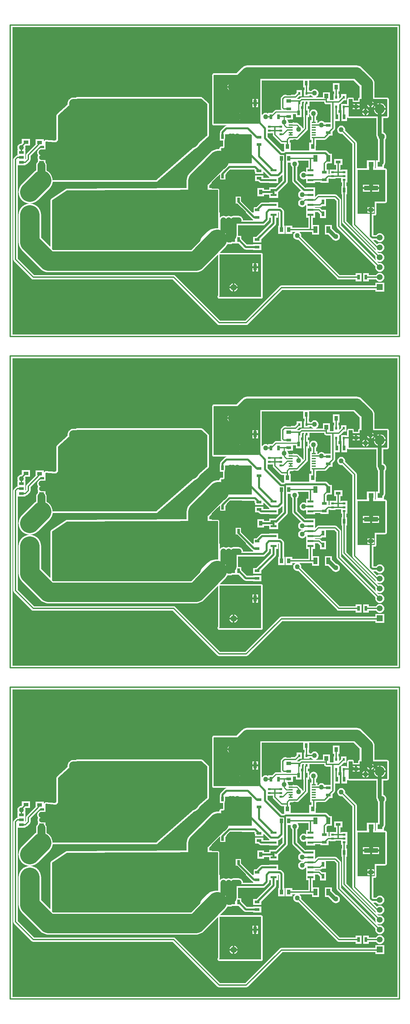
<source format=gtl>
%FSLAX42Y42*%
%MOMM*%
G71*
G01*
G75*
G04 Layer_Physical_Order=1*
G04 Layer_Color=255*
%ADD10C,0.30*%
%ADD11R,0.70X1.30*%
%ADD12R,1.30X0.90*%
%ADD13R,1.20X1.00*%
%ADD14R,0.90X1.60*%
%ADD15R,0.60X0.80*%
%ADD16R,1.30X0.70*%
%ADD17R,0.90X1.30*%
%ADD18R,0.80X0.60*%
%ADD19R,0.70X1.20*%
%ADD20R,1.00X1.70*%
%ADD21R,1.60X0.90*%
%ADD22R,1.30X1.30*%
%ADD23R,3.60X1.30*%
%ADD24R,1.50X0.60*%
%ADD25R,1.00X0.40*%
%ADD26R,1.00X1.20*%
%ADD27R,1.20X0.70*%
%ADD28C,0.50*%
%ADD29C,2.00*%
%ADD30C,1.00*%
%ADD31C,0.25*%
%ADD32C,3.00*%
%ADD33C,5.00*%
%ADD34C,1.50*%
%ADD35C,1.30*%
%ADD36C,2.54*%
%ADD37C,1.60*%
%ADD38C,3.00*%
%ADD39C,1.50*%
%ADD40R,1.50X1.50*%
%ADD41C,1.27*%
%ADD42C,4.00*%
G36*
X3879Y2761D02*
X13767D01*
Y10649D01*
X3879D01*
Y2761D01*
D02*
G37*
%LPC*%
G36*
X5538Y8855D02*
X8723D01*
X8730Y8853D01*
X8736Y8852D01*
X8737Y8852D01*
X8739Y8851D01*
X8744Y8848D01*
X8750Y8844D01*
X8762Y8834D01*
X8762Y8834D01*
X8909Y8705D01*
X8910Y8704D01*
X8911Y8703D01*
X8915Y8697D01*
X8919Y8692D01*
X8919Y8691D01*
X8920Y8690D01*
X8921Y8683D01*
X8923Y8677D01*
X8923Y8675D01*
X8923Y8674D01*
Y8169D01*
Y7868D01*
X8923Y7867D01*
X8923Y7865D01*
X8921Y7859D01*
X8920Y7853D01*
X8919Y7851D01*
X8919Y7850D01*
X8915Y7845D01*
X8911Y7839D01*
X8910Y7839D01*
X8909Y7837D01*
X8885Y7816D01*
D01*
X8695Y7649D01*
X8673Y7614D01*
X8644Y7579D01*
X8609Y7550D01*
X8570Y7526D01*
X8540Y7513D01*
X7598Y6688D01*
X7593Y6684D01*
X7587Y6681D01*
X7586Y6680D01*
X7585Y6680D01*
X7578Y6679D01*
X7571Y6678D01*
X4916D01*
X4915Y6673D01*
X4905Y6628D01*
X4887Y6586D01*
X4863Y6547D01*
X4834Y6513D01*
X4529Y6208D01*
X4494Y6178D01*
X4455Y6154D01*
X4413Y6137D01*
X4369Y6126D01*
X4323Y6123D01*
X4278Y6126D01*
X4233Y6137D01*
X4191Y6154D01*
X4152Y6178D01*
X4117Y6208D01*
X4088Y6243D01*
X4064Y6281D01*
X4046Y6324D01*
X4036Y6368D01*
X4032Y6414D01*
X4036Y6459D01*
X4046Y6503D01*
X4064Y6546D01*
X4088Y6584D01*
X4117Y6619D01*
X4422Y6924D01*
X4457Y6954D01*
X4487Y6972D01*
Y7099D01*
X4492Y7136D01*
X4506Y7170D01*
X4528Y7199D01*
Y7227D01*
X4528D01*
Y7270D01*
X4526Y7275D01*
X4522Y7302D01*
X4526Y7330D01*
X4528Y7335D01*
Y7371D01*
X4527Y7372D01*
X4516Y7399D01*
X4512Y7429D01*
X4516Y7460D01*
X4527Y7487D01*
X4528Y7488D01*
Y7504D01*
X4540D01*
X4546Y7512D01*
X4570Y7530D01*
X4598Y7542D01*
X4628Y7545D01*
X4688D01*
Y7592D01*
X4682Y7599D01*
X4679Y7599D01*
X4679Y7599D01*
Y7599D01*
X4597D01*
X4341Y7343D01*
Y7252D01*
X4337Y7230D01*
X4325Y7212D01*
X4248Y7136D01*
X4230Y7124D01*
X4209Y7119D01*
X4208D01*
Y7100D01*
X4011D01*
Y4710D01*
X4435Y4285D01*
X8019D01*
X8040Y4281D01*
X8058Y4269D01*
X9210Y3117D01*
X9862D01*
X10748Y4002D01*
X10766Y4014D01*
X10787Y4018D01*
X13200D01*
Y4090D01*
X13430D01*
Y3860D01*
X13200D01*
Y3906D01*
X10811D01*
X9925Y3021D01*
X9925Y3021D01*
X9925D01*
X9925Y3021D01*
X9925D01*
X9925Y3021D01*
Y3021D01*
Y3021D01*
D01*
D01*
X9925D01*
Y3021D01*
X9907Y3009D01*
X9886Y3005D01*
X9187D01*
X9166Y3009D01*
X9148Y3021D01*
X9148Y3021D01*
X9148Y3021D01*
X7996Y4173D01*
X4412D01*
X4391Y4177D01*
X4372Y4189D01*
X4372Y4189D01*
X4372Y4189D01*
X3915Y4647D01*
X3903Y4665D01*
X3899Y4686D01*
X3899Y4686D01*
X3899Y4686D01*
Y4686D01*
Y7252D01*
X3903Y7273D01*
X3915Y7291D01*
X3966Y7342D01*
X3984Y7354D01*
X4006Y7359D01*
X4008D01*
Y7504D01*
X4008D01*
X4014Y7513D01*
X4007Y7529D01*
X4004Y7557D01*
X4007Y7584D01*
X4017Y7609D01*
X4034Y7630D01*
X4056Y7647D01*
X4081Y7657D01*
X4106Y7661D01*
X4117Y7671D01*
Y7782D01*
X4326D01*
Y7612D01*
X4216D01*
X4203Y7598D01*
X4209Y7584D01*
X4212Y7557D01*
X4209Y7529D01*
X4202Y7513D01*
X4208Y7504D01*
X4208D01*
Y7377D01*
X4208D01*
Y7270D01*
X4220Y7266D01*
X4229Y7275D01*
Y7366D01*
X4233Y7388D01*
X4246Y7406D01*
X4472Y7632D01*
Y7768D01*
X4682D01*
Y7732D01*
X4695Y7730D01*
X4696Y7732D01*
X4697Y7734D01*
X4697Y7735D01*
X4701Y7740D01*
X4705Y7745D01*
X4706Y7746D01*
X4707Y7748D01*
X4713Y7751D01*
X4718Y7754D01*
X4720Y7754D01*
X4721Y7755D01*
X4727Y7756D01*
X4734Y7757D01*
X4735Y7757D01*
X4737Y7757D01*
X4975Y7734D01*
X5007Y7765D01*
Y8384D01*
X5007Y8385D01*
X5007Y8387D01*
X5009Y8393D01*
X5010Y8400D01*
X5011Y8401D01*
X5011Y8402D01*
X5015Y8407D01*
X5019Y8413D01*
X5020Y8414D01*
X5021Y8415D01*
X5297Y8657D01*
Y8697D01*
X5302Y8733D01*
X5316Y8767D01*
X5321Y8774D01*
Y8785D01*
X5329D01*
X5338Y8797D01*
X5340Y8798D01*
X5341Y8799D01*
X5370Y8822D01*
X5404Y8836D01*
X5441Y8841D01*
X5506D01*
X5511Y8844D01*
X5517Y8848D01*
X5522Y8851D01*
X5523Y8852D01*
X5525Y8852D01*
X5531Y8853D01*
X5538Y8855D01*
D02*
G37*
G36*
X13315Y4345D02*
X13345Y4341D01*
X13373Y4330D01*
X13397Y4311D01*
X13415Y4287D01*
X13427Y4259D01*
X13431Y4229D01*
X13427Y4199D01*
X13415Y4171D01*
X13397Y4147D01*
X13373Y4129D01*
X13345Y4117D01*
X13315Y4113D01*
X13285Y4117D01*
X13257Y4129D01*
X13233Y4147D01*
X13214Y4171D01*
X13213Y4173D01*
X13034D01*
Y4124D01*
X12884D01*
Y4334D01*
X13034D01*
Y4285D01*
X13213D01*
X13214Y4287D01*
X13233Y4311D01*
X13257Y4330D01*
X13285Y4341D01*
X13315Y4345D01*
D02*
G37*
G36*
X9911Y9665D02*
X12718D01*
X12755Y9661D01*
X12791Y9651D01*
X12824Y9633D01*
X12853Y9609D01*
X13120Y9343D01*
X13143Y9314D01*
X13161Y9281D01*
X13172Y9245D01*
X13175Y9207D01*
Y8842D01*
X13501D01*
X13505Y8841D01*
X13509Y8841D01*
X13512Y8840D01*
X13516Y8839D01*
X13517Y8839D01*
X13517Y8838D01*
X13522Y8836D01*
X13527Y8834D01*
X13527Y8834D01*
X13527Y8834D01*
X13534Y8828D01*
X13538Y8823D01*
X13538Y8823D01*
X13538Y8823D01*
X13543Y8813D01*
X13543Y8813D01*
X13543Y8812D01*
X13545Y8808D01*
X13545Y8808D01*
X13545Y8808D01*
Y8808D01*
X13545Y8805D01*
X13545Y8801D01*
X13546Y8797D01*
Y8361D01*
X13545Y8357D01*
X13545Y8353D01*
X13545Y8349D01*
X13543Y8346D01*
X13543Y8345D01*
X13543Y8345D01*
X13540Y8339D01*
X13538Y8335D01*
X13538Y8335D01*
X13538Y8335D01*
X13532Y8328D01*
X13527Y8323D01*
X13527Y8323D01*
X13527Y8323D01*
X13517Y8319D01*
X13517Y8319D01*
X13516Y8319D01*
X13512Y8317D01*
X13512Y8317D01*
X13512Y8317D01*
X13512D01*
X13509Y8317D01*
X13505Y8317D01*
X13501Y8316D01*
X13405D01*
Y7948D01*
X13422Y7941D01*
X13447Y7921D01*
X13466Y7896D01*
X13478Y7867D01*
X13483Y7836D01*
X13478Y7805D01*
X13466Y7775D01*
X13452Y7757D01*
Y7169D01*
X13449Y7145D01*
X13440Y7123D01*
X13426Y7105D01*
X13422Y7102D01*
Y7026D01*
X13450D01*
X13454Y7025D01*
X13458Y7025D01*
X13462Y7024D01*
X13465Y7023D01*
X13466Y7023D01*
X13466Y7022D01*
X13472Y7020D01*
X13476Y7018D01*
X13476Y7018D01*
X13476Y7018D01*
X13483Y7011D01*
X13488Y7007D01*
X13488Y7007D01*
X13488Y7007D01*
X13492Y6997D01*
X13492Y6997D01*
X13492Y6996D01*
X13494Y6992D01*
X13494Y6992D01*
X13494Y6992D01*
Y6992D01*
X13494Y6989D01*
X13494Y6985D01*
X13495Y6981D01*
Y6180D01*
X13495Y6178D01*
Y6178D01*
X13494Y6176D01*
X13495Y6175D01*
X13494Y6174D01*
Y6172D01*
X13494Y6170D01*
Y6170D01*
X13494Y6169D01*
X13494Y6169D01*
Y6169D01*
X13492Y6165D01*
X13492Y6162D01*
X13491Y6161D01*
X13490Y6160D01*
X13490Y6160D01*
X13489Y6158D01*
X13488Y6154D01*
X13488Y6154D01*
X13488Y6154D01*
X13483Y6149D01*
X13483Y6149D01*
X13483Y6149D01*
X13480Y6146D01*
X13480Y6146D01*
X13479Y6145D01*
X13476Y6143D01*
X13476Y6143D01*
X13476Y6143D01*
X13473Y6141D01*
X13470Y6139D01*
X13466Y6137D01*
X13462Y6135D01*
X13458Y6134D01*
X13458Y6134D01*
X13458Y6134D01*
X13454Y6133D01*
X13450Y6132D01*
X13450D01*
X13449Y6132D01*
X13447Y6132D01*
X13445Y6131D01*
X13444Y6131D01*
X13443Y6131D01*
X13440Y6131D01*
X13228D01*
Y5870D01*
X13227Y5866D01*
X13227Y5862D01*
X13224Y5847D01*
X13222Y5843D01*
X13221Y5839D01*
X13219Y5836D01*
X13218Y5832D01*
X13215Y5829D01*
X13213Y5826D01*
X13209Y5824D01*
X13206Y5821D01*
X13203Y5819D01*
X13199Y5817D01*
X13195Y5816D01*
X13192Y5815D01*
X13188Y5815D01*
X13184Y5814D01*
X13151D01*
Y5311D01*
X13220D01*
X13233Y5327D01*
X13257Y5346D01*
X13285Y5357D01*
X13315Y5361D01*
X13345Y5357D01*
X13373Y5346D01*
X13397Y5327D01*
X13415Y5303D01*
X13427Y5275D01*
X13431Y5245D01*
X13427Y5215D01*
X13415Y5187D01*
X13397Y5163D01*
X13373Y5145D01*
X13345Y5133D01*
X13315Y5129D01*
X13285Y5133D01*
X13257Y5145D01*
X13233Y5163D01*
X13220Y5180D01*
X13159D01*
X13154Y5168D01*
X13242Y5080D01*
X13257Y5092D01*
X13285Y5103D01*
X13315Y5107D01*
X13345Y5103D01*
X13373Y5092D01*
X13397Y5073D01*
X13415Y5049D01*
X13427Y5021D01*
X13431Y4991D01*
X13427Y4961D01*
X13415Y4933D01*
X13397Y4909D01*
X13373Y4891D01*
X13345Y4879D01*
X13315Y4875D01*
X13285Y4879D01*
X13259Y4890D01*
X13252Y4879D01*
X13283Y4848D01*
X13285Y4849D01*
X13315Y4853D01*
X13345Y4849D01*
X13373Y4838D01*
X13397Y4819D01*
X13415Y4795D01*
X13427Y4767D01*
X13431Y4737D01*
X13427Y4707D01*
X13415Y4679D01*
X13397Y4655D01*
X13373Y4637D01*
X13345Y4625D01*
X13315Y4621D01*
X13285Y4625D01*
X13259Y4636D01*
X13252Y4625D01*
X13283Y4594D01*
X13285Y4595D01*
X13315Y4599D01*
X13345Y4595D01*
X13373Y4584D01*
X13397Y4565D01*
X13415Y4541D01*
X13427Y4513D01*
X13431Y4483D01*
X13427Y4453D01*
X13415Y4425D01*
X13397Y4401D01*
X13373Y4383D01*
X13345Y4371D01*
X13315Y4367D01*
X13285Y4371D01*
X13257Y4383D01*
X13233Y4401D01*
X13214Y4425D01*
X13203Y4453D01*
X13199Y4483D01*
X13203Y4513D01*
X13203Y4515D01*
X12221Y5498D01*
X12209Y5516D01*
X12205Y5537D01*
Y6187D01*
X12148Y6243D01*
X11930D01*
Y6054D01*
X11829D01*
X11818Y6044D01*
X11800Y6031D01*
X11778Y6027D01*
X11652D01*
Y6013D01*
Y6012D01*
X11753D01*
X11775Y6008D01*
X11793Y5996D01*
X11829Y5960D01*
X11930D01*
Y5750D01*
X11780D01*
Y5850D01*
X11730Y5900D01*
X11652D01*
Y5886D01*
Y5759D01*
X11593D01*
Y5573D01*
X11754D01*
Y5323D01*
X11574D01*
Y5392D01*
X11258D01*
X11254Y5380D01*
X11268Y5370D01*
X11284Y5348D01*
X11295Y5323D01*
X11298Y5296D01*
X11295Y5274D01*
X12284Y4285D01*
X12694D01*
Y4334D01*
X12844D01*
Y4124D01*
X12694D01*
Y4173D01*
X12261D01*
X12239Y4177D01*
X12221Y4189D01*
X12221Y4189D01*
X12221Y4189D01*
X11216Y5194D01*
X11194Y5192D01*
X11167Y5195D01*
X11142Y5205D01*
X11120Y5222D01*
X11103Y5244D01*
X11093Y5269D01*
X11089Y5296D01*
X11093Y5323D01*
X11103Y5348D01*
X11120Y5370D01*
X11142Y5386D01*
X11140Y5392D01*
X11063D01*
Y5343D01*
X10893D01*
Y5553D01*
X11063D01*
Y5504D01*
X11481D01*
Y5759D01*
X11422D01*
Y5886D01*
Y6013D01*
Y6076D01*
X11410Y6080D01*
X11395Y6060D01*
X11373Y6044D01*
X11348Y6033D01*
X11321Y6030D01*
X11294Y6033D01*
X11269Y6044D01*
X11247Y6060D01*
X11230Y6082D01*
X11220Y6107D01*
X11216Y6134D01*
X11220Y6161D01*
X11230Y6186D01*
X11247Y6208D01*
X11269Y6225D01*
X11294Y6235D01*
X11321Y6238D01*
X11331Y6237D01*
X11339Y6247D01*
X11338Y6248D01*
X11321Y6246D01*
X11294Y6249D01*
X11269Y6260D01*
X11247Y6276D01*
X11230Y6298D01*
X11220Y6323D01*
X11216Y6350D01*
X11220Y6377D01*
X11230Y6402D01*
X11247Y6424D01*
X11269Y6440D01*
X11282Y6446D01*
X11285Y6458D01*
X11084Y6659D01*
X11074Y6673D01*
X11069Y6684D01*
X11067Y6689D01*
X11065Y6706D01*
Y7057D01*
X11056Y7064D01*
X11040Y7085D01*
X11029Y7110D01*
X11026Y7137D01*
X11029Y7164D01*
X11024Y7172D01*
X10948D01*
Y6687D01*
X10946Y6670D01*
X10944Y6663D01*
X10940Y6654D01*
X10929Y6640D01*
X10702Y6413D01*
Y6407D01*
X10702D01*
Y6267D01*
X10472D01*
Y6348D01*
X10339D01*
Y6308D01*
X10168D01*
Y6518D01*
X10339D01*
Y6479D01*
X10472D01*
Y6534D01*
X10638D01*
X10817Y6714D01*
Y6855D01*
X10806Y6860D01*
X10745Y6799D01*
X10731Y6789D01*
X10722Y6785D01*
X10715Y6782D01*
X10702Y6780D01*
Y6775D01*
Y6648D01*
X10472D01*
Y6653D01*
X10267D01*
X10250Y6655D01*
X10243Y6658D01*
X10234Y6662D01*
X10220Y6672D01*
X10198Y6694D01*
X10111D01*
Y6844D01*
X10321D01*
Y6784D01*
X10472D01*
Y6788D01*
Y6802D01*
X10333Y6941D01*
X10321Y6936D01*
Y6884D01*
X10111D01*
Y6921D01*
X10100Y6938D01*
X10096Y6959D01*
X10100Y6981D01*
X10101Y6982D01*
X10087Y6995D01*
D01*
X9461Y6997D01*
X9381Y6917D01*
X9386Y6905D01*
X9378D01*
Y6893D01*
X9351Y6866D01*
Y6735D01*
X9343D01*
Y6735D01*
X9343D01*
X9343Y6735D01*
X9336Y6735D01*
Y6735D01*
X9216D01*
Y6873D01*
X9204Y6878D01*
X9142Y6815D01*
X9142Y6815D01*
X8997Y6670D01*
Y6649D01*
X8932Y6584D01*
Y6526D01*
X8941Y6517D01*
X8997Y6517D01*
Y6511D01*
X9006Y6502D01*
X9154Y6502D01*
X9154Y6502D01*
X9154Y6502D01*
X9159Y6502D01*
X9164Y6501D01*
X9164Y6501D01*
X9164Y6501D01*
X9168Y6498D01*
X9172Y6495D01*
X9172Y6495D01*
X9172Y6495D01*
X9181Y6486D01*
X9181Y6486D01*
X9181Y6486D01*
X9184Y6482D01*
X9187Y6478D01*
X9187Y6478D01*
X9187Y6478D01*
X9188Y6473D01*
X9188Y6468D01*
X9188Y6468D01*
X9188Y6468D01*
Y5893D01*
X9204D01*
Y5772D01*
X9216Y5768D01*
X9219Y5772D01*
X9226Y5778D01*
Y5790D01*
X9243D01*
X9244Y5791D01*
X9271Y5802D01*
X9301Y5806D01*
X9332Y5802D01*
X9359Y5791D01*
X9360Y5790D01*
X9370D01*
X9371Y5791D01*
X9398Y5802D01*
X9429Y5806D01*
X9459Y5802D01*
X9486Y5791D01*
X9487Y5790D01*
X9497D01*
X9498Y5791D01*
X9525Y5802D01*
X9556Y5806D01*
X9683D01*
X9713Y5802D01*
X9740Y5791D01*
X9741Y5790D01*
X9758D01*
Y5778D01*
X9765Y5772D01*
X9783Y5748D01*
X9795Y5720D01*
X9798Y5692D01*
X10060D01*
Y5708D01*
X10056Y5710D01*
X10042Y5720D01*
X9869Y5893D01*
X9873D01*
X9878Y5905D01*
X9657Y6125D01*
X9623D01*
X9623Y6125D01*
Y6125D01*
X9623D01*
X9615Y6125D01*
X9614Y6125D01*
X9614Y6125D01*
Y6125D01*
X9608D01*
Y6295D01*
X9614D01*
X9614Y6295D01*
Y6295D01*
X9615Y6295D01*
X9619D01*
X9623Y6295D01*
X9624Y6295D01*
X9624Y6295D01*
Y6295D01*
X9743D01*
Y6184D01*
X10034Y5893D01*
X10075D01*
Y5896D01*
X10075D01*
Y6016D01*
X10089D01*
Y6031D01*
X10147D01*
X10246Y6130D01*
X10259Y6140D01*
X10269Y6144D01*
X10275Y6147D01*
X10292Y6149D01*
X10472D01*
Y6153D01*
X10702D01*
Y6026D01*
Y6022D01*
X10749D01*
X10766Y6020D01*
X10782Y6013D01*
X10789Y6008D01*
X10796Y6003D01*
X10834Y5964D01*
X10845Y5950D01*
X10849Y5939D01*
X10851Y5935D01*
X10853Y5918D01*
Y5553D01*
X10873D01*
Y5343D01*
X10703D01*
Y5553D01*
X10722D01*
Y5891D01*
X10722Y5891D01*
X10702D01*
Y5886D01*
Y5759D01*
X10652D01*
Y5616D01*
X10650Y5599D01*
X10647Y5592D01*
X10643Y5583D01*
X10633Y5570D01*
X10270Y5207D01*
Y5119D01*
X10060D01*
Y5269D01*
X10147D01*
X10521Y5643D01*
Y5759D01*
X10472D01*
Y5715D01*
X10470Y5698D01*
X10466Y5690D01*
X10463Y5682D01*
X10453Y5669D01*
X10364Y5580D01*
X10350Y5569D01*
X10339Y5565D01*
X10334Y5563D01*
X10318Y5561D01*
X9671D01*
Y5304D01*
X9680Y5294D01*
X9758D01*
Y5212D01*
X9900Y5070D01*
X10060D01*
Y5079D01*
X10270D01*
Y4929D01*
X10060D01*
Y4939D01*
X9873D01*
X9856Y4941D01*
X9849Y4944D01*
X9840Y4948D01*
X9826Y4958D01*
X9690Y5094D01*
X9631D01*
Y5094D01*
X9525D01*
X9525Y5094D01*
X9497Y5082D01*
X9467Y5078D01*
X9448Y5081D01*
X9429Y5078D01*
X9403Y5082D01*
X9399Y5072D01*
X9375Y5033D01*
X9345Y4998D01*
X9212Y4866D01*
X9217Y4854D01*
X10267D01*
X10282Y4851D01*
X10296Y4842D01*
X10304Y4829D01*
X10307Y4813D01*
Y3721D01*
X10304Y3705D01*
X10296Y3692D01*
X10282Y3683D01*
X10267Y3680D01*
X9191D01*
X9185Y3682D01*
X9175Y3683D01*
X9175Y3683D01*
X9175D01*
X9171Y3686D01*
X9162Y3692D01*
X9162Y3692D01*
X9162Y3692D01*
X9153Y3705D01*
X9153Y3705D01*
X9149Y3717D01*
Y3717D01*
X9149Y3717D01*
X9147Y3725D01*
X9145Y3733D01*
Y3733D01*
Y3733D01*
X9147Y3739D01*
X9149Y3748D01*
X9149Y3748D01*
Y3748D01*
X9150Y3751D01*
X9157Y3762D01*
X9157Y3762D01*
X9159Y3763D01*
Y4796D01*
X9147Y4801D01*
X8789Y4443D01*
X8789Y4443D01*
X8754Y4413D01*
D01*
D01*
Y4413D01*
X8754Y4413D01*
D01*
D01*
X8754D01*
X8754Y4413D01*
Y4413D01*
X8754Y4413D01*
Y4413D01*
X8716Y4389D01*
X8673Y4372D01*
X8629Y4361D01*
X8583Y4357D01*
X8583Y4357D01*
X4806D01*
X4806Y4357D01*
X4760Y4361D01*
X4716Y4372D01*
X4674Y4389D01*
X4635Y4413D01*
X4600Y4443D01*
X4117Y4925D01*
X4117Y4925D01*
X4088Y4960D01*
X4064Y4999D01*
X4046Y5041D01*
X4036Y5085D01*
X4036Y5085D01*
X4036Y5085D01*
Y5085D01*
X4032Y5131D01*
X4032Y5131D01*
Y5829D01*
X4036Y5875D01*
X4046Y5919D01*
X4064Y5961D01*
X4088Y6000D01*
X4117Y6035D01*
X4152Y6065D01*
X4191Y6088D01*
X4233Y6106D01*
X4278Y6117D01*
X4323Y6120D01*
X4369Y6117D01*
X4413Y6106D01*
X4455Y6088D01*
X4494Y6065D01*
X4529Y6035D01*
X4558Y6000D01*
X4582Y5961D01*
X4600Y5919D01*
X4610Y5875D01*
X4614Y5829D01*
Y5251D01*
X4842Y5023D01*
X4854Y5028D01*
Y6205D01*
X4855Y6209D01*
X4855Y6213D01*
X4856Y6217D01*
X4857Y6221D01*
X4859Y6224D01*
X4861Y6228D01*
X4863Y6231D01*
X4866Y6234D01*
X4869Y6236D01*
X4872Y6239D01*
X5251Y6495D01*
X5255Y6497D01*
X5259Y6499D01*
X5262Y6500D01*
X5266Y6501D01*
X5270Y6501D01*
X5274Y6502D01*
X8350Y6515D01*
Y6705D01*
X8350Y6705D01*
X8354Y6750D01*
X8364Y6795D01*
X8382Y6837D01*
X8406Y6876D01*
X8435Y6911D01*
X8435Y6911D01*
X8741Y7216D01*
X8741Y7216D01*
X8959Y7434D01*
X8994Y7464D01*
X9032Y7488D01*
X9075Y7505D01*
X9119Y7516D01*
X9165Y7519D01*
X9165Y7519D01*
X9189D01*
X9197Y7540D01*
Y7540D01*
X9197D01*
X9198Y7548D01*
X9199Y7551D01*
Y7551D01*
X9200Y7555D01*
X9200Y7555D01*
X9201Y7556D01*
X9203Y7561D01*
X9205Y7566D01*
X9205Y7566D01*
X9205Y7566D01*
X9212Y7573D01*
X9216Y7577D01*
X9216Y7577D01*
X9216Y7577D01*
X9226Y7581D01*
X9226Y7581D01*
X9227Y7582D01*
X9231Y7583D01*
X9231Y7583D01*
X9231Y7583D01*
X9231D01*
X9234Y7584D01*
X9238Y7584D01*
X9242Y7585D01*
X9283D01*
X9286Y7585D01*
X9287Y7589D01*
Y7724D01*
Y7726D01*
X9287Y7729D01*
X9287Y7730D01*
X9287Y7732D01*
X9287Y7733D01*
X9287Y7736D01*
X9201D01*
Y7936D01*
X9211D01*
Y7950D01*
X9213Y7967D01*
X9215Y7972D01*
X9219Y7983D01*
X9230Y7997D01*
X9331Y8098D01*
X9345Y8109D01*
X9353Y8112D01*
X9361Y8115D01*
X9378Y8117D01*
X9370Y8125D01*
X9047D01*
X9032Y8128D01*
X9018Y8137D01*
X9010Y8150D01*
X9006Y8166D01*
Y9406D01*
X9005Y9412D01*
X9005Y9412D01*
X9005Y9412D01*
X9007Y9420D01*
X9009Y9428D01*
X9014Y9439D01*
X9018Y9446D01*
X9022Y9452D01*
X9022Y9452D01*
X9022Y9452D01*
X9029Y9457D01*
X9035Y9461D01*
X9036Y9461D01*
X9036Y9461D01*
X9043Y9463D01*
X9051Y9464D01*
X9631D01*
X9776Y9609D01*
X9805Y9633D01*
X9838Y9651D01*
X9874Y9661D01*
X9911Y9665D01*
D02*
G37*
G36*
X11904Y5573D02*
X12084D01*
Y5487D01*
X12197Y5373D01*
X12211Y5371D01*
X12237Y5361D01*
X12258Y5344D01*
X12275Y5323D01*
X12285Y5298D01*
X12289Y5271D01*
X12285Y5243D01*
X12275Y5218D01*
X12258Y5197D01*
X12237Y5180D01*
X12211Y5170D01*
X12184Y5166D01*
X12157Y5170D01*
X12132Y5180D01*
X12111Y5197D01*
X12094Y5218D01*
X12093Y5221D01*
X11991Y5323D01*
X11904D01*
Y5442D01*
X11903Y5448D01*
X11904Y5454D01*
Y5573D01*
D02*
G37*
%LPD*%
G36*
X11315Y8716D02*
Y8620D01*
X11286D01*
Y8550D01*
X11307D01*
Y8340D01*
X11157D01*
Y8417D01*
X11083D01*
Y8282D01*
X11003D01*
X10999Y8279D01*
X10978Y8275D01*
X10956Y8279D01*
X10956D01*
X10948Y8282D01*
D01*
X10943Y8271D01*
X10948Y8263D01*
X10959Y8238D01*
X10962Y8211D01*
X10962Y8210D01*
X10971Y8200D01*
X11113D01*
Y8194D01*
X11182D01*
X11202Y8190D01*
X11220Y8178D01*
X11270Y8128D01*
X11275Y8121D01*
X11284Y8117D01*
X11306Y8100D01*
X11322Y8079D01*
X11332Y8056D01*
X11344Y8053D01*
X11354Y8062D01*
Y8340D01*
X11347D01*
Y8550D01*
X11354D01*
Y8675D01*
X11358Y8696D01*
X11365Y8707D01*
Y8733D01*
X11332D01*
X11315Y8716D01*
D02*
G37*
G36*
X9200Y3747D02*
X9186Y3733D01*
X9191Y3721D01*
X10267D01*
Y4813D01*
X9200D01*
Y3747D01*
D02*
G37*
G36*
X11497Y8424D02*
Y8340D01*
X11466D01*
Y8039D01*
X11462Y8018D01*
X11449Y7999D01*
X11225Y7775D01*
X11225D01*
X11225Y7775D01*
X11225Y7775D01*
Y7775D01*
X11207Y7763D01*
X11186Y7759D01*
X11113D01*
Y7755D01*
X11015D01*
X10996Y7737D01*
Y7687D01*
X11025D01*
Y7482D01*
X11503D01*
Y7687D01*
X11562D01*
Y7755D01*
X11528D01*
Y7820D01*
Y7885D01*
Y7950D01*
Y8015D01*
Y8080D01*
Y8145D01*
Y8265D01*
X11562D01*
Y8342D01*
X11561Y8342D01*
X11539Y8359D01*
X11522Y8381D01*
X11512Y8406D01*
X11510Y8425D01*
X11497Y8424D01*
D02*
G37*
G36*
X11505Y8620D02*
X11466D01*
Y8550D01*
X11497D01*
Y8442D01*
X11510Y8441D01*
X11512Y8460D01*
X11522Y8485D01*
X11539Y8507D01*
X11561Y8523D01*
X11586Y8534D01*
X11613Y8537D01*
X11640Y8534D01*
X11665Y8523D01*
X11687Y8507D01*
X11703Y8485D01*
X11714Y8460D01*
X11717Y8433D01*
X11714Y8406D01*
X11703Y8381D01*
X11687Y8359D01*
X11674Y8349D01*
Y8265D01*
X11708D01*
Y8196D01*
X11728D01*
X11742Y8214D01*
X11763Y8231D01*
X11788Y8241D01*
X11815Y8244D01*
X11843Y8241D01*
X11868Y8231D01*
X11889Y8214D01*
X11898Y8203D01*
X12052D01*
Y8669D01*
X11943D01*
X11922Y8673D01*
X11903Y8685D01*
X11891Y8703D01*
X11887Y8725D01*
X11887Y8725D01*
X11887Y8725D01*
Y8725D01*
Y8733D01*
X11505D01*
Y8620D01*
D02*
G37*
G36*
X5274Y6461D02*
X4895Y6205D01*
Y4949D01*
X4920Y4924D01*
X8469D01*
X8696Y5151D01*
X8701Y5170D01*
X8717Y5210D01*
X8740Y5246D01*
X8768Y5279D01*
X8768Y5279D01*
X8891Y5402D01*
X8923Y5430D01*
X8960Y5453D01*
X9000Y5469D01*
X9042Y5479D01*
X9086Y5483D01*
X9086Y5483D01*
X9163D01*
Y6468D01*
X9154Y6477D01*
X5274Y6461D01*
D02*
G37*
G36*
X12744Y6984D02*
X12743Y6981D01*
Y5859D01*
X12744Y5855D01*
X12747Y5855D01*
X13184D01*
X13187Y5870D01*
Y6172D01*
X13441D01*
X13441Y6172D01*
X13442Y6172D01*
X13442D01*
X13442Y6172D01*
X13446Y6173D01*
X13451Y6175D01*
X13454Y6177D01*
X13454Y6178D01*
X13454Y6178D01*
Y6178D01*
X13454Y6180D01*
Y6981D01*
X13454Y6984D01*
X13450Y6985D01*
X12747D01*
X12744Y6984D01*
D02*
G37*
G36*
X10282Y8405D02*
X10294Y8401D01*
X10307Y8418D01*
X10329Y8434D01*
X10354Y8445D01*
X10381Y8448D01*
X10408Y8445D01*
X10433Y8434D01*
X10434Y8433D01*
X10446Y8439D01*
Y8449D01*
X10550D01*
X10610Y8509D01*
X10627Y8521D01*
X10648Y8525D01*
X10778D01*
X10784Y8536D01*
X10774Y8551D01*
X10769Y8572D01*
Y8814D01*
X10774Y8835D01*
X10786Y8853D01*
X10830Y8897D01*
X10848Y8909D01*
X10869Y8914D01*
X10894D01*
X10906Y8911D01*
X11127D01*
X11175Y8960D01*
Y9030D01*
X11315D01*
Y8870D01*
X11244D01*
X11192Y8818D01*
X11197Y8806D01*
X11247D01*
X11269Y8828D01*
X11287Y8841D01*
X11308Y8845D01*
X11598D01*
X11600Y8857D01*
X11586Y8863D01*
X11564Y8880D01*
X11551Y8897D01*
X11505D01*
Y8870D01*
X11365D01*
Y9030D01*
X11379D01*
Y9103D01*
X11347D01*
Y9283D01*
X10282D01*
Y8405D01*
D02*
G37*
G36*
X9336Y7751D02*
X9336D01*
X9327Y7742D01*
X9328Y7736D01*
X9329Y7729D01*
X9328Y7728D01*
X9328Y7726D01*
X9328Y7724D01*
Y7585D01*
X9325Y7569D01*
X9316Y7556D01*
X9303Y7547D01*
X9287Y7544D01*
X9242D01*
X9239Y7543D01*
X9238Y7540D01*
Y7527D01*
Y7156D01*
X10014D01*
X10014Y7156D01*
X10014D01*
X10024Y7159D01*
Y7879D01*
X10004Y7899D01*
X9336D01*
Y7751D01*
D02*
G37*
G36*
X11497Y9103D02*
X11491D01*
Y9030D01*
X11505D01*
Y9010D01*
X11551D01*
X11564Y9027D01*
X11586Y9044D01*
X11611Y9054D01*
X11638Y9058D01*
X11665Y9054D01*
X11690Y9044D01*
X11712Y9027D01*
X11729Y9006D01*
X11739Y8981D01*
X11743Y8954D01*
X11739Y8926D01*
X11729Y8901D01*
X11712Y8880D01*
X11690Y8863D01*
X11676Y8857D01*
X11679Y8845D01*
X11853D01*
Y8978D01*
X12033D01*
Y8781D01*
X12127D01*
Y8931D01*
X12141D01*
Y9001D01*
X12112D01*
Y9211D01*
X12282D01*
Y9001D01*
X12253D01*
Y8931D01*
X12267D01*
Y8827D01*
X12279Y8822D01*
X12317Y8860D01*
Y8931D01*
X12457D01*
Y8771D01*
X12386D01*
X12301Y8685D01*
X12282Y8673D01*
X12267Y8670D01*
Y8521D01*
X12253D01*
Y8449D01*
X12285D01*
Y8239D01*
X12164D01*
Y8052D01*
X12160Y8030D01*
X12148Y8012D01*
X12099Y7963D01*
Y7862D01*
X12024D01*
X11937Y7775D01*
X11918Y7763D01*
X11897Y7759D01*
X11708D01*
Y7755D01*
X11674D01*
Y7612D01*
X11672Y7605D01*
Y7482D01*
X11918D01*
X11935Y7480D01*
X11943Y7477D01*
X11950Y7474D01*
X11964Y7463D01*
X12025Y7402D01*
X12084D01*
Y7152D01*
X11974D01*
X11948Y7127D01*
Y6996D01*
X11997D01*
Y6883D01*
X12020D01*
Y6992D01*
X12180D01*
Y6992D01*
X12183D01*
X12192Y7000D01*
Y7114D01*
X12143D01*
Y7264D01*
X12353D01*
Y7114D01*
X12304D01*
Y6978D01*
X12320D01*
Y6992D01*
X12480D01*
Y6851D01*
Y6757D01*
Y6661D01*
X12456D01*
Y6569D01*
X12475D01*
Y6359D01*
X12456D01*
Y5675D01*
X13203Y4928D01*
X13213Y4935D01*
X13203Y4960D01*
X12627Y5536D01*
X12615Y5554D01*
X12611Y5575D01*
Y7648D01*
X12346Y7912D01*
X12324Y7909D01*
X12297Y7913D01*
X12272Y7923D01*
X12250Y7940D01*
X12234Y7962D01*
X12223Y7987D01*
X12220Y8014D01*
X12223Y8041D01*
X12234Y8066D01*
X12250Y8088D01*
X12272Y8104D01*
X12297Y8115D01*
X12324Y8118D01*
X12351Y8115D01*
X12376Y8104D01*
X12398Y8088D01*
X12415Y8066D01*
X12425Y8041D01*
X12428Y8014D01*
X12426Y7992D01*
X12707Y7710D01*
X12719Y7692D01*
X12723Y7671D01*
Y7069D01*
X12726Y7054D01*
X12736Y7024D01*
X12736D01*
X12739Y7025D01*
X12743Y7025D01*
X12747Y7026D01*
X12982D01*
Y7230D01*
X13192D01*
Y7026D01*
X13212D01*
Y7230D01*
X13271D01*
Y7757D01*
X13257Y7775D01*
X13245Y7805D01*
X13241Y7831D01*
X13236Y7837D01*
X13227Y7859D01*
X13224Y7883D01*
Y8316D01*
X12519D01*
X12515Y8317D01*
X12511D01*
X12507Y8317D01*
X12507Y8317D01*
X12507D01*
X12503Y8319D01*
X12503Y8319D01*
X12503Y8319D01*
X12503Y8319D01*
X12499Y8320D01*
X12496Y8322D01*
X12492Y8323D01*
X12492Y8323D01*
X12492Y8323D01*
X12492Y8324D01*
X12489Y8326D01*
X12486Y8328D01*
X12479Y8324D01*
X12475Y8322D01*
Y8239D01*
X12325D01*
Y8449D01*
X12331D01*
Y8521D01*
X12317D01*
Y8681D01*
X12457D01*
Y8667D01*
X12474D01*
Y8797D01*
X12474Y8797D01*
X12475Y8801D01*
X12475Y8805D01*
X12475Y8808D01*
X12477Y8812D01*
X12477Y8813D01*
X12477Y8813D01*
X12480Y8819D01*
X12481Y8823D01*
X12481Y8823D01*
X12481Y8823D01*
X12488Y8830D01*
X12493Y8834D01*
X12493Y8834D01*
X12493Y8834D01*
X12501Y8838D01*
X12503Y8838D01*
X12503Y8839D01*
X12504Y8839D01*
X12507Y8840D01*
X12507Y8840D01*
X12507D01*
X12507D01*
X12511Y8841D01*
X12515Y8841D01*
X12519Y8842D01*
X12615D01*
X12631Y8839D01*
X12644Y8830D01*
X12653Y8817D01*
X12656Y8801D01*
Y8772D01*
X12754D01*
Y8801D01*
X12757Y8817D01*
X12766Y8830D01*
X12779Y8839D01*
X12794Y8842D01*
Y9128D01*
X12639Y9283D01*
X11497D01*
Y9103D01*
D02*
G37*
G36*
X11205Y7210D02*
X11221Y7190D01*
X11231Y7164D01*
X11235Y7137D01*
X11231Y7110D01*
X11221Y7085D01*
X11204Y7064D01*
X11196Y7057D01*
Y6733D01*
X11399Y6530D01*
X11422D01*
Y6534D01*
X11652D01*
Y6394D01*
Y6307D01*
X11663Y6302D01*
X11700Y6339D01*
X11718Y6351D01*
X11740Y6355D01*
X12172D01*
X12193Y6351D01*
X12211Y6339D01*
X12300Y6250D01*
X12312Y6232D01*
X12317Y6210D01*
Y5560D01*
X13203Y4674D01*
X13213Y4681D01*
X13203Y4707D01*
X13199Y4737D01*
X13203Y4767D01*
X13203Y4769D01*
X12361Y5612D01*
X12361Y5612D01*
X12361Y5612D01*
X12348Y5630D01*
X12344Y5651D01*
Y6359D01*
X12325D01*
Y6569D01*
X12344D01*
Y6661D01*
X12320D01*
Y6757D01*
Y6770D01*
X12180D01*
Y6757D01*
X12020D01*
Y6764D01*
X12009Y6768D01*
X11997Y6757D01*
Y6657D01*
X11787D01*
Y6675D01*
X11652D01*
Y6648D01*
X11422D01*
Y6750D01*
X11411Y6755D01*
X11386Y6744D01*
X11359Y6741D01*
X11332Y6744D01*
X11307Y6755D01*
X11285Y6771D01*
X11268Y6793D01*
X11258Y6818D01*
X11255Y6845D01*
X11258Y6872D01*
X11268Y6897D01*
X11285Y6919D01*
X11307Y6936D01*
X11332Y6946D01*
X11359Y6950D01*
X11386Y6946D01*
X11411Y6936D01*
X11422Y6941D01*
Y7042D01*
X11481D01*
Y7221D01*
X11211D01*
X11205Y7210D01*
D02*
G37*
G36*
X12515Y8800D02*
X12515Y8797D01*
X12515Y8797D01*
X12515D01*
Y8667D01*
Y8358D01*
X12515Y8357D01*
X12519Y8357D01*
X13501D01*
X13505Y8357D01*
X13505Y8361D01*
Y8797D01*
X13505Y8800D01*
X13501Y8801D01*
X12795D01*
Y8731D01*
X12615D01*
Y8801D01*
X12519D01*
X12515Y8800D01*
D02*
G37*
G36*
X9046Y9412D02*
X9047Y9411D01*
Y8166D01*
X10192D01*
X10254Y8230D01*
X10242Y8243D01*
Y9423D01*
X9051D01*
X9046Y9412D01*
D02*
G37*
G36*
X5513Y8792D02*
X5501Y8781D01*
X5505Y8769D01*
X5546D01*
Y8725D01*
X5441D01*
Y8700D01*
X5416D01*
Y8629D01*
X5336D01*
X5336Y8629D01*
Y8629D01*
X5330Y8632D01*
X5048Y8384D01*
Y7685D01*
X4733Y7716D01*
X4729Y7707D01*
X4729D01*
X4729Y7707D01*
Y7173D01*
X4737Y7162D01*
X4750Y7132D01*
X4754Y7099D01*
Y6964D01*
X4790Y6941D01*
X4823Y6913D01*
X4851Y6880D01*
X4874Y6844D01*
X4890Y6804D01*
X4900Y6761D01*
X4904Y6718D01*
X7571D01*
X8858Y7847D01*
X8882Y7868D01*
Y8169D01*
Y8674D01*
X8735Y8803D01*
X8723Y8814D01*
X5538D01*
X5513Y8792D01*
D02*
G37*
G36*
X10434Y7825D02*
X10592Y7666D01*
X10592Y7666D01*
X10801Y7458D01*
X10850D01*
X10855Y7463D01*
X10869Y7474D01*
X10877Y7477D01*
D01*
X10877D01*
X10877Y7477D01*
X10855D01*
Y7653D01*
X10800D01*
X10779Y7657D01*
X10760Y7669D01*
X10583Y7847D01*
X10570Y7865D01*
X10566Y7887D01*
Y7925D01*
X10555D01*
Y7925D01*
X10434D01*
Y7825D01*
D02*
G37*
%LPC*%
G36*
X6963Y5418D02*
X6972Y5418D01*
X7005Y5408D01*
X7036Y5391D01*
X7062Y5369D01*
X7084Y5343D01*
X7100Y5312D01*
X7110Y5279D01*
X7111Y5270D01*
X6963D01*
Y5418D01*
D02*
G37*
G36*
X6463D02*
X6472Y5418D01*
X6505Y5408D01*
X6536Y5391D01*
X6562Y5369D01*
X6584Y5343D01*
X6600Y5312D01*
X6610Y5279D01*
X6611Y5270D01*
X6463D01*
Y5418D01*
D02*
G37*
G36*
X6913D02*
Y5270D01*
X6765D01*
X6765Y5279D01*
X6775Y5312D01*
X6792Y5343D01*
X6814Y5369D01*
X6840Y5391D01*
X6871Y5408D01*
X6904Y5418D01*
X6913Y5418D01*
D02*
G37*
G36*
X7955D02*
X7964Y5418D01*
X7997Y5408D01*
X8028Y5391D01*
X8054Y5369D01*
X8076Y5343D01*
X8092Y5312D01*
X8102Y5279D01*
X8103Y5270D01*
X7955D01*
Y5418D01*
D02*
G37*
G36*
X8413D02*
Y5270D01*
X8265D01*
X8265Y5279D01*
X8275Y5312D01*
X8292Y5343D01*
X8314Y5369D01*
X8340Y5391D01*
X8371Y5408D01*
X8404Y5418D01*
X8413Y5418D01*
D02*
G37*
G36*
X7905D02*
Y5270D01*
X7757D01*
X7757Y5279D01*
X7767Y5312D01*
X7784Y5343D01*
X7806Y5369D01*
X7832Y5391D01*
X7863Y5408D01*
X7896Y5418D01*
X7905Y5418D01*
D02*
G37*
G36*
X7397D02*
Y5270D01*
X7249D01*
X7249Y5279D01*
X7259Y5312D01*
X7276Y5343D01*
X7298Y5369D01*
X7324Y5391D01*
X7355Y5408D01*
X7388Y5418D01*
X7397Y5418D01*
D02*
G37*
G36*
X7447D02*
X7456Y5418D01*
X7489Y5408D01*
X7520Y5391D01*
X7546Y5369D01*
X7568Y5343D01*
X7584Y5312D01*
X7594Y5279D01*
X7595Y5270D01*
X7447D01*
Y5418D01*
D02*
G37*
G36*
X13112Y6490D02*
X13292D01*
Y6425D01*
X13112D01*
Y6490D01*
D02*
G37*
G36*
X13001Y6031D02*
X13060D01*
Y5981D01*
X13001D01*
Y6031D01*
D02*
G37*
G36*
X13110D02*
X13170D01*
Y5981D01*
X13110D01*
Y6031D01*
D02*
G37*
G36*
X12882Y6605D02*
X13062D01*
Y6540D01*
X12882D01*
Y6605D01*
D02*
G37*
G36*
X13112D02*
X13292D01*
Y6540D01*
X13112D01*
Y6605D01*
D02*
G37*
G36*
X12882Y6490D02*
X13062D01*
Y6425D01*
X12882D01*
Y6490D01*
D02*
G37*
G36*
X13001Y5931D02*
X13060D01*
Y5881D01*
X13001D01*
Y5931D01*
D02*
G37*
G36*
X5913Y5418D02*
Y5270D01*
X5765D01*
X5765Y5279D01*
X5775Y5312D01*
X5792Y5343D01*
X5814Y5369D01*
X5840Y5391D01*
X5871Y5408D01*
X5904Y5418D01*
X5913Y5418D01*
D02*
G37*
G36*
X5963D02*
X5972Y5418D01*
X6005Y5408D01*
X6036Y5391D01*
X6062Y5369D01*
X6084Y5343D01*
X6100Y5312D01*
X6110Y5279D01*
X6111Y5270D01*
X5963D01*
Y5418D01*
D02*
G37*
G36*
X6413D02*
Y5270D01*
X6265D01*
X6265Y5279D01*
X6275Y5312D01*
X6292Y5343D01*
X6314Y5369D01*
X6340Y5391D01*
X6371Y5408D01*
X6404Y5418D01*
X6413Y5418D01*
D02*
G37*
G36*
X13110Y5931D02*
X13170D01*
Y5881D01*
X13110D01*
Y5931D01*
D02*
G37*
G36*
X5413Y5418D02*
Y5270D01*
X5265D01*
X5265Y5279D01*
X5275Y5312D01*
X5292Y5343D01*
X5314Y5369D01*
X5340Y5391D01*
X5371Y5408D01*
X5404Y5418D01*
X5413Y5418D01*
D02*
G37*
G36*
X5463D02*
X5472Y5418D01*
X5505Y5408D01*
X5536Y5391D01*
X5562Y5369D01*
X5584Y5343D01*
X5600Y5312D01*
X5610Y5279D01*
X5611Y5270D01*
X5463D01*
Y5418D01*
D02*
G37*
G36*
X9242Y4649D02*
X9276D01*
Y4589D01*
X9242D01*
Y4649D01*
D02*
G37*
G36*
X9708D02*
X9743D01*
Y4589D01*
X9708D01*
Y4649D01*
D02*
G37*
G36*
X9370Y4759D02*
Y4759D01*
X9404D01*
Y4674D01*
Y4589D01*
X9369D01*
X9369Y4589D01*
Y4589D01*
X9368D01*
X9361Y4589D01*
X9360Y4589D01*
X9360Y4589D01*
Y4589D01*
X9326D01*
Y4674D01*
Y4759D01*
X9360D01*
X9360Y4759D01*
Y4759D01*
X9361Y4759D01*
X9365Y4759D01*
X9369Y4759D01*
X9370Y4759D01*
X9370Y4759D01*
D02*
G37*
G36*
X9708Y4759D02*
X9743D01*
Y4699D01*
X9708D01*
Y4759D01*
D02*
G37*
G36*
X9614Y4759D02*
Y4759D01*
X9615Y4759D01*
X9619Y4759D01*
X9623Y4759D01*
X9624Y4759D01*
X9624Y4759D01*
Y4759D01*
X9658D01*
Y4674D01*
Y4589D01*
X9623D01*
Y4589D01*
X9615Y4589D01*
X9614Y4589D01*
X9614Y4589D01*
Y4589D01*
X9581D01*
Y4674D01*
Y4759D01*
X9614D01*
X9614Y4759D01*
D02*
G37*
G36*
X9487D02*
Y4759D01*
X9489Y4759D01*
X9492D01*
X9496D01*
X9497Y4759D01*
X9497Y4759D01*
Y4759D01*
X9531D01*
Y4674D01*
Y4589D01*
X9496D01*
Y4589D01*
X9489D01*
X9487Y4589D01*
X9487Y4589D01*
Y4589D01*
X9454D01*
Y4674D01*
Y4759D01*
X9487D01*
X9487Y4759D01*
D02*
G37*
G36*
X9242Y4759D02*
X9276D01*
Y4699D01*
X9242D01*
Y4759D01*
D02*
G37*
G36*
X10044Y4588D02*
X10089D01*
Y4508D01*
X10044D01*
Y4588D01*
D02*
G37*
G36*
X9581Y4070D02*
X9583Y4069D01*
X9608Y4059D01*
X9630Y4042D01*
X9647Y4020D01*
X9658Y3995D01*
X9658Y3992D01*
X9581D01*
Y4070D01*
D02*
G37*
G36*
X9453Y3942D02*
X9531D01*
Y3864D01*
X9528Y3865D01*
X9503Y3875D01*
X9481Y3892D01*
X9464Y3914D01*
X9453Y3940D01*
X9453Y3942D01*
D02*
G37*
G36*
X9581D02*
X9658D01*
X9658Y3940D01*
X9647Y3914D01*
X9630Y3892D01*
X9608Y3875D01*
X9583Y3865D01*
X9581Y3864D01*
Y3942D01*
D02*
G37*
G36*
X9531Y4070D02*
Y3992D01*
X9453D01*
X9453Y3995D01*
X9464Y4020D01*
X9481Y4042D01*
X9503Y4059D01*
X9528Y4069D01*
X9531Y4070D01*
D02*
G37*
G36*
X10139Y4588D02*
X10184D01*
Y4508D01*
X10139D01*
Y4588D01*
D02*
G37*
G36*
X10044Y4458D02*
X10089D01*
Y4378D01*
X10044D01*
Y4458D01*
D02*
G37*
G36*
X10139D02*
X10184D01*
Y4378D01*
X10139D01*
Y4458D01*
D02*
G37*
G36*
X5963Y5220D02*
X6111D01*
X6110Y5211D01*
X6100Y5178D01*
X6084Y5147D01*
X6062Y5121D01*
X6036Y5099D01*
X6005Y5083D01*
X5972Y5073D01*
X5963Y5072D01*
Y5220D01*
D02*
G37*
G36*
X6265D02*
X6413D01*
Y5072D01*
X6404Y5073D01*
X6371Y5083D01*
X6340Y5099D01*
X6314Y5121D01*
X6292Y5147D01*
X6275Y5178D01*
X6265Y5211D01*
X6265Y5220D01*
D02*
G37*
G36*
X6463D02*
X6611D01*
X6610Y5211D01*
X6600Y5178D01*
X6584Y5147D01*
X6562Y5121D01*
X6536Y5099D01*
X6505Y5083D01*
X6472Y5073D01*
X6463Y5072D01*
Y5220D01*
D02*
G37*
G36*
X5765D02*
X5913D01*
Y5072D01*
X5904Y5073D01*
X5871Y5083D01*
X5840Y5099D01*
X5814Y5121D01*
X5792Y5147D01*
X5775Y5178D01*
X5765Y5211D01*
X5765Y5220D01*
D02*
G37*
G36*
X8463Y5418D02*
X8472Y5418D01*
X8505Y5408D01*
X8536Y5391D01*
X8562Y5369D01*
X8584Y5343D01*
X8600Y5312D01*
X8610Y5279D01*
X8611Y5270D01*
X8463D01*
Y5418D01*
D02*
G37*
G36*
X5265Y5220D02*
X5413D01*
Y5072D01*
X5404Y5073D01*
X5371Y5083D01*
X5340Y5099D01*
X5314Y5121D01*
X5292Y5147D01*
X5275Y5178D01*
X5265Y5211D01*
X5265Y5220D01*
D02*
G37*
G36*
X5463D02*
X5611D01*
X5610Y5211D01*
X5600Y5178D01*
X5584Y5147D01*
X5562Y5121D01*
X5536Y5099D01*
X5505Y5083D01*
X5472Y5073D01*
X5463Y5072D01*
Y5220D01*
D02*
G37*
G36*
X6765D02*
X6913D01*
Y5072D01*
X6904Y5073D01*
X6871Y5083D01*
X6840Y5099D01*
X6814Y5121D01*
X6792Y5147D01*
X6775Y5178D01*
X6765Y5211D01*
X6765Y5220D01*
D02*
G37*
G36*
X7955D02*
X8103D01*
X8102Y5211D01*
X8092Y5178D01*
X8076Y5147D01*
X8054Y5121D01*
X8028Y5099D01*
X7997Y5083D01*
X7964Y5073D01*
X7955Y5072D01*
Y5220D01*
D02*
G37*
G36*
X8265D02*
X8413D01*
Y5072D01*
X8404Y5073D01*
X8371Y5083D01*
X8340Y5099D01*
X8314Y5121D01*
X8292Y5147D01*
X8275Y5178D01*
X8265Y5211D01*
X8265Y5220D01*
D02*
G37*
G36*
X8463D02*
X8611D01*
X8610Y5211D01*
X8600Y5178D01*
X8584Y5147D01*
X8562Y5121D01*
X8536Y5099D01*
X8505Y5083D01*
X8472Y5073D01*
X8463Y5072D01*
Y5220D01*
D02*
G37*
G36*
X7757D02*
X7905D01*
Y5072D01*
X7896Y5073D01*
X7863Y5083D01*
X7832Y5099D01*
X7806Y5121D01*
X7784Y5147D01*
X7767Y5178D01*
X7757Y5211D01*
X7757Y5220D01*
D02*
G37*
G36*
X6963D02*
X7111D01*
X7110Y5211D01*
X7100Y5178D01*
X7084Y5147D01*
X7062Y5121D01*
X7036Y5099D01*
X7005Y5083D01*
X6972Y5073D01*
X6963Y5072D01*
Y5220D01*
D02*
G37*
G36*
X7249D02*
X7397D01*
Y5072D01*
X7388Y5073D01*
X7355Y5083D01*
X7324Y5099D01*
X7298Y5121D01*
X7276Y5147D01*
X7259Y5178D01*
X7249Y5211D01*
X7249Y5220D01*
D02*
G37*
G36*
X7447D02*
X7595D01*
X7594Y5211D01*
X7584Y5178D01*
X7568Y5147D01*
X7546Y5121D01*
X7520Y5099D01*
X7489Y5083D01*
X7456Y5073D01*
X7447Y5072D01*
Y5220D01*
D02*
G37*
G36*
X12615Y8586D02*
X12680D01*
Y8541D01*
X12615D01*
Y8586D01*
D02*
G37*
G36*
X13340Y8697D02*
X13344Y8697D01*
X13373Y8688D01*
X13400Y8674D01*
X13423Y8655D01*
X13442Y8632D01*
X13456Y8606D01*
X13465Y8577D01*
X13465Y8572D01*
X13340D01*
Y8697D01*
D02*
G37*
G36*
X12921Y8556D02*
Y8496D01*
X12861D01*
X12869Y8516D01*
X12883Y8534D01*
X12902Y8548D01*
X12921Y8556D01*
D02*
G37*
G36*
X12730Y8586D02*
X12795D01*
Y8541D01*
X12730D01*
Y8586D01*
D02*
G37*
G36*
X12988Y8649D02*
X13048D01*
Y8589D01*
X13029Y8597D01*
X13010Y8611D01*
X12996Y8629D01*
X12988Y8649D01*
D02*
G37*
G36*
X10139Y8675D02*
X10184D01*
Y8594D01*
X10139D01*
Y8675D01*
D02*
G37*
G36*
X13290Y8697D02*
Y8572D01*
X13164D01*
X13165Y8577D01*
X13174Y8606D01*
X13188Y8632D01*
X13207Y8655D01*
X13230Y8674D01*
X13256Y8688D01*
X13285Y8697D01*
X13290Y8697D01*
D02*
G37*
G36*
X13098Y8649D02*
X13159D01*
X13151Y8629D01*
X13137Y8611D01*
X13118Y8597D01*
X13098Y8589D01*
Y8649D01*
D02*
G37*
G36*
X12861Y8446D02*
X12921D01*
Y8385D01*
X12902Y8394D01*
X12883Y8408D01*
X12869Y8426D01*
X12861Y8446D01*
D02*
G37*
G36*
X13340Y8522D02*
X13465D01*
X13465Y8517D01*
X13456Y8489D01*
X13442Y8462D01*
X13423Y8439D01*
X13400Y8420D01*
X13373Y8406D01*
X13344Y8397D01*
X13340Y8397D01*
Y8522D01*
D02*
G37*
G36*
X9216Y8441D02*
X9251D01*
Y8381D01*
X9216D01*
Y8441D01*
D02*
G37*
G36*
X12971Y8446D02*
X13032D01*
X13024Y8426D01*
X13010Y8408D01*
X12991Y8394D01*
X12971Y8385D01*
Y8446D01*
D02*
G37*
G36*
X9334Y8441D02*
Y8441D01*
X9336Y8441D01*
X9340Y8441D01*
X9343Y8441D01*
X9345Y8441D01*
X9345Y8441D01*
Y8441D01*
X9378D01*
Y8356D01*
Y8271D01*
X9343D01*
Y8271D01*
X9336Y8271D01*
X9334Y8271D01*
X9334Y8271D01*
Y8271D01*
X9301D01*
Y8356D01*
Y8441D01*
X9334D01*
X9334Y8441D01*
D02*
G37*
G36*
X12971Y8556D02*
X12991Y8548D01*
X13010Y8534D01*
X13024Y8516D01*
X13032Y8496D01*
X12971D01*
Y8556D01*
D02*
G37*
G36*
X13164Y8522D02*
X13290D01*
Y8397D01*
X13285Y8397D01*
X13256Y8406D01*
X13230Y8420D01*
X13207Y8439D01*
X13188Y8462D01*
X13174Y8489D01*
X13165Y8517D01*
X13164Y8522D01*
D02*
G37*
G36*
X9461Y8441D02*
Y8441D01*
X9463Y8441D01*
X9467D01*
X9470D01*
X9472Y8441D01*
X9472Y8441D01*
Y8441D01*
X9505D01*
Y8356D01*
Y8271D01*
X9470D01*
Y8271D01*
X9463D01*
X9461Y8271D01*
X9461Y8271D01*
Y8271D01*
X9428D01*
Y8356D01*
Y8441D01*
X9461D01*
X9461Y8441D01*
D02*
G37*
G36*
X6482Y8769D02*
X6562D01*
Y8725D01*
X6482D01*
Y8769D01*
D02*
G37*
G36*
X6352D02*
X6432D01*
Y8725D01*
X6352D01*
Y8769D01*
D02*
G37*
G36*
X10139Y8804D02*
X10184D01*
Y8725D01*
X10139D01*
Y8804D01*
D02*
G37*
G36*
X10044D02*
X10089D01*
Y8725D01*
X10044D01*
Y8804D01*
D02*
G37*
G36*
X9530Y9217D02*
X9532Y9216D01*
X9558Y9206D01*
X9580Y9189D01*
X9596Y9167D01*
X9607Y9141D01*
X9607Y9139D01*
X9530D01*
Y9217D01*
D02*
G37*
G36*
X9480D02*
Y9139D01*
X9402D01*
X9402Y9141D01*
X9413Y9167D01*
X9430Y9189D01*
X9452Y9206D01*
X9477Y9216D01*
X9480Y9217D01*
D02*
G37*
G36*
X9530Y9089D02*
X9607D01*
X9607Y9086D01*
X9596Y9061D01*
X9580Y9039D01*
X9558Y9022D01*
X9532Y9012D01*
X9530Y9011D01*
Y9089D01*
D02*
G37*
G36*
X9402D02*
X9480D01*
Y9011D01*
X9477Y9012D01*
X9452Y9022D01*
X9430Y9039D01*
X9413Y9061D01*
X9402Y9086D01*
X9402Y9089D01*
D02*
G37*
G36*
X6352Y8675D02*
X6432D01*
Y8629D01*
X6352D01*
Y8675D01*
D02*
G37*
G36*
X5466D02*
X5546D01*
Y8629D01*
X5466D01*
Y8675D01*
D02*
G37*
G36*
X10044D02*
X10089D01*
Y8594D01*
X10044D01*
Y8675D01*
D02*
G37*
G36*
X6482D02*
X6562D01*
Y8629D01*
X6482D01*
Y8675D01*
D02*
G37*
G36*
X13098Y8760D02*
X13118Y8751D01*
X13137Y8737D01*
X13151Y8719D01*
X13159Y8699D01*
X13098D01*
Y8760D01*
D02*
G37*
G36*
X13048D02*
Y8699D01*
X12988D01*
X12996Y8719D01*
X13010Y8737D01*
X13029Y8751D01*
X13048Y8760D01*
D02*
G37*
G36*
X12730Y8681D02*
X12795D01*
Y8636D01*
X12730D01*
Y8681D01*
D02*
G37*
G36*
X12615D02*
X12680D01*
Y8636D01*
X12615D01*
Y8681D01*
D02*
G37*
G36*
X5923Y7760D02*
X6071D01*
X6070Y7751D01*
X6060Y7718D01*
X6044Y7687D01*
X6022Y7661D01*
X5996Y7639D01*
X5965Y7623D01*
X5932Y7613D01*
X5923Y7612D01*
Y7760D01*
D02*
G37*
G36*
X5725D02*
X5873D01*
Y7612D01*
X5864Y7613D01*
X5831Y7623D01*
X5800Y7639D01*
X5774Y7661D01*
X5752Y7687D01*
X5735Y7718D01*
X5725Y7751D01*
X5725Y7760D01*
D02*
G37*
G36*
X6463D02*
X6611D01*
X6610Y7751D01*
X6600Y7718D01*
X6584Y7687D01*
X6562Y7661D01*
X6536Y7639D01*
X6505Y7623D01*
X6472Y7613D01*
X6463Y7612D01*
Y7760D01*
D02*
G37*
G36*
X6265D02*
X6413D01*
Y7612D01*
X6404Y7613D01*
X6371Y7623D01*
X6340Y7639D01*
X6314Y7661D01*
X6292Y7687D01*
X6275Y7718D01*
X6265Y7751D01*
X6265Y7760D01*
D02*
G37*
G36*
X8463Y7958D02*
X8472Y7958D01*
X8505Y7948D01*
X8536Y7931D01*
X8562Y7909D01*
X8584Y7883D01*
X8600Y7852D01*
X8610Y7819D01*
X8611Y7810D01*
X8463D01*
Y7958D01*
D02*
G37*
G36*
X8413D02*
Y7810D01*
X8265D01*
X8265Y7819D01*
X8275Y7852D01*
X8292Y7883D01*
X8314Y7909D01*
X8340Y7931D01*
X8371Y7948D01*
X8404Y7958D01*
X8413Y7958D01*
D02*
G37*
G36*
X5463Y7760D02*
X5611D01*
X5610Y7751D01*
X5600Y7718D01*
X5584Y7687D01*
X5562Y7661D01*
X5536Y7639D01*
X5505Y7623D01*
X5472Y7613D01*
X5463Y7612D01*
Y7760D01*
D02*
G37*
G36*
X5265D02*
X5413D01*
Y7612D01*
X5404Y7613D01*
X5371Y7623D01*
X5340Y7639D01*
X5314Y7661D01*
X5292Y7687D01*
X5275Y7718D01*
X5265Y7751D01*
X5265Y7760D01*
D02*
G37*
G36*
X7955D02*
X8103D01*
X8102Y7751D01*
X8092Y7718D01*
X8076Y7687D01*
X8054Y7661D01*
X8028Y7639D01*
X7997Y7623D01*
X7964Y7613D01*
X7955Y7612D01*
Y7760D01*
D02*
G37*
G36*
X7757D02*
X7905D01*
Y7612D01*
X7896Y7613D01*
X7863Y7623D01*
X7832Y7639D01*
X7806Y7661D01*
X7784Y7687D01*
X7767Y7718D01*
X7757Y7751D01*
X7757Y7760D01*
D02*
G37*
G36*
X8463D02*
X8611D01*
X8610Y7751D01*
X8600Y7718D01*
X8584Y7687D01*
X8562Y7661D01*
X8536Y7639D01*
X8505Y7623D01*
X8472Y7613D01*
X8463Y7612D01*
Y7760D01*
D02*
G37*
G36*
X8265D02*
X8413D01*
Y7612D01*
X8404Y7613D01*
X8371Y7623D01*
X8340Y7639D01*
X8314Y7661D01*
X8292Y7687D01*
X8275Y7718D01*
X8265Y7751D01*
X8265Y7760D01*
D02*
G37*
G36*
X6963D02*
X7111D01*
X7110Y7751D01*
X7100Y7718D01*
X7084Y7687D01*
X7062Y7661D01*
X7036Y7639D01*
X7005Y7623D01*
X6972Y7613D01*
X6963Y7612D01*
Y7760D01*
D02*
G37*
G36*
X6765D02*
X6913D01*
Y7612D01*
X6904Y7613D01*
X6871Y7623D01*
X6840Y7639D01*
X6814Y7661D01*
X6792Y7687D01*
X6775Y7718D01*
X6765Y7751D01*
X6765Y7760D01*
D02*
G37*
G36*
X7447D02*
X7595D01*
X7594Y7751D01*
X7584Y7718D01*
X7568Y7687D01*
X7546Y7661D01*
X7520Y7639D01*
X7489Y7623D01*
X7456Y7613D01*
X7447Y7612D01*
Y7760D01*
D02*
G37*
G36*
X7249D02*
X7397D01*
Y7612D01*
X7388Y7613D01*
X7355Y7623D01*
X7324Y7639D01*
X7298Y7661D01*
X7276Y7687D01*
X7259Y7718D01*
X7249Y7751D01*
X7249Y7760D01*
D02*
G37*
G36*
X5463Y7958D02*
X5472Y7958D01*
X5505Y7948D01*
X5536Y7931D01*
X5562Y7909D01*
X5584Y7883D01*
X5600Y7852D01*
X5610Y7819D01*
X5611Y7810D01*
X5463D01*
Y7958D01*
D02*
G37*
G36*
X5413D02*
Y7810D01*
X5265D01*
X5265Y7819D01*
X5275Y7852D01*
X5292Y7883D01*
X5314Y7909D01*
X5340Y7931D01*
X5371Y7948D01*
X5404Y7958D01*
X5413Y7958D01*
D02*
G37*
G36*
X5923D02*
X5932Y7958D01*
X5965Y7948D01*
X5996Y7931D01*
X6022Y7909D01*
X6044Y7883D01*
X6060Y7852D01*
X6070Y7819D01*
X6071Y7810D01*
X5923D01*
Y7958D01*
D02*
G37*
G36*
X5873D02*
Y7810D01*
X5725D01*
X5725Y7819D01*
X5735Y7852D01*
X5752Y7883D01*
X5774Y7909D01*
X5800Y7931D01*
X5831Y7948D01*
X5864Y7958D01*
X5873Y7958D01*
D02*
G37*
G36*
X9216Y8331D02*
X9251D01*
Y8271D01*
X9216D01*
Y8331D01*
D02*
G37*
G36*
X9682Y8441D02*
X9717D01*
Y8381D01*
X9682D01*
Y8441D01*
D02*
G37*
G36*
X9599Y8441D02*
Y8441D01*
X9632D01*
Y8356D01*
Y8271D01*
X9597D01*
X9597Y8271D01*
Y8271D01*
X9597D01*
X9590Y8271D01*
X9588Y8271D01*
X9588Y8271D01*
Y8271D01*
X9555D01*
Y8356D01*
Y8441D01*
X9588D01*
X9588Y8441D01*
Y8441D01*
X9590Y8441D01*
X9594Y8441D01*
X9597Y8441D01*
X9599Y8441D01*
X9599Y8441D01*
D02*
G37*
G36*
X9682Y8331D02*
X9717D01*
Y8271D01*
X9682D01*
Y8331D01*
D02*
G37*
G36*
X7447Y7958D02*
X7456Y7958D01*
X7489Y7948D01*
X7520Y7931D01*
X7546Y7909D01*
X7568Y7883D01*
X7584Y7852D01*
X7594Y7819D01*
X7595Y7810D01*
X7447D01*
Y7958D01*
D02*
G37*
G36*
X7397D02*
Y7810D01*
X7249D01*
X7249Y7819D01*
X7259Y7852D01*
X7276Y7883D01*
X7298Y7909D01*
X7324Y7931D01*
X7355Y7948D01*
X7388Y7958D01*
X7397Y7958D01*
D02*
G37*
G36*
X7955D02*
X7964Y7958D01*
X7997Y7948D01*
X8028Y7931D01*
X8054Y7909D01*
X8076Y7883D01*
X8092Y7852D01*
X8102Y7819D01*
X8103Y7810D01*
X7955D01*
Y7958D01*
D02*
G37*
G36*
X7905D02*
Y7810D01*
X7757D01*
X7757Y7819D01*
X7767Y7852D01*
X7784Y7883D01*
X7806Y7909D01*
X7832Y7931D01*
X7863Y7948D01*
X7896Y7958D01*
X7905Y7958D01*
D02*
G37*
G36*
X6463D02*
X6472Y7958D01*
X6505Y7948D01*
X6536Y7931D01*
X6562Y7909D01*
X6584Y7883D01*
X6600Y7852D01*
X6610Y7819D01*
X6611Y7810D01*
X6463D01*
Y7958D01*
D02*
G37*
G36*
X6413D02*
Y7810D01*
X6265D01*
X6265Y7819D01*
X6275Y7852D01*
X6292Y7883D01*
X6314Y7909D01*
X6340Y7931D01*
X6371Y7948D01*
X6404Y7958D01*
X6413Y7958D01*
D02*
G37*
G36*
X6963D02*
X6972Y7958D01*
X7005Y7948D01*
X7036Y7931D01*
X7062Y7909D01*
X7084Y7883D01*
X7100Y7852D01*
X7110Y7819D01*
X7111Y7810D01*
X6963D01*
Y7958D01*
D02*
G37*
G36*
X6913D02*
Y7810D01*
X6765D01*
X6765Y7819D01*
X6775Y7852D01*
X6792Y7883D01*
X6814Y7909D01*
X6840Y7931D01*
X6871Y7948D01*
X6904Y7958D01*
X6913Y7958D01*
D02*
G37*
%LPD*%
G36*
X3879Y11261D02*
X13767D01*
Y19149D01*
X3879D01*
Y11261D01*
D02*
G37*
%LPC*%
G36*
X5538Y17355D02*
X8723D01*
X8730Y17353D01*
X8736Y17352D01*
X8737Y17352D01*
X8739Y17351D01*
X8744Y17348D01*
X8750Y17344D01*
X8762Y17334D01*
X8762Y17334D01*
X8909Y17205D01*
X8910Y17204D01*
X8911Y17203D01*
X8915Y17197D01*
X8919Y17192D01*
X8919Y17191D01*
X8920Y17190D01*
X8921Y17183D01*
X8923Y17177D01*
X8923Y17175D01*
X8923Y17174D01*
Y16669D01*
Y16368D01*
X8923Y16367D01*
X8923Y16365D01*
X8921Y16359D01*
X8920Y16353D01*
X8919Y16351D01*
X8919Y16350D01*
X8915Y16345D01*
X8911Y16339D01*
X8910Y16339D01*
X8909Y16337D01*
X8885Y16316D01*
D01*
X8695Y16149D01*
X8673Y16114D01*
X8644Y16079D01*
X8609Y16050D01*
X8570Y16026D01*
X8540Y16013D01*
X7598Y15188D01*
X7593Y15184D01*
X7587Y15181D01*
X7586Y15180D01*
X7585Y15180D01*
X7578Y15179D01*
X7571Y15178D01*
X4916D01*
X4915Y15173D01*
X4905Y15128D01*
X4887Y15086D01*
X4863Y15047D01*
X4834Y15013D01*
X4529Y14708D01*
X4494Y14678D01*
X4455Y14654D01*
X4413Y14637D01*
X4369Y14626D01*
X4323Y14623D01*
X4278Y14626D01*
X4233Y14637D01*
X4191Y14654D01*
X4152Y14678D01*
X4117Y14708D01*
X4088Y14743D01*
X4064Y14781D01*
X4046Y14824D01*
X4036Y14868D01*
X4032Y14913D01*
X4036Y14959D01*
X4046Y15003D01*
X4064Y15046D01*
X4088Y15084D01*
X4117Y15119D01*
X4422Y15424D01*
X4457Y15454D01*
X4487Y15472D01*
Y15599D01*
X4492Y15636D01*
X4506Y15670D01*
X4528Y15699D01*
Y15727D01*
X4528D01*
Y15770D01*
X4526Y15775D01*
X4522Y15802D01*
X4526Y15830D01*
X4528Y15835D01*
Y15871D01*
X4527Y15872D01*
X4516Y15899D01*
X4512Y15929D01*
X4516Y15960D01*
X4527Y15987D01*
X4528Y15988D01*
Y16004D01*
X4540D01*
X4546Y16012D01*
X4570Y16030D01*
X4598Y16042D01*
X4628Y16045D01*
X4688D01*
Y16092D01*
X4682Y16099D01*
X4679Y16099D01*
X4679Y16099D01*
Y16099D01*
X4597D01*
X4341Y15843D01*
Y15752D01*
X4337Y15730D01*
X4325Y15712D01*
X4248Y15636D01*
X4230Y15624D01*
X4209Y15619D01*
X4208D01*
Y15601D01*
X4011D01*
Y13210D01*
X4435Y12785D01*
X8019D01*
X8040Y12781D01*
X8058Y12769D01*
X9210Y11617D01*
X9862D01*
X10748Y12502D01*
X10766Y12514D01*
X10787Y12518D01*
X13200D01*
Y12590D01*
X13430D01*
Y12360D01*
X13200D01*
Y12406D01*
X10811D01*
X9925Y11521D01*
X9925Y11521D01*
X9925D01*
X9925Y11521D01*
X9925D01*
X9925Y11521D01*
Y11521D01*
Y11521D01*
D01*
D01*
X9925D01*
Y11521D01*
X9907Y11509D01*
X9886Y11505D01*
X9187D01*
X9166Y11509D01*
X9148Y11521D01*
X9148Y11521D01*
X9148Y11521D01*
X7996Y12673D01*
X4412D01*
X4391Y12677D01*
X4372Y12689D01*
X4372Y12689D01*
X4372Y12689D01*
X3915Y13147D01*
X3903Y13165D01*
X3899Y13186D01*
X3899Y13186D01*
X3899Y13186D01*
Y13186D01*
Y15752D01*
X3903Y15773D01*
X3915Y15791D01*
X3966Y15842D01*
X3984Y15854D01*
X4006Y15859D01*
X4008D01*
Y16004D01*
X4008D01*
X4014Y16013D01*
X4007Y16029D01*
X4004Y16057D01*
X4007Y16084D01*
X4017Y16109D01*
X4034Y16130D01*
X4056Y16147D01*
X4081Y16157D01*
X4106Y16161D01*
X4117Y16171D01*
Y16282D01*
X4326D01*
Y16112D01*
X4216D01*
X4203Y16098D01*
X4209Y16084D01*
X4212Y16057D01*
X4209Y16029D01*
X4202Y16013D01*
X4208Y16004D01*
X4208D01*
Y15877D01*
X4208D01*
Y15770D01*
X4220Y15766D01*
X4229Y15775D01*
Y15866D01*
X4233Y15888D01*
X4246Y15906D01*
X4472Y16132D01*
Y16268D01*
X4682D01*
Y16232D01*
X4695Y16230D01*
X4696Y16232D01*
X4697Y16234D01*
X4697Y16235D01*
X4701Y16240D01*
X4705Y16245D01*
X4706Y16246D01*
X4707Y16248D01*
X4713Y16251D01*
X4718Y16254D01*
X4720Y16254D01*
X4721Y16255D01*
X4727Y16256D01*
X4734Y16257D01*
X4735Y16257D01*
X4737Y16257D01*
X4975Y16234D01*
X5007Y16265D01*
Y16884D01*
X5007Y16885D01*
X5007Y16887D01*
X5009Y16893D01*
X5010Y16900D01*
X5011Y16901D01*
X5011Y16902D01*
X5015Y16907D01*
X5019Y16913D01*
X5020Y16914D01*
X5021Y16915D01*
X5297Y17157D01*
Y17197D01*
X5302Y17233D01*
X5316Y17267D01*
X5321Y17274D01*
Y17285D01*
X5329D01*
X5338Y17297D01*
X5340Y17298D01*
X5341Y17299D01*
X5370Y17322D01*
X5404Y17336D01*
X5441Y17341D01*
X5506D01*
X5511Y17344D01*
X5517Y17348D01*
X5522Y17351D01*
X5523Y17352D01*
X5525Y17352D01*
X5531Y17353D01*
X5538Y17355D01*
D02*
G37*
G36*
X13315Y12845D02*
X13345Y12841D01*
X13373Y12830D01*
X13397Y12811D01*
X13415Y12787D01*
X13427Y12759D01*
X13431Y12729D01*
X13427Y12699D01*
X13415Y12671D01*
X13397Y12647D01*
X13373Y12629D01*
X13345Y12617D01*
X13315Y12613D01*
X13285Y12617D01*
X13257Y12629D01*
X13233Y12647D01*
X13214Y12671D01*
X13213Y12673D01*
X13034D01*
Y12624D01*
X12884D01*
Y12834D01*
X13034D01*
Y12785D01*
X13213D01*
X13214Y12787D01*
X13233Y12811D01*
X13257Y12830D01*
X13285Y12841D01*
X13315Y12845D01*
D02*
G37*
G36*
X9911Y18165D02*
X12718D01*
X12755Y18161D01*
X12791Y18151D01*
X12824Y18133D01*
X12853Y18109D01*
X13120Y17843D01*
X13143Y17814D01*
X13161Y17781D01*
X13172Y17745D01*
X13175Y17707D01*
Y17342D01*
X13501D01*
X13505Y17341D01*
X13509Y17341D01*
X13512Y17340D01*
X13516Y17339D01*
X13517Y17339D01*
X13517Y17338D01*
X13522Y17336D01*
X13527Y17334D01*
X13527Y17334D01*
X13527Y17334D01*
X13534Y17328D01*
X13538Y17323D01*
X13538Y17323D01*
X13538Y17323D01*
X13543Y17313D01*
X13543Y17313D01*
X13543Y17312D01*
X13545Y17308D01*
X13545Y17308D01*
X13545Y17308D01*
Y17308D01*
X13545Y17305D01*
X13545Y17301D01*
X13546Y17297D01*
Y16861D01*
X13545Y16857D01*
X13545Y16853D01*
X13545Y16849D01*
X13543Y16846D01*
X13543Y16845D01*
X13543Y16845D01*
X13540Y16839D01*
X13538Y16835D01*
X13538Y16835D01*
X13538Y16835D01*
X13532Y16828D01*
X13527Y16823D01*
X13527Y16823D01*
X13527Y16823D01*
X13517Y16819D01*
X13517Y16819D01*
X13516Y16819D01*
X13512Y16817D01*
X13512Y16817D01*
X13512Y16817D01*
X13512D01*
X13509Y16817D01*
X13505Y16817D01*
X13501Y16816D01*
X13405D01*
Y16448D01*
X13422Y16441D01*
X13447Y16421D01*
X13466Y16396D01*
X13478Y16367D01*
X13483Y16336D01*
X13478Y16305D01*
X13466Y16275D01*
X13452Y16257D01*
Y15669D01*
X13449Y15645D01*
X13440Y15623D01*
X13426Y15605D01*
X13422Y15602D01*
Y15526D01*
X13450D01*
X13454Y15525D01*
X13458Y15525D01*
X13462Y15524D01*
X13465Y15523D01*
X13466Y15523D01*
X13466Y15522D01*
X13472Y15520D01*
X13476Y15518D01*
X13476Y15518D01*
X13476Y15518D01*
X13483Y15511D01*
X13488Y15507D01*
X13488Y15507D01*
X13488Y15507D01*
X13492Y15497D01*
X13492Y15497D01*
X13492Y15496D01*
X13494Y15492D01*
X13494Y15492D01*
X13494Y15492D01*
Y15492D01*
X13494Y15489D01*
X13494Y15485D01*
X13495Y15481D01*
Y14680D01*
X13495Y14678D01*
Y14678D01*
X13494Y14676D01*
X13495Y14675D01*
X13494Y14674D01*
Y14672D01*
X13494Y14670D01*
Y14670D01*
X13494Y14669D01*
X13494Y14669D01*
Y14669D01*
X13492Y14665D01*
X13492Y14662D01*
X13491Y14661D01*
X13490Y14660D01*
X13490Y14660D01*
X13489Y14658D01*
X13488Y14654D01*
X13488Y14654D01*
X13488Y14654D01*
X13483Y14649D01*
X13483Y14649D01*
X13483Y14649D01*
X13480Y14646D01*
X13480Y14646D01*
X13479Y14645D01*
X13476Y14643D01*
X13476Y14643D01*
X13476Y14643D01*
X13473Y14641D01*
X13470Y14639D01*
X13466Y14637D01*
X13462Y14635D01*
X13458Y14634D01*
X13458Y14634D01*
X13458Y14634D01*
X13454Y14633D01*
X13450Y14632D01*
X13450D01*
X13449Y14632D01*
X13447Y14632D01*
X13445Y14631D01*
X13444Y14631D01*
X13443Y14631D01*
X13440Y14631D01*
X13228D01*
Y14370D01*
X13227Y14366D01*
X13227Y14362D01*
X13224Y14347D01*
X13222Y14343D01*
X13221Y14339D01*
X13219Y14336D01*
X13218Y14332D01*
X13215Y14329D01*
X13213Y14326D01*
X13209Y14324D01*
X13206Y14321D01*
X13203Y14319D01*
X13199Y14317D01*
X13195Y14316D01*
X13192Y14315D01*
X13188Y14315D01*
X13184Y14314D01*
X13151D01*
Y13811D01*
X13220D01*
X13233Y13827D01*
X13257Y13846D01*
X13285Y13857D01*
X13315Y13861D01*
X13345Y13857D01*
X13373Y13846D01*
X13397Y13827D01*
X13415Y13803D01*
X13427Y13775D01*
X13431Y13745D01*
X13427Y13715D01*
X13415Y13687D01*
X13397Y13663D01*
X13373Y13645D01*
X13345Y13633D01*
X13315Y13629D01*
X13285Y13633D01*
X13257Y13645D01*
X13233Y13663D01*
X13220Y13680D01*
X13159D01*
X13154Y13668D01*
X13242Y13580D01*
X13257Y13592D01*
X13285Y13603D01*
X13315Y13607D01*
X13345Y13603D01*
X13373Y13592D01*
X13397Y13573D01*
X13415Y13549D01*
X13427Y13521D01*
X13431Y13491D01*
X13427Y13461D01*
X13415Y13433D01*
X13397Y13409D01*
X13373Y13391D01*
X13345Y13379D01*
X13315Y13375D01*
X13285Y13379D01*
X13259Y13390D01*
X13252Y13379D01*
X13283Y13348D01*
X13285Y13349D01*
X13315Y13353D01*
X13345Y13349D01*
X13373Y13338D01*
X13397Y13319D01*
X13415Y13295D01*
X13427Y13267D01*
X13431Y13237D01*
X13427Y13207D01*
X13415Y13179D01*
X13397Y13155D01*
X13373Y13137D01*
X13345Y13125D01*
X13315Y13121D01*
X13285Y13125D01*
X13259Y13136D01*
X13252Y13125D01*
X13283Y13094D01*
X13285Y13095D01*
X13315Y13099D01*
X13345Y13095D01*
X13373Y13084D01*
X13397Y13065D01*
X13415Y13041D01*
X13427Y13013D01*
X13431Y12983D01*
X13427Y12953D01*
X13415Y12925D01*
X13397Y12901D01*
X13373Y12883D01*
X13345Y12871D01*
X13315Y12867D01*
X13285Y12871D01*
X13257Y12883D01*
X13233Y12901D01*
X13214Y12925D01*
X13203Y12953D01*
X13199Y12983D01*
X13203Y13013D01*
X13203Y13015D01*
X12221Y13998D01*
X12209Y14016D01*
X12205Y14037D01*
Y14687D01*
X12148Y14743D01*
X11930D01*
Y14554D01*
X11829D01*
X11818Y14544D01*
X11800Y14531D01*
X11778Y14527D01*
X11652D01*
Y14513D01*
Y14512D01*
X11753D01*
X11775Y14508D01*
X11793Y14496D01*
X11829Y14460D01*
X11930D01*
Y14250D01*
X11780D01*
Y14350D01*
X11730Y14400D01*
X11652D01*
Y14386D01*
Y14259D01*
X11593D01*
Y14073D01*
X11754D01*
Y13823D01*
X11574D01*
Y13892D01*
X11258D01*
X11254Y13880D01*
X11268Y13870D01*
X11284Y13848D01*
X11295Y13823D01*
X11298Y13796D01*
X11295Y13774D01*
X12284Y12785D01*
X12694D01*
Y12834D01*
X12844D01*
Y12624D01*
X12694D01*
Y12673D01*
X12261D01*
X12239Y12677D01*
X12221Y12689D01*
X12221Y12689D01*
X12221Y12689D01*
X11216Y13694D01*
X11194Y13692D01*
X11167Y13695D01*
X11142Y13705D01*
X11120Y13722D01*
X11103Y13744D01*
X11093Y13769D01*
X11089Y13796D01*
X11093Y13823D01*
X11103Y13848D01*
X11120Y13870D01*
X11142Y13886D01*
X11140Y13892D01*
X11063D01*
Y13843D01*
X10893D01*
Y14053D01*
X11063D01*
Y14004D01*
X11481D01*
Y14259D01*
X11422D01*
Y14386D01*
Y14513D01*
Y14576D01*
X11410Y14580D01*
X11395Y14560D01*
X11373Y14544D01*
X11348Y14533D01*
X11321Y14530D01*
X11294Y14533D01*
X11269Y14544D01*
X11247Y14560D01*
X11230Y14582D01*
X11220Y14607D01*
X11216Y14634D01*
X11220Y14661D01*
X11230Y14686D01*
X11247Y14708D01*
X11269Y14725D01*
X11294Y14735D01*
X11321Y14738D01*
X11331Y14737D01*
X11339Y14747D01*
X11338Y14748D01*
X11321Y14746D01*
X11294Y14749D01*
X11269Y14760D01*
X11247Y14776D01*
X11230Y14798D01*
X11220Y14823D01*
X11216Y14850D01*
X11220Y14877D01*
X11230Y14902D01*
X11247Y14924D01*
X11269Y14940D01*
X11282Y14946D01*
X11285Y14958D01*
X11084Y15159D01*
X11074Y15173D01*
X11069Y15184D01*
X11067Y15189D01*
X11065Y15206D01*
Y15557D01*
X11056Y15564D01*
X11040Y15585D01*
X11029Y15610D01*
X11026Y15637D01*
X11029Y15664D01*
X11024Y15672D01*
X10948D01*
Y15187D01*
X10946Y15170D01*
X10944Y15163D01*
X10940Y15154D01*
X10929Y15140D01*
X10702Y14913D01*
Y14907D01*
X10702D01*
Y14767D01*
X10472D01*
Y14848D01*
X10339D01*
Y14809D01*
X10168D01*
Y15018D01*
X10339D01*
Y14979D01*
X10472D01*
Y15034D01*
X10638D01*
X10817Y15214D01*
Y15355D01*
X10806Y15360D01*
X10745Y15299D01*
X10731Y15289D01*
X10722Y15285D01*
X10715Y15282D01*
X10702Y15280D01*
Y15275D01*
Y15148D01*
X10472D01*
Y15153D01*
X10267D01*
X10250Y15155D01*
X10243Y15158D01*
X10234Y15162D01*
X10220Y15172D01*
X10198Y15194D01*
X10111D01*
Y15344D01*
X10321D01*
Y15284D01*
X10472D01*
Y15288D01*
Y15302D01*
X10333Y15441D01*
X10321Y15436D01*
Y15384D01*
X10111D01*
Y15421D01*
X10100Y15438D01*
X10096Y15459D01*
X10100Y15481D01*
X10101Y15482D01*
X10087Y15495D01*
D01*
X9461Y15497D01*
X9381Y15417D01*
X9386Y15405D01*
X9378D01*
Y15393D01*
X9351Y15366D01*
Y15235D01*
X9343D01*
Y15235D01*
X9343D01*
X9343Y15235D01*
X9336Y15235D01*
Y15235D01*
X9216D01*
Y15373D01*
X9204Y15378D01*
X9142Y15315D01*
X9142Y15315D01*
X8997Y15170D01*
Y15149D01*
X8932Y15084D01*
Y15026D01*
X8941Y15017D01*
X8997Y15017D01*
Y15011D01*
X9006Y15002D01*
X9154Y15002D01*
X9154Y15002D01*
X9154Y15002D01*
X9159Y15002D01*
X9164Y15001D01*
X9164Y15001D01*
X9164Y15001D01*
X9168Y14998D01*
X9172Y14995D01*
X9172Y14995D01*
X9172Y14995D01*
X9181Y14986D01*
X9181Y14986D01*
X9181Y14986D01*
X9184Y14982D01*
X9187Y14978D01*
X9187Y14978D01*
X9187Y14978D01*
X9188Y14973D01*
X9188Y14968D01*
X9188Y14968D01*
X9188Y14968D01*
Y14393D01*
X9204D01*
Y14272D01*
X9216Y14268D01*
X9219Y14272D01*
X9226Y14278D01*
Y14290D01*
X9243D01*
X9244Y14291D01*
X9271Y14302D01*
X9301Y14306D01*
X9332Y14302D01*
X9359Y14291D01*
X9360Y14290D01*
X9370D01*
X9371Y14291D01*
X9398Y14302D01*
X9429Y14306D01*
X9459Y14302D01*
X9486Y14291D01*
X9487Y14290D01*
X9497D01*
X9498Y14291D01*
X9525Y14302D01*
X9556Y14306D01*
X9683D01*
X9713Y14302D01*
X9740Y14291D01*
X9741Y14290D01*
X9758D01*
Y14278D01*
X9765Y14272D01*
X9783Y14248D01*
X9795Y14220D01*
X9798Y14192D01*
X10060D01*
Y14208D01*
X10056Y14210D01*
X10042Y14220D01*
X9869Y14393D01*
X9873D01*
X9878Y14405D01*
X9657Y14625D01*
X9623D01*
X9623Y14625D01*
Y14625D01*
X9623D01*
X9615Y14625D01*
X9614Y14625D01*
X9614Y14625D01*
Y14625D01*
X9608D01*
Y14795D01*
X9614D01*
X9614Y14795D01*
Y14795D01*
X9615Y14795D01*
X9619D01*
X9623Y14795D01*
X9624Y14795D01*
X9624Y14795D01*
Y14795D01*
X9743D01*
Y14684D01*
X10034Y14393D01*
X10075D01*
Y14396D01*
X10075D01*
Y14516D01*
X10089D01*
Y14531D01*
X10147D01*
X10246Y14630D01*
X10259Y14640D01*
X10269Y14644D01*
X10275Y14647D01*
X10292Y14649D01*
X10472D01*
Y14653D01*
X10702D01*
Y14526D01*
Y14522D01*
X10749D01*
X10766Y14520D01*
X10782Y14513D01*
X10789Y14508D01*
X10796Y14503D01*
X10834Y14464D01*
X10845Y14450D01*
X10849Y14439D01*
X10851Y14435D01*
X10853Y14418D01*
Y14053D01*
X10873D01*
Y13843D01*
X10703D01*
Y14053D01*
X10722D01*
Y14391D01*
X10722Y14391D01*
X10702D01*
Y14386D01*
Y14259D01*
X10652D01*
Y14116D01*
X10650Y14099D01*
X10647Y14092D01*
X10643Y14083D01*
X10633Y14070D01*
X10270Y13707D01*
Y13619D01*
X10060D01*
Y13769D01*
X10147D01*
X10521Y14143D01*
Y14259D01*
X10472D01*
Y14215D01*
X10470Y14198D01*
X10466Y14190D01*
X10463Y14182D01*
X10453Y14169D01*
X10364Y14080D01*
X10350Y14069D01*
X10339Y14065D01*
X10334Y14063D01*
X10318Y14061D01*
X9671D01*
Y13804D01*
X9680Y13794D01*
X9758D01*
Y13712D01*
X9900Y13570D01*
X10060D01*
Y13579D01*
X10270D01*
Y13429D01*
X10060D01*
Y13439D01*
X9873D01*
X9856Y13441D01*
X9849Y13444D01*
X9840Y13448D01*
X9826Y13458D01*
X9690Y13594D01*
X9631D01*
Y13594D01*
X9525D01*
X9525Y13594D01*
X9497Y13582D01*
X9467Y13578D01*
X9448Y13581D01*
X9429Y13578D01*
X9403Y13582D01*
X9399Y13572D01*
X9375Y13533D01*
X9345Y13498D01*
X9212Y13366D01*
X9217Y13354D01*
X10267D01*
X10282Y13351D01*
X10296Y13342D01*
X10304Y13329D01*
X10307Y13313D01*
Y12221D01*
X10304Y12205D01*
X10296Y12192D01*
X10282Y12183D01*
X10267Y12180D01*
X9191D01*
X9185Y12182D01*
X9175Y12183D01*
X9175Y12183D01*
X9175D01*
X9171Y12186D01*
X9162Y12192D01*
X9162Y12192D01*
X9162Y12192D01*
X9153Y12205D01*
X9153Y12205D01*
X9149Y12217D01*
Y12217D01*
X9149Y12217D01*
X9147Y12225D01*
X9145Y12233D01*
Y12233D01*
Y12233D01*
X9147Y12239D01*
X9149Y12248D01*
X9149Y12248D01*
Y12248D01*
X9150Y12251D01*
X9157Y12262D01*
X9157Y12262D01*
X9159Y12263D01*
Y13296D01*
X9147Y13301D01*
X8789Y12943D01*
X8789Y12943D01*
X8754Y12913D01*
D01*
D01*
Y12913D01*
X8754Y12913D01*
D01*
D01*
X8754D01*
X8754Y12913D01*
Y12913D01*
X8754Y12913D01*
Y12913D01*
X8716Y12889D01*
X8673Y12872D01*
X8629Y12861D01*
X8583Y12857D01*
X8583Y12857D01*
X4806D01*
X4806Y12857D01*
X4760Y12861D01*
X4716Y12872D01*
X4674Y12889D01*
X4635Y12913D01*
X4600Y12943D01*
X4117Y13425D01*
X4117Y13425D01*
X4088Y13460D01*
X4064Y13499D01*
X4046Y13541D01*
X4036Y13585D01*
X4036Y13585D01*
X4036Y13585D01*
Y13585D01*
X4032Y13631D01*
X4032Y13631D01*
Y14329D01*
X4036Y14375D01*
X4046Y14419D01*
X4064Y14461D01*
X4088Y14500D01*
X4117Y14535D01*
X4152Y14565D01*
X4191Y14588D01*
X4233Y14606D01*
X4278Y14617D01*
X4323Y14620D01*
X4369Y14617D01*
X4413Y14606D01*
X4455Y14588D01*
X4494Y14565D01*
X4529Y14535D01*
X4558Y14500D01*
X4582Y14461D01*
X4600Y14419D01*
X4610Y14375D01*
X4614Y14329D01*
Y13751D01*
X4842Y13523D01*
X4854Y13528D01*
Y14705D01*
X4855Y14709D01*
X4855Y14713D01*
X4856Y14717D01*
X4857Y14721D01*
X4859Y14724D01*
X4861Y14728D01*
X4863Y14731D01*
X4866Y14734D01*
X4869Y14736D01*
X4872Y14739D01*
X5251Y14995D01*
X5255Y14997D01*
X5259Y14999D01*
X5262Y15000D01*
X5266Y15001D01*
X5270Y15001D01*
X5274Y15002D01*
X8350Y15015D01*
Y15205D01*
X8350Y15205D01*
X8354Y15250D01*
X8364Y15295D01*
X8382Y15337D01*
X8406Y15376D01*
X8435Y15411D01*
X8435Y15411D01*
X8741Y15716D01*
X8741Y15716D01*
X8959Y15934D01*
X8994Y15964D01*
X9032Y15988D01*
X9075Y16005D01*
X9119Y16016D01*
X9165Y16019D01*
X9165Y16019D01*
X9189D01*
X9197Y16040D01*
Y16040D01*
X9197D01*
X9198Y16048D01*
X9199Y16051D01*
Y16051D01*
X9200Y16055D01*
X9200Y16055D01*
X9201Y16056D01*
X9203Y16061D01*
X9205Y16066D01*
X9205Y16066D01*
X9205Y16066D01*
X9212Y16073D01*
X9216Y16077D01*
X9216Y16077D01*
X9216Y16077D01*
X9226Y16081D01*
X9226Y16081D01*
X9227Y16082D01*
X9231Y16083D01*
X9231Y16083D01*
X9231Y16083D01*
X9231D01*
X9234Y16084D01*
X9238Y16084D01*
X9242Y16085D01*
X9283D01*
X9286Y16085D01*
X9287Y16089D01*
Y16224D01*
Y16226D01*
X9287Y16229D01*
X9287Y16230D01*
X9287Y16232D01*
X9287Y16233D01*
X9287Y16236D01*
X9201D01*
Y16436D01*
X9211D01*
Y16450D01*
X9213Y16467D01*
X9215Y16472D01*
X9219Y16483D01*
X9230Y16497D01*
X9331Y16598D01*
X9345Y16609D01*
X9353Y16612D01*
X9361Y16615D01*
X9378Y16617D01*
X9370Y16625D01*
X9047D01*
X9032Y16628D01*
X9018Y16637D01*
X9010Y16650D01*
X9006Y16666D01*
Y17906D01*
X9005Y17912D01*
X9005Y17912D01*
X9005Y17912D01*
X9007Y17920D01*
X9009Y17928D01*
X9014Y17939D01*
X9018Y17946D01*
X9022Y17952D01*
X9022Y17952D01*
X9022Y17952D01*
X9029Y17957D01*
X9035Y17961D01*
X9036Y17961D01*
X9036Y17961D01*
X9043Y17963D01*
X9051Y17964D01*
X9631D01*
X9776Y18109D01*
X9805Y18133D01*
X9838Y18151D01*
X9874Y18161D01*
X9911Y18165D01*
D02*
G37*
G36*
X11904Y14073D02*
X12084D01*
Y13987D01*
X12197Y13873D01*
X12211Y13871D01*
X12237Y13861D01*
X12258Y13844D01*
X12275Y13823D01*
X12285Y13798D01*
X12289Y13771D01*
X12285Y13743D01*
X12275Y13718D01*
X12258Y13697D01*
X12237Y13680D01*
X12211Y13670D01*
X12184Y13666D01*
X12157Y13670D01*
X12132Y13680D01*
X12111Y13697D01*
X12094Y13718D01*
X12093Y13721D01*
X11991Y13823D01*
X11904D01*
Y13942D01*
X11903Y13948D01*
X11904Y13954D01*
Y14073D01*
D02*
G37*
%LPD*%
G36*
X11315Y17216D02*
Y17120D01*
X11286D01*
Y17051D01*
X11307D01*
Y16840D01*
X11157D01*
Y16917D01*
X11083D01*
Y16782D01*
X11003D01*
X10999Y16779D01*
X10978Y16775D01*
X10956Y16779D01*
X10956D01*
X10948Y16782D01*
D01*
X10943Y16771D01*
X10948Y16763D01*
X10959Y16738D01*
X10962Y16711D01*
X10962Y16710D01*
X10971Y16700D01*
X11113D01*
Y16694D01*
X11182D01*
X11202Y16690D01*
X11220Y16678D01*
X11270Y16628D01*
X11275Y16621D01*
X11284Y16617D01*
X11306Y16600D01*
X11322Y16579D01*
X11332Y16556D01*
X11344Y16553D01*
X11354Y16562D01*
Y16840D01*
X11347D01*
Y17051D01*
X11354D01*
Y17175D01*
X11358Y17196D01*
X11365Y17207D01*
Y17233D01*
X11332D01*
X11315Y17216D01*
D02*
G37*
G36*
X9200Y12246D02*
X9186Y12233D01*
X9191Y12221D01*
X10267D01*
Y13313D01*
X9200D01*
Y12246D01*
D02*
G37*
G36*
X11497Y16924D02*
Y16840D01*
X11466D01*
Y16539D01*
X11462Y16518D01*
X11449Y16499D01*
X11225Y16275D01*
X11225Y16275D01*
X11225Y16275D01*
X11225Y16275D01*
Y16275D01*
X11207Y16263D01*
X11186Y16259D01*
X11113D01*
Y16255D01*
X11015D01*
X10996Y16237D01*
Y16187D01*
X11025D01*
Y15982D01*
X11503D01*
Y16187D01*
X11562D01*
Y16255D01*
X11528D01*
Y16320D01*
Y16385D01*
Y16450D01*
Y16515D01*
Y16580D01*
Y16645D01*
Y16765D01*
X11562D01*
Y16842D01*
X11561Y16842D01*
X11539Y16859D01*
X11522Y16881D01*
X11512Y16906D01*
X11510Y16925D01*
X11497Y16924D01*
D02*
G37*
G36*
X11505Y17120D02*
X11466D01*
Y17051D01*
X11497D01*
Y16942D01*
X11510Y16941D01*
X11512Y16960D01*
X11522Y16985D01*
X11539Y17007D01*
X11561Y17023D01*
X11586Y17034D01*
X11613Y17037D01*
X11640Y17034D01*
X11665Y17023D01*
X11687Y17007D01*
X11703Y16985D01*
X11714Y16960D01*
X11717Y16933D01*
X11714Y16906D01*
X11703Y16881D01*
X11687Y16859D01*
X11674Y16849D01*
Y16765D01*
X11708D01*
Y16696D01*
X11728D01*
X11742Y16714D01*
X11763Y16731D01*
X11788Y16741D01*
X11815Y16744D01*
X11843Y16741D01*
X11868Y16731D01*
X11889Y16714D01*
X11898Y16702D01*
X12052D01*
Y17169D01*
X11943D01*
X11922Y17173D01*
X11903Y17185D01*
X11891Y17203D01*
X11887Y17225D01*
X11887Y17225D01*
X11887Y17225D01*
Y17225D01*
Y17233D01*
X11505D01*
Y17120D01*
D02*
G37*
G36*
X5274Y14961D02*
X4895Y14705D01*
Y13449D01*
X4920Y13424D01*
X8469D01*
X8696Y13651D01*
X8701Y13670D01*
X8717Y13710D01*
X8740Y13746D01*
X8768Y13779D01*
X8768Y13779D01*
X8891Y13902D01*
X8923Y13930D01*
X8960Y13953D01*
X9000Y13969D01*
X9042Y13979D01*
X9086Y13983D01*
X9086Y13983D01*
X9163D01*
Y14968D01*
X9154Y14977D01*
X5274Y14961D01*
D02*
G37*
G36*
X12744Y15484D02*
X12743Y15481D01*
Y14359D01*
X12744Y14355D01*
X12747Y14355D01*
X13184D01*
X13187Y14370D01*
Y14672D01*
X13441D01*
X13441Y14672D01*
X13442Y14672D01*
X13442D01*
X13442Y14672D01*
X13446Y14673D01*
X13451Y14675D01*
X13454Y14677D01*
X13454Y14678D01*
X13454Y14678D01*
Y14678D01*
X13454Y14680D01*
Y15481D01*
X13454Y15484D01*
X13450Y15485D01*
X12747D01*
X12744Y15484D01*
D02*
G37*
G36*
X10282Y16905D02*
X10294Y16901D01*
X10307Y16918D01*
X10329Y16934D01*
X10354Y16945D01*
X10381Y16948D01*
X10408Y16945D01*
X10433Y16934D01*
X10434Y16933D01*
X10446Y16939D01*
Y16949D01*
X10550D01*
X10610Y17009D01*
X10627Y17021D01*
X10648Y17025D01*
X10778D01*
X10784Y17036D01*
X10774Y17051D01*
X10769Y17073D01*
Y17314D01*
X10774Y17335D01*
X10786Y17353D01*
X10830Y17397D01*
X10848Y17409D01*
X10869Y17414D01*
X10894D01*
X10906Y17411D01*
X11127D01*
X11175Y17460D01*
Y17530D01*
X11315D01*
Y17370D01*
X11244D01*
X11192Y17318D01*
X11197Y17306D01*
X11247D01*
X11269Y17328D01*
X11287Y17341D01*
X11308Y17345D01*
X11598D01*
X11600Y17357D01*
X11586Y17363D01*
X11564Y17380D01*
X11551Y17397D01*
X11505D01*
Y17370D01*
X11365D01*
Y17530D01*
X11379D01*
Y17602D01*
X11347D01*
Y17783D01*
X10282D01*
Y16905D01*
D02*
G37*
G36*
X9336Y16251D02*
X9336D01*
X9327Y16242D01*
X9328Y16236D01*
X9329Y16229D01*
X9328Y16228D01*
X9328Y16226D01*
X9328Y16224D01*
Y16085D01*
X9325Y16069D01*
X9316Y16056D01*
X9303Y16047D01*
X9287Y16044D01*
X9242D01*
X9239Y16043D01*
X9238Y16040D01*
Y16027D01*
Y15656D01*
X10014D01*
X10014Y15656D01*
X10014D01*
X10024Y15659D01*
Y16379D01*
X10004Y16399D01*
X9336D01*
Y16251D01*
D02*
G37*
G36*
X11497Y17602D02*
X11491D01*
Y17530D01*
X11505D01*
Y17510D01*
X11551D01*
X11564Y17527D01*
X11586Y17544D01*
X11611Y17554D01*
X11638Y17558D01*
X11665Y17554D01*
X11690Y17544D01*
X11712Y17527D01*
X11729Y17506D01*
X11739Y17481D01*
X11743Y17454D01*
X11739Y17426D01*
X11729Y17401D01*
X11712Y17380D01*
X11690Y17363D01*
X11676Y17357D01*
X11679Y17345D01*
X11853D01*
Y17478D01*
X12033D01*
Y17281D01*
X12127D01*
Y17431D01*
X12141D01*
Y17501D01*
X12112D01*
Y17711D01*
X12282D01*
Y17501D01*
X12253D01*
Y17431D01*
X12267D01*
Y17327D01*
X12279Y17322D01*
X12317Y17360D01*
Y17431D01*
X12457D01*
Y17271D01*
X12386D01*
X12301Y17185D01*
X12282Y17173D01*
X12267Y17170D01*
Y17021D01*
X12253D01*
Y16949D01*
X12285D01*
Y16739D01*
X12164D01*
Y16552D01*
X12160Y16530D01*
X12148Y16512D01*
X12099Y16463D01*
Y16362D01*
X12024D01*
X11937Y16275D01*
X11918Y16263D01*
X11897Y16259D01*
X11708D01*
Y16255D01*
X11674D01*
Y16112D01*
X11672Y16105D01*
Y15982D01*
X11918D01*
X11935Y15980D01*
X11943Y15977D01*
X11950Y15974D01*
X11964Y15963D01*
X12025Y15902D01*
X12084D01*
Y15652D01*
X11974D01*
X11948Y15627D01*
Y15496D01*
X11997D01*
Y15383D01*
X12020D01*
Y15491D01*
X12180D01*
Y15491D01*
X12183D01*
X12192Y15500D01*
Y15614D01*
X12143D01*
Y15764D01*
X12353D01*
Y15614D01*
X12304D01*
Y15478D01*
X12320D01*
Y15491D01*
X12480D01*
Y15351D01*
Y15257D01*
Y15162D01*
X12456D01*
Y15069D01*
X12475D01*
Y14859D01*
X12456D01*
Y14175D01*
X13203Y13428D01*
X13213Y13435D01*
X13203Y13460D01*
X12627Y14036D01*
X12615Y14054D01*
X12611Y14075D01*
Y16148D01*
X12346Y16412D01*
X12324Y16409D01*
X12297Y16413D01*
X12272Y16423D01*
X12250Y16440D01*
X12234Y16462D01*
X12223Y16487D01*
X12220Y16514D01*
X12223Y16541D01*
X12234Y16566D01*
X12250Y16588D01*
X12272Y16604D01*
X12297Y16615D01*
X12324Y16618D01*
X12351Y16615D01*
X12376Y16604D01*
X12398Y16588D01*
X12415Y16566D01*
X12425Y16541D01*
X12428Y16514D01*
X12426Y16492D01*
X12707Y16210D01*
X12719Y16192D01*
X12723Y16171D01*
Y15569D01*
X12726Y15554D01*
X12736Y15524D01*
X12736D01*
X12739Y15525D01*
X12743Y15525D01*
X12747Y15526D01*
X12982D01*
Y15730D01*
X13192D01*
Y15526D01*
X13212D01*
Y15730D01*
X13271D01*
Y16257D01*
X13257Y16275D01*
X13245Y16305D01*
X13241Y16331D01*
X13236Y16337D01*
X13227Y16359D01*
X13224Y16383D01*
Y16816D01*
X12519D01*
X12515Y16817D01*
X12511D01*
X12507Y16817D01*
X12507Y16817D01*
X12507D01*
X12503Y16819D01*
X12503Y16819D01*
X12503Y16819D01*
X12503Y16819D01*
X12499Y16820D01*
X12496Y16822D01*
X12492Y16823D01*
X12492Y16823D01*
X12492Y16823D01*
X12492Y16824D01*
X12489Y16826D01*
X12486Y16828D01*
X12479Y16824D01*
X12475Y16822D01*
Y16739D01*
X12325D01*
Y16949D01*
X12331D01*
Y17021D01*
X12317D01*
Y17181D01*
X12457D01*
Y17167D01*
X12474D01*
Y17297D01*
X12474Y17297D01*
X12475Y17301D01*
X12475Y17305D01*
X12475Y17308D01*
X12477Y17312D01*
X12477Y17313D01*
X12477Y17313D01*
X12480Y17319D01*
X12481Y17323D01*
X12481Y17323D01*
X12481Y17323D01*
X12488Y17330D01*
X12493Y17334D01*
X12493Y17334D01*
X12493Y17334D01*
X12501Y17338D01*
X12503Y17338D01*
X12503Y17339D01*
X12504Y17339D01*
X12507Y17340D01*
X12507Y17340D01*
X12507D01*
X12507D01*
X12511Y17341D01*
X12515Y17341D01*
X12519Y17342D01*
X12615D01*
X12631Y17339D01*
X12644Y17330D01*
X12653Y17317D01*
X12656Y17301D01*
Y17272D01*
X12754D01*
Y17301D01*
X12757Y17317D01*
X12766Y17330D01*
X12779Y17339D01*
X12794Y17342D01*
Y17628D01*
X12639Y17783D01*
X11497D01*
Y17602D01*
D02*
G37*
G36*
X11205Y15710D02*
X11221Y15690D01*
X11231Y15664D01*
X11235Y15637D01*
X11231Y15610D01*
X11221Y15585D01*
X11204Y15564D01*
X11196Y15557D01*
Y15233D01*
X11399Y15030D01*
X11422D01*
Y15034D01*
X11652D01*
Y14894D01*
Y14807D01*
X11663Y14802D01*
X11700Y14839D01*
X11718Y14851D01*
X11740Y14855D01*
X12172D01*
X12193Y14851D01*
X12211Y14839D01*
X12300Y14750D01*
X12312Y14732D01*
X12317Y14710D01*
Y14060D01*
X13203Y13174D01*
X13213Y13181D01*
X13203Y13207D01*
X13199Y13237D01*
X13203Y13267D01*
X13203Y13269D01*
X12361Y14112D01*
X12361Y14112D01*
X12361Y14112D01*
X12348Y14130D01*
X12344Y14151D01*
Y14859D01*
X12325D01*
Y15069D01*
X12344D01*
Y15162D01*
X12320D01*
Y15257D01*
Y15270D01*
X12180D01*
Y15257D01*
X12020D01*
Y15264D01*
X12009Y15268D01*
X11997Y15257D01*
Y15157D01*
X11787D01*
Y15175D01*
X11652D01*
Y15148D01*
X11422D01*
Y15250D01*
X11411Y15255D01*
X11386Y15244D01*
X11359Y15241D01*
X11332Y15244D01*
X11307Y15255D01*
X11285Y15271D01*
X11268Y15293D01*
X11258Y15318D01*
X11255Y15345D01*
X11258Y15372D01*
X11268Y15397D01*
X11285Y15419D01*
X11307Y15436D01*
X11332Y15446D01*
X11359Y15450D01*
X11386Y15446D01*
X11411Y15436D01*
X11422Y15441D01*
Y15542D01*
X11481D01*
Y15721D01*
X11211D01*
X11205Y15710D01*
D02*
G37*
G36*
X12515Y17300D02*
X12515Y17297D01*
X12515Y17297D01*
X12515D01*
Y17167D01*
Y16858D01*
X12515Y16857D01*
X12519Y16857D01*
X13501D01*
X13505Y16857D01*
X13505Y16861D01*
Y17297D01*
X13505Y17300D01*
X13501Y17301D01*
X12795D01*
Y17231D01*
X12615D01*
Y17301D01*
X12519D01*
X12515Y17300D01*
D02*
G37*
G36*
X9046Y17912D02*
X9047Y17911D01*
Y16666D01*
X10192D01*
X10254Y16730D01*
X10242Y16743D01*
Y17923D01*
X9051D01*
X9046Y17912D01*
D02*
G37*
G36*
X5513Y17292D02*
X5501Y17281D01*
X5505Y17270D01*
X5546D01*
Y17224D01*
X5441D01*
Y17200D01*
X5416D01*
Y17129D01*
X5336D01*
X5336Y17129D01*
Y17129D01*
X5330Y17132D01*
X5048Y16884D01*
Y16185D01*
X4733Y16216D01*
X4729Y16207D01*
X4729D01*
X4729Y16207D01*
Y15673D01*
X4737Y15662D01*
X4750Y15632D01*
X4754Y15599D01*
Y15464D01*
X4790Y15441D01*
X4823Y15413D01*
X4851Y15380D01*
X4874Y15344D01*
X4890Y15304D01*
X4900Y15261D01*
X4904Y15218D01*
X7571D01*
X8858Y16347D01*
X8882Y16368D01*
Y16669D01*
Y17174D01*
X8735Y17303D01*
X8723Y17314D01*
X5538D01*
X5513Y17292D01*
D02*
G37*
G36*
X10434Y16325D02*
X10592Y16166D01*
X10592Y16166D01*
X10801Y15958D01*
X10850D01*
X10855Y15963D01*
X10869Y15974D01*
X10877Y15977D01*
D01*
X10877D01*
X10877Y15977D01*
X10855D01*
Y16153D01*
X10800D01*
X10779Y16157D01*
X10760Y16169D01*
X10583Y16347D01*
X10570Y16365D01*
X10566Y16387D01*
Y16425D01*
X10555D01*
Y16425D01*
X10434D01*
Y16325D01*
D02*
G37*
%LPC*%
G36*
X6963Y13918D02*
X6972Y13918D01*
X7005Y13908D01*
X7036Y13891D01*
X7062Y13869D01*
X7084Y13843D01*
X7100Y13812D01*
X7110Y13779D01*
X7111Y13770D01*
X6963D01*
Y13918D01*
D02*
G37*
G36*
X6463D02*
X6472Y13918D01*
X6505Y13908D01*
X6536Y13891D01*
X6562Y13869D01*
X6584Y13843D01*
X6600Y13812D01*
X6610Y13779D01*
X6611Y13770D01*
X6463D01*
Y13918D01*
D02*
G37*
G36*
X6913D02*
Y13770D01*
X6765D01*
X6765Y13779D01*
X6775Y13812D01*
X6792Y13843D01*
X6814Y13869D01*
X6840Y13891D01*
X6871Y13908D01*
X6904Y13918D01*
X6913Y13918D01*
D02*
G37*
G36*
X7955D02*
X7964Y13918D01*
X7997Y13908D01*
X8028Y13891D01*
X8054Y13869D01*
X8076Y13843D01*
X8092Y13812D01*
X8102Y13779D01*
X8103Y13770D01*
X7955D01*
Y13918D01*
D02*
G37*
G36*
X8413D02*
Y13770D01*
X8265D01*
X8265Y13779D01*
X8275Y13812D01*
X8292Y13843D01*
X8314Y13869D01*
X8340Y13891D01*
X8371Y13908D01*
X8404Y13918D01*
X8413Y13918D01*
D02*
G37*
G36*
X7905D02*
Y13770D01*
X7757D01*
X7757Y13779D01*
X7767Y13812D01*
X7784Y13843D01*
X7806Y13869D01*
X7832Y13891D01*
X7863Y13908D01*
X7896Y13918D01*
X7905Y13918D01*
D02*
G37*
G36*
X7397D02*
Y13770D01*
X7249D01*
X7249Y13779D01*
X7259Y13812D01*
X7276Y13843D01*
X7298Y13869D01*
X7324Y13891D01*
X7355Y13908D01*
X7388Y13918D01*
X7397Y13918D01*
D02*
G37*
G36*
X7447D02*
X7456Y13918D01*
X7489Y13908D01*
X7520Y13891D01*
X7546Y13869D01*
X7568Y13843D01*
X7584Y13812D01*
X7594Y13779D01*
X7595Y13770D01*
X7447D01*
Y13918D01*
D02*
G37*
G36*
X13112Y14990D02*
X13292D01*
Y14925D01*
X13112D01*
Y14990D01*
D02*
G37*
G36*
X13001Y14531D02*
X13060D01*
Y14481D01*
X13001D01*
Y14531D01*
D02*
G37*
G36*
X13110D02*
X13170D01*
Y14481D01*
X13110D01*
Y14531D01*
D02*
G37*
G36*
X12882Y15105D02*
X13062D01*
Y15040D01*
X12882D01*
Y15105D01*
D02*
G37*
G36*
X13112D02*
X13292D01*
Y15040D01*
X13112D01*
Y15105D01*
D02*
G37*
G36*
X12882Y14990D02*
X13062D01*
Y14925D01*
X12882D01*
Y14990D01*
D02*
G37*
G36*
X13001Y14431D02*
X13060D01*
Y14381D01*
X13001D01*
Y14431D01*
D02*
G37*
G36*
X5913Y13918D02*
Y13770D01*
X5765D01*
X5765Y13779D01*
X5775Y13812D01*
X5792Y13843D01*
X5814Y13869D01*
X5840Y13891D01*
X5871Y13908D01*
X5904Y13918D01*
X5913Y13918D01*
D02*
G37*
G36*
X5963D02*
X5972Y13918D01*
X6005Y13908D01*
X6036Y13891D01*
X6062Y13869D01*
X6084Y13843D01*
X6100Y13812D01*
X6110Y13779D01*
X6111Y13770D01*
X5963D01*
Y13918D01*
D02*
G37*
G36*
X6413D02*
Y13770D01*
X6265D01*
X6265Y13779D01*
X6275Y13812D01*
X6292Y13843D01*
X6314Y13869D01*
X6340Y13891D01*
X6371Y13908D01*
X6404Y13918D01*
X6413Y13918D01*
D02*
G37*
G36*
X13110Y14431D02*
X13170D01*
Y14381D01*
X13110D01*
Y14431D01*
D02*
G37*
G36*
X5413Y13918D02*
Y13770D01*
X5265D01*
X5265Y13779D01*
X5275Y13812D01*
X5292Y13843D01*
X5314Y13869D01*
X5340Y13891D01*
X5371Y13908D01*
X5404Y13918D01*
X5413Y13918D01*
D02*
G37*
G36*
X5463D02*
X5472Y13918D01*
X5505Y13908D01*
X5536Y13891D01*
X5562Y13869D01*
X5584Y13843D01*
X5600Y13812D01*
X5610Y13779D01*
X5611Y13770D01*
X5463D01*
Y13918D01*
D02*
G37*
G36*
X9242Y13149D02*
X9276D01*
Y13089D01*
X9242D01*
Y13149D01*
D02*
G37*
G36*
X9708D02*
X9743D01*
Y13089D01*
X9708D01*
Y13149D01*
D02*
G37*
G36*
X9370Y13259D02*
Y13259D01*
X9404D01*
Y13174D01*
Y13089D01*
X9369D01*
X9369Y13089D01*
Y13089D01*
X9368D01*
X9361Y13089D01*
X9360Y13089D01*
X9360Y13089D01*
Y13089D01*
X9326D01*
Y13174D01*
Y13259D01*
X9360D01*
X9360Y13259D01*
Y13259D01*
X9361Y13259D01*
X9365Y13259D01*
X9369Y13259D01*
X9370Y13259D01*
X9370Y13259D01*
D02*
G37*
G36*
X9708Y13259D02*
X9743D01*
Y13199D01*
X9708D01*
Y13259D01*
D02*
G37*
G36*
X9614Y13259D02*
Y13259D01*
X9615Y13259D01*
X9619Y13259D01*
X9623Y13259D01*
X9624Y13259D01*
X9624Y13259D01*
Y13259D01*
X9658D01*
Y13174D01*
Y13089D01*
X9623D01*
Y13089D01*
X9615Y13089D01*
X9614Y13089D01*
X9614Y13089D01*
Y13089D01*
X9581D01*
Y13174D01*
Y13259D01*
X9614D01*
X9614Y13259D01*
D02*
G37*
G36*
X9487D02*
Y13259D01*
X9489Y13259D01*
X9492D01*
X9496D01*
X9497Y13259D01*
X9497Y13259D01*
Y13259D01*
X9531D01*
Y13174D01*
Y13089D01*
X9496D01*
Y13089D01*
X9489D01*
X9487Y13089D01*
X9487Y13089D01*
Y13089D01*
X9454D01*
Y13174D01*
Y13259D01*
X9487D01*
X9487Y13259D01*
D02*
G37*
G36*
X9242Y13259D02*
X9276D01*
Y13199D01*
X9242D01*
Y13259D01*
D02*
G37*
G36*
X10044Y13088D02*
X10089D01*
Y13008D01*
X10044D01*
Y13088D01*
D02*
G37*
G36*
X9581Y12570D02*
X9583Y12569D01*
X9608Y12559D01*
X9630Y12542D01*
X9647Y12520D01*
X9658Y12495D01*
X9658Y12492D01*
X9581D01*
Y12570D01*
D02*
G37*
G36*
X9453Y12442D02*
X9531D01*
Y12364D01*
X9528Y12365D01*
X9503Y12375D01*
X9481Y12392D01*
X9464Y12414D01*
X9453Y12440D01*
X9453Y12442D01*
D02*
G37*
G36*
X9581D02*
X9658D01*
X9658Y12440D01*
X9647Y12414D01*
X9630Y12392D01*
X9608Y12375D01*
X9583Y12365D01*
X9581Y12364D01*
Y12442D01*
D02*
G37*
G36*
X9531Y12570D02*
Y12492D01*
X9453D01*
X9453Y12495D01*
X9464Y12520D01*
X9481Y12542D01*
X9503Y12559D01*
X9528Y12569D01*
X9531Y12570D01*
D02*
G37*
G36*
X10139Y13088D02*
X10184D01*
Y13008D01*
X10139D01*
Y13088D01*
D02*
G37*
G36*
X10044Y12958D02*
X10089D01*
Y12878D01*
X10044D01*
Y12958D01*
D02*
G37*
G36*
X10139D02*
X10184D01*
Y12878D01*
X10139D01*
Y12958D01*
D02*
G37*
G36*
X5963Y13720D02*
X6111D01*
X6110Y13711D01*
X6100Y13678D01*
X6084Y13647D01*
X6062Y13621D01*
X6036Y13599D01*
X6005Y13583D01*
X5972Y13573D01*
X5963Y13572D01*
Y13720D01*
D02*
G37*
G36*
X6265D02*
X6413D01*
Y13572D01*
X6404Y13573D01*
X6371Y13583D01*
X6340Y13599D01*
X6314Y13621D01*
X6292Y13647D01*
X6275Y13678D01*
X6265Y13711D01*
X6265Y13720D01*
D02*
G37*
G36*
X6463D02*
X6611D01*
X6610Y13711D01*
X6600Y13678D01*
X6584Y13647D01*
X6562Y13621D01*
X6536Y13599D01*
X6505Y13583D01*
X6472Y13573D01*
X6463Y13572D01*
Y13720D01*
D02*
G37*
G36*
X5765D02*
X5913D01*
Y13572D01*
X5904Y13573D01*
X5871Y13583D01*
X5840Y13599D01*
X5814Y13621D01*
X5792Y13647D01*
X5775Y13678D01*
X5765Y13711D01*
X5765Y13720D01*
D02*
G37*
G36*
X8463Y13918D02*
X8472Y13918D01*
X8505Y13908D01*
X8536Y13891D01*
X8562Y13869D01*
X8584Y13843D01*
X8600Y13812D01*
X8610Y13779D01*
X8611Y13770D01*
X8463D01*
Y13918D01*
D02*
G37*
G36*
X5265Y13720D02*
X5413D01*
Y13572D01*
X5404Y13573D01*
X5371Y13583D01*
X5340Y13599D01*
X5314Y13621D01*
X5292Y13647D01*
X5275Y13678D01*
X5265Y13711D01*
X5265Y13720D01*
D02*
G37*
G36*
X5463D02*
X5611D01*
X5610Y13711D01*
X5600Y13678D01*
X5584Y13647D01*
X5562Y13621D01*
X5536Y13599D01*
X5505Y13583D01*
X5472Y13573D01*
X5463Y13572D01*
Y13720D01*
D02*
G37*
G36*
X6765D02*
X6913D01*
Y13572D01*
X6904Y13573D01*
X6871Y13583D01*
X6840Y13599D01*
X6814Y13621D01*
X6792Y13647D01*
X6775Y13678D01*
X6765Y13711D01*
X6765Y13720D01*
D02*
G37*
G36*
X7955D02*
X8103D01*
X8102Y13711D01*
X8092Y13678D01*
X8076Y13647D01*
X8054Y13621D01*
X8028Y13599D01*
X7997Y13583D01*
X7964Y13573D01*
X7955Y13572D01*
Y13720D01*
D02*
G37*
G36*
X8265D02*
X8413D01*
Y13572D01*
X8404Y13573D01*
X8371Y13583D01*
X8340Y13599D01*
X8314Y13621D01*
X8292Y13647D01*
X8275Y13678D01*
X8265Y13711D01*
X8265Y13720D01*
D02*
G37*
G36*
X8463D02*
X8611D01*
X8610Y13711D01*
X8600Y13678D01*
X8584Y13647D01*
X8562Y13621D01*
X8536Y13599D01*
X8505Y13583D01*
X8472Y13573D01*
X8463Y13572D01*
Y13720D01*
D02*
G37*
G36*
X7757D02*
X7905D01*
Y13572D01*
X7896Y13573D01*
X7863Y13583D01*
X7832Y13599D01*
X7806Y13621D01*
X7784Y13647D01*
X7767Y13678D01*
X7757Y13711D01*
X7757Y13720D01*
D02*
G37*
G36*
X6963D02*
X7111D01*
X7110Y13711D01*
X7100Y13678D01*
X7084Y13647D01*
X7062Y13621D01*
X7036Y13599D01*
X7005Y13583D01*
X6972Y13573D01*
X6963Y13572D01*
Y13720D01*
D02*
G37*
G36*
X7249D02*
X7397D01*
Y13572D01*
X7388Y13573D01*
X7355Y13583D01*
X7324Y13599D01*
X7298Y13621D01*
X7276Y13647D01*
X7259Y13678D01*
X7249Y13711D01*
X7249Y13720D01*
D02*
G37*
G36*
X7447D02*
X7595D01*
X7594Y13711D01*
X7584Y13678D01*
X7568Y13647D01*
X7546Y13621D01*
X7520Y13599D01*
X7489Y13583D01*
X7456Y13573D01*
X7447Y13572D01*
Y13720D01*
D02*
G37*
G36*
X12615Y17086D02*
X12680D01*
Y17041D01*
X12615D01*
Y17086D01*
D02*
G37*
G36*
X13340Y17197D02*
X13344Y17197D01*
X13373Y17188D01*
X13400Y17174D01*
X13423Y17155D01*
X13442Y17132D01*
X13456Y17106D01*
X13465Y17077D01*
X13465Y17072D01*
X13340D01*
Y17197D01*
D02*
G37*
G36*
X12921Y17056D02*
Y16996D01*
X12861D01*
X12869Y17016D01*
X12883Y17034D01*
X12902Y17048D01*
X12921Y17056D01*
D02*
G37*
G36*
X12730Y17086D02*
X12795D01*
Y17041D01*
X12730D01*
Y17086D01*
D02*
G37*
G36*
X12988Y17149D02*
X13048D01*
Y17089D01*
X13029Y17097D01*
X13010Y17111D01*
X12996Y17129D01*
X12988Y17149D01*
D02*
G37*
G36*
X10139Y17174D02*
X10184D01*
Y17095D01*
X10139D01*
Y17174D01*
D02*
G37*
G36*
X13290Y17197D02*
Y17072D01*
X13164D01*
X13165Y17077D01*
X13174Y17106D01*
X13188Y17132D01*
X13207Y17155D01*
X13230Y17174D01*
X13256Y17188D01*
X13285Y17197D01*
X13290Y17197D01*
D02*
G37*
G36*
X13098Y17149D02*
X13159D01*
X13151Y17129D01*
X13137Y17111D01*
X13118Y17097D01*
X13098Y17089D01*
Y17149D01*
D02*
G37*
G36*
X12861Y16946D02*
X12921D01*
Y16885D01*
X12902Y16894D01*
X12883Y16908D01*
X12869Y16926D01*
X12861Y16946D01*
D02*
G37*
G36*
X13340Y17022D02*
X13465D01*
X13465Y17017D01*
X13456Y16989D01*
X13442Y16962D01*
X13423Y16939D01*
X13400Y16920D01*
X13373Y16906D01*
X13344Y16897D01*
X13340Y16897D01*
Y17022D01*
D02*
G37*
G36*
X9216Y16941D02*
X9251D01*
Y16881D01*
X9216D01*
Y16941D01*
D02*
G37*
G36*
X12971Y16946D02*
X13032D01*
X13024Y16926D01*
X13010Y16908D01*
X12991Y16894D01*
X12971Y16885D01*
Y16946D01*
D02*
G37*
G36*
X9334Y16941D02*
Y16941D01*
X9336Y16941D01*
X9340Y16941D01*
X9343Y16941D01*
X9345Y16941D01*
X9345Y16941D01*
Y16941D01*
X9378D01*
Y16856D01*
Y16771D01*
X9343D01*
Y16771D01*
X9336Y16771D01*
X9334Y16771D01*
X9334Y16771D01*
Y16771D01*
X9301D01*
Y16856D01*
Y16941D01*
X9334D01*
X9334Y16941D01*
D02*
G37*
G36*
X12971Y17056D02*
X12991Y17048D01*
X13010Y17034D01*
X13024Y17016D01*
X13032Y16996D01*
X12971D01*
Y17056D01*
D02*
G37*
G36*
X13164Y17022D02*
X13290D01*
Y16897D01*
X13285Y16897D01*
X13256Y16906D01*
X13230Y16920D01*
X13207Y16939D01*
X13188Y16962D01*
X13174Y16989D01*
X13165Y17017D01*
X13164Y17022D01*
D02*
G37*
G36*
X9461Y16941D02*
Y16941D01*
X9463Y16941D01*
X9467D01*
X9470D01*
X9472Y16941D01*
X9472Y16941D01*
Y16941D01*
X9505D01*
Y16856D01*
Y16771D01*
X9470D01*
Y16771D01*
X9463D01*
X9461Y16771D01*
X9461Y16771D01*
Y16771D01*
X9428D01*
Y16856D01*
Y16941D01*
X9461D01*
X9461Y16941D01*
D02*
G37*
G36*
X6482Y17270D02*
X6562D01*
Y17224D01*
X6482D01*
Y17270D01*
D02*
G37*
G36*
X6352D02*
X6432D01*
Y17224D01*
X6352D01*
Y17270D01*
D02*
G37*
G36*
X10139Y17304D02*
X10184D01*
Y17224D01*
X10139D01*
Y17304D01*
D02*
G37*
G36*
X10044D02*
X10089D01*
Y17224D01*
X10044D01*
Y17304D01*
D02*
G37*
G36*
X9530Y17717D02*
X9532Y17716D01*
X9558Y17706D01*
X9580Y17689D01*
X9596Y17667D01*
X9607Y17641D01*
X9607Y17639D01*
X9530D01*
Y17717D01*
D02*
G37*
G36*
X9480D02*
Y17639D01*
X9402D01*
X9402Y17641D01*
X9413Y17667D01*
X9430Y17689D01*
X9452Y17706D01*
X9477Y17716D01*
X9480Y17717D01*
D02*
G37*
G36*
X9530Y17589D02*
X9607D01*
X9607Y17586D01*
X9596Y17561D01*
X9580Y17539D01*
X9558Y17522D01*
X9532Y17512D01*
X9530Y17511D01*
Y17589D01*
D02*
G37*
G36*
X9402D02*
X9480D01*
Y17511D01*
X9477Y17512D01*
X9452Y17522D01*
X9430Y17539D01*
X9413Y17561D01*
X9402Y17586D01*
X9402Y17589D01*
D02*
G37*
G36*
X6352Y17174D02*
X6432D01*
Y17129D01*
X6352D01*
Y17174D01*
D02*
G37*
G36*
X5466D02*
X5546D01*
Y17129D01*
X5466D01*
Y17174D01*
D02*
G37*
G36*
X10044D02*
X10089D01*
Y17095D01*
X10044D01*
Y17174D01*
D02*
G37*
G36*
X6482D02*
X6562D01*
Y17129D01*
X6482D01*
Y17174D01*
D02*
G37*
G36*
X13098Y17260D02*
X13118Y17251D01*
X13137Y17237D01*
X13151Y17219D01*
X13159Y17199D01*
X13098D01*
Y17260D01*
D02*
G37*
G36*
X13048D02*
Y17199D01*
X12988D01*
X12996Y17219D01*
X13010Y17237D01*
X13029Y17251D01*
X13048Y17260D01*
D02*
G37*
G36*
X12730Y17181D02*
X12795D01*
Y17136D01*
X12730D01*
Y17181D01*
D02*
G37*
G36*
X12615D02*
X12680D01*
Y17136D01*
X12615D01*
Y17181D01*
D02*
G37*
G36*
X5923Y16260D02*
X6071D01*
X6070Y16251D01*
X6060Y16218D01*
X6044Y16187D01*
X6022Y16161D01*
X5996Y16139D01*
X5965Y16123D01*
X5932Y16113D01*
X5923Y16112D01*
Y16260D01*
D02*
G37*
G36*
X5725D02*
X5873D01*
Y16112D01*
X5864Y16113D01*
X5831Y16123D01*
X5800Y16139D01*
X5774Y16161D01*
X5752Y16187D01*
X5735Y16218D01*
X5725Y16251D01*
X5725Y16260D01*
D02*
G37*
G36*
X6463D02*
X6611D01*
X6610Y16251D01*
X6600Y16218D01*
X6584Y16187D01*
X6562Y16161D01*
X6536Y16139D01*
X6505Y16123D01*
X6472Y16113D01*
X6463Y16112D01*
Y16260D01*
D02*
G37*
G36*
X6265D02*
X6413D01*
Y16112D01*
X6404Y16113D01*
X6371Y16123D01*
X6340Y16139D01*
X6314Y16161D01*
X6292Y16187D01*
X6275Y16218D01*
X6265Y16251D01*
X6265Y16260D01*
D02*
G37*
G36*
X8463Y16458D02*
X8472Y16458D01*
X8505Y16448D01*
X8536Y16431D01*
X8562Y16409D01*
X8584Y16383D01*
X8600Y16352D01*
X8610Y16319D01*
X8611Y16310D01*
X8463D01*
Y16458D01*
D02*
G37*
G36*
X8413D02*
Y16310D01*
X8265D01*
X8265Y16319D01*
X8275Y16352D01*
X8292Y16383D01*
X8314Y16409D01*
X8340Y16431D01*
X8371Y16448D01*
X8404Y16458D01*
X8413Y16458D01*
D02*
G37*
G36*
X5463Y16260D02*
X5611D01*
X5610Y16251D01*
X5600Y16218D01*
X5584Y16187D01*
X5562Y16161D01*
X5536Y16139D01*
X5505Y16123D01*
X5472Y16113D01*
X5463Y16112D01*
Y16260D01*
D02*
G37*
G36*
X5265D02*
X5413D01*
Y16112D01*
X5404Y16113D01*
X5371Y16123D01*
X5340Y16139D01*
X5314Y16161D01*
X5292Y16187D01*
X5275Y16218D01*
X5265Y16251D01*
X5265Y16260D01*
D02*
G37*
G36*
X7955D02*
X8103D01*
X8102Y16251D01*
X8092Y16218D01*
X8076Y16187D01*
X8054Y16161D01*
X8028Y16139D01*
X7997Y16123D01*
X7964Y16113D01*
X7955Y16112D01*
Y16260D01*
D02*
G37*
G36*
X7757D02*
X7905D01*
Y16112D01*
X7896Y16113D01*
X7863Y16123D01*
X7832Y16139D01*
X7806Y16161D01*
X7784Y16187D01*
X7767Y16218D01*
X7757Y16251D01*
X7757Y16260D01*
D02*
G37*
G36*
X8463D02*
X8611D01*
X8610Y16251D01*
X8600Y16218D01*
X8584Y16187D01*
X8562Y16161D01*
X8536Y16139D01*
X8505Y16123D01*
X8472Y16113D01*
X8463Y16112D01*
Y16260D01*
D02*
G37*
G36*
X8265D02*
X8413D01*
Y16112D01*
X8404Y16113D01*
X8371Y16123D01*
X8340Y16139D01*
X8314Y16161D01*
X8292Y16187D01*
X8275Y16218D01*
X8265Y16251D01*
X8265Y16260D01*
D02*
G37*
G36*
X6963D02*
X7111D01*
X7110Y16251D01*
X7100Y16218D01*
X7084Y16187D01*
X7062Y16161D01*
X7036Y16139D01*
X7005Y16123D01*
X6972Y16113D01*
X6963Y16112D01*
Y16260D01*
D02*
G37*
G36*
X6765D02*
X6913D01*
Y16112D01*
X6904Y16113D01*
X6871Y16123D01*
X6840Y16139D01*
X6814Y16161D01*
X6792Y16187D01*
X6775Y16218D01*
X6765Y16251D01*
X6765Y16260D01*
D02*
G37*
G36*
X7447D02*
X7595D01*
X7594Y16251D01*
X7584Y16218D01*
X7568Y16187D01*
X7546Y16161D01*
X7520Y16139D01*
X7489Y16123D01*
X7456Y16113D01*
X7447Y16112D01*
Y16260D01*
D02*
G37*
G36*
X7249D02*
X7397D01*
Y16112D01*
X7388Y16113D01*
X7355Y16123D01*
X7324Y16139D01*
X7298Y16161D01*
X7276Y16187D01*
X7259Y16218D01*
X7249Y16251D01*
X7249Y16260D01*
D02*
G37*
G36*
X5463Y16458D02*
X5472Y16458D01*
X5505Y16448D01*
X5536Y16431D01*
X5562Y16409D01*
X5584Y16383D01*
X5600Y16352D01*
X5610Y16319D01*
X5611Y16310D01*
X5463D01*
Y16458D01*
D02*
G37*
G36*
X5413D02*
Y16310D01*
X5265D01*
X5265Y16319D01*
X5275Y16352D01*
X5292Y16383D01*
X5314Y16409D01*
X5340Y16431D01*
X5371Y16448D01*
X5404Y16458D01*
X5413Y16458D01*
D02*
G37*
G36*
X5923D02*
X5932Y16458D01*
X5965Y16448D01*
X5996Y16431D01*
X6022Y16409D01*
X6044Y16383D01*
X6060Y16352D01*
X6070Y16319D01*
X6071Y16310D01*
X5923D01*
Y16458D01*
D02*
G37*
G36*
X5873D02*
Y16310D01*
X5725D01*
X5725Y16319D01*
X5735Y16352D01*
X5752Y16383D01*
X5774Y16409D01*
X5800Y16431D01*
X5831Y16448D01*
X5864Y16458D01*
X5873Y16458D01*
D02*
G37*
G36*
X9216Y16831D02*
X9251D01*
Y16771D01*
X9216D01*
Y16831D01*
D02*
G37*
G36*
X9682Y16941D02*
X9717D01*
Y16881D01*
X9682D01*
Y16941D01*
D02*
G37*
G36*
X9599Y16941D02*
Y16941D01*
X9632D01*
Y16856D01*
Y16771D01*
X9597D01*
X9597Y16771D01*
Y16771D01*
X9597D01*
X9590Y16771D01*
X9588Y16771D01*
X9588Y16771D01*
Y16771D01*
X9555D01*
Y16856D01*
Y16941D01*
X9588D01*
X9588Y16941D01*
Y16941D01*
X9590Y16941D01*
X9594Y16941D01*
X9597Y16941D01*
X9599Y16941D01*
X9599Y16941D01*
D02*
G37*
G36*
X9682Y16831D02*
X9717D01*
Y16771D01*
X9682D01*
Y16831D01*
D02*
G37*
G36*
X7447Y16458D02*
X7456Y16458D01*
X7489Y16448D01*
X7520Y16431D01*
X7546Y16409D01*
X7568Y16383D01*
X7584Y16352D01*
X7594Y16319D01*
X7595Y16310D01*
X7447D01*
Y16458D01*
D02*
G37*
G36*
X7397D02*
Y16310D01*
X7249D01*
X7249Y16319D01*
X7259Y16352D01*
X7276Y16383D01*
X7298Y16409D01*
X7324Y16431D01*
X7355Y16448D01*
X7388Y16458D01*
X7397Y16458D01*
D02*
G37*
G36*
X7955D02*
X7964Y16458D01*
X7997Y16448D01*
X8028Y16431D01*
X8054Y16409D01*
X8076Y16383D01*
X8092Y16352D01*
X8102Y16319D01*
X8103Y16310D01*
X7955D01*
Y16458D01*
D02*
G37*
G36*
X7905D02*
Y16310D01*
X7757D01*
X7757Y16319D01*
X7767Y16352D01*
X7784Y16383D01*
X7806Y16409D01*
X7832Y16431D01*
X7863Y16448D01*
X7896Y16458D01*
X7905Y16458D01*
D02*
G37*
G36*
X6463D02*
X6472Y16458D01*
X6505Y16448D01*
X6536Y16431D01*
X6562Y16409D01*
X6584Y16383D01*
X6600Y16352D01*
X6610Y16319D01*
X6611Y16310D01*
X6463D01*
Y16458D01*
D02*
G37*
G36*
X6413D02*
Y16310D01*
X6265D01*
X6265Y16319D01*
X6275Y16352D01*
X6292Y16383D01*
X6314Y16409D01*
X6340Y16431D01*
X6371Y16448D01*
X6404Y16458D01*
X6413Y16458D01*
D02*
G37*
G36*
X6963D02*
X6972Y16458D01*
X7005Y16448D01*
X7036Y16431D01*
X7062Y16409D01*
X7084Y16383D01*
X7100Y16352D01*
X7110Y16319D01*
X7111Y16310D01*
X6963D01*
Y16458D01*
D02*
G37*
G36*
X6913D02*
Y16310D01*
X6765D01*
X6765Y16319D01*
X6775Y16352D01*
X6792Y16383D01*
X6814Y16409D01*
X6840Y16431D01*
X6871Y16448D01*
X6904Y16458D01*
X6913Y16458D01*
D02*
G37*
%LPD*%
G36*
X3879Y19761D02*
X13767D01*
Y27649D01*
X3879D01*
Y19761D01*
D02*
G37*
%LPC*%
G36*
X5538Y25855D02*
X8723D01*
X8730Y25853D01*
X8736Y25852D01*
X8737Y25852D01*
X8739Y25851D01*
X8744Y25848D01*
X8750Y25844D01*
X8762Y25834D01*
X8762Y25834D01*
X8909Y25705D01*
X8910Y25704D01*
X8911Y25703D01*
X8915Y25697D01*
X8919Y25692D01*
X8919Y25691D01*
X8920Y25690D01*
X8921Y25683D01*
X8923Y25677D01*
X8923Y25675D01*
X8923Y25674D01*
Y25169D01*
Y24868D01*
X8923Y24867D01*
X8923Y24865D01*
X8921Y24859D01*
X8920Y24853D01*
X8919Y24851D01*
X8919Y24850D01*
X8915Y24845D01*
X8911Y24839D01*
X8910Y24839D01*
X8909Y24837D01*
X8885Y24816D01*
D01*
X8695Y24649D01*
X8673Y24614D01*
X8644Y24579D01*
X8609Y24550D01*
X8570Y24526D01*
X8540Y24513D01*
X7598Y23688D01*
X7593Y23684D01*
X7587Y23681D01*
X7586Y23680D01*
X7585Y23680D01*
X7578Y23679D01*
X7571Y23678D01*
X4916D01*
X4915Y23673D01*
X4905Y23628D01*
X4887Y23586D01*
X4863Y23547D01*
X4834Y23513D01*
X4529Y23208D01*
X4494Y23178D01*
X4455Y23154D01*
X4413Y23137D01*
X4369Y23126D01*
X4323Y23123D01*
X4278Y23126D01*
X4233Y23137D01*
X4191Y23154D01*
X4152Y23178D01*
X4117Y23208D01*
X4088Y23243D01*
X4064Y23281D01*
X4046Y23324D01*
X4036Y23368D01*
X4032Y23413D01*
X4036Y23459D01*
X4046Y23503D01*
X4064Y23546D01*
X4088Y23584D01*
X4117Y23619D01*
X4422Y23924D01*
X4457Y23954D01*
X4487Y23972D01*
Y24099D01*
X4492Y24136D01*
X4506Y24170D01*
X4528Y24199D01*
Y24227D01*
X4528D01*
Y24270D01*
X4526Y24275D01*
X4522Y24302D01*
X4526Y24330D01*
X4528Y24335D01*
Y24371D01*
X4527Y24372D01*
X4516Y24399D01*
X4512Y24429D01*
X4516Y24460D01*
X4527Y24487D01*
X4528Y24488D01*
Y24504D01*
X4540D01*
X4546Y24512D01*
X4570Y24530D01*
X4598Y24542D01*
X4628Y24545D01*
X4688D01*
Y24592D01*
X4682Y24599D01*
X4679Y24599D01*
X4679Y24599D01*
Y24599D01*
X4597D01*
X4341Y24343D01*
Y24252D01*
X4337Y24230D01*
X4325Y24212D01*
X4248Y24136D01*
X4230Y24124D01*
X4209Y24119D01*
X4208D01*
Y24101D01*
X4011D01*
Y21710D01*
X4435Y21285D01*
X8019D01*
X8040Y21281D01*
X8058Y21269D01*
X9210Y20117D01*
X9862D01*
X10748Y21002D01*
X10766Y21014D01*
X10787Y21018D01*
X13200D01*
Y21090D01*
X13430D01*
Y20860D01*
X13200D01*
Y20906D01*
X10811D01*
X9925Y20021D01*
X9925Y20021D01*
X9925D01*
X9925Y20021D01*
X9925D01*
X9925Y20021D01*
Y20021D01*
Y20021D01*
D01*
D01*
X9925D01*
Y20021D01*
X9907Y20009D01*
X9886Y20005D01*
X9187D01*
X9166Y20009D01*
X9148Y20021D01*
X9148Y20021D01*
X9148Y20021D01*
X7996Y21173D01*
X4412D01*
X4391Y21177D01*
X4372Y21189D01*
X4372Y21189D01*
X4372Y21189D01*
X3915Y21647D01*
X3903Y21665D01*
X3899Y21686D01*
X3899Y21686D01*
X3899Y21686D01*
Y21686D01*
Y24252D01*
X3903Y24273D01*
X3915Y24291D01*
X3966Y24342D01*
X3984Y24354D01*
X4006Y24359D01*
X4008D01*
Y24504D01*
X4008D01*
X4014Y24513D01*
X4007Y24529D01*
X4004Y24557D01*
X4007Y24584D01*
X4017Y24609D01*
X4034Y24630D01*
X4056Y24647D01*
X4081Y24657D01*
X4106Y24661D01*
X4117Y24671D01*
Y24782D01*
X4326D01*
Y24612D01*
X4216D01*
X4203Y24598D01*
X4209Y24584D01*
X4212Y24557D01*
X4209Y24529D01*
X4202Y24513D01*
X4208Y24504D01*
X4208D01*
Y24377D01*
X4208D01*
Y24270D01*
X4220Y24266D01*
X4229Y24275D01*
Y24366D01*
X4233Y24388D01*
X4246Y24406D01*
X4472Y24632D01*
Y24768D01*
X4682D01*
Y24732D01*
X4695Y24730D01*
X4696Y24732D01*
X4697Y24734D01*
X4697Y24735D01*
X4701Y24740D01*
X4705Y24745D01*
X4706Y24746D01*
X4707Y24748D01*
X4713Y24751D01*
X4718Y24754D01*
X4720Y24754D01*
X4721Y24755D01*
X4727Y24756D01*
X4734Y24757D01*
X4735Y24757D01*
X4737Y24757D01*
X4975Y24734D01*
X5007Y24765D01*
Y25384D01*
X5007Y25385D01*
X5007Y25387D01*
X5009Y25393D01*
X5010Y25400D01*
X5011Y25401D01*
X5011Y25402D01*
X5015Y25407D01*
X5019Y25413D01*
X5020Y25414D01*
X5021Y25415D01*
X5297Y25657D01*
Y25697D01*
X5302Y25733D01*
X5316Y25767D01*
X5321Y25774D01*
Y25785D01*
X5329D01*
X5338Y25797D01*
X5340Y25798D01*
X5341Y25799D01*
X5370Y25822D01*
X5404Y25836D01*
X5441Y25841D01*
X5506D01*
X5511Y25844D01*
X5517Y25848D01*
X5522Y25851D01*
X5523Y25852D01*
X5525Y25852D01*
X5531Y25853D01*
X5538Y25855D01*
D02*
G37*
G36*
X13315Y21345D02*
X13345Y21341D01*
X13373Y21330D01*
X13397Y21311D01*
X13415Y21287D01*
X13427Y21259D01*
X13431Y21229D01*
X13427Y21199D01*
X13415Y21171D01*
X13397Y21147D01*
X13373Y21129D01*
X13345Y21117D01*
X13315Y21113D01*
X13285Y21117D01*
X13257Y21129D01*
X13233Y21147D01*
X13214Y21171D01*
X13213Y21173D01*
X13034D01*
Y21124D01*
X12884D01*
Y21334D01*
X13034D01*
Y21285D01*
X13213D01*
X13214Y21287D01*
X13233Y21311D01*
X13257Y21330D01*
X13285Y21341D01*
X13315Y21345D01*
D02*
G37*
G36*
X9911Y26665D02*
X12718D01*
X12755Y26661D01*
X12791Y26651D01*
X12824Y26633D01*
X12853Y26609D01*
X13120Y26342D01*
X13143Y26314D01*
X13161Y26281D01*
X13172Y26245D01*
X13175Y26208D01*
Y25842D01*
X13501D01*
X13505Y25841D01*
X13509Y25841D01*
X13512Y25840D01*
X13516Y25839D01*
X13517Y25839D01*
X13517Y25838D01*
X13522Y25836D01*
X13527Y25834D01*
X13527Y25834D01*
X13527Y25834D01*
X13534Y25828D01*
X13538Y25823D01*
X13538Y25823D01*
X13538Y25823D01*
X13543Y25813D01*
X13543Y25813D01*
X13543Y25812D01*
X13545Y25808D01*
X13545Y25808D01*
X13545Y25808D01*
Y25808D01*
X13545Y25805D01*
X13545Y25801D01*
X13546Y25797D01*
Y25361D01*
X13545Y25357D01*
X13545Y25353D01*
X13545Y25349D01*
X13543Y25346D01*
X13543Y25345D01*
X13543Y25345D01*
X13540Y25339D01*
X13538Y25335D01*
X13538Y25335D01*
X13538Y25335D01*
X13532Y25328D01*
X13527Y25323D01*
X13527Y25323D01*
X13527Y25323D01*
X13517Y25319D01*
X13517Y25319D01*
X13516Y25319D01*
X13512Y25317D01*
X13512Y25317D01*
X13512Y25317D01*
X13512D01*
X13509Y25317D01*
X13505Y25317D01*
X13501Y25316D01*
X13405D01*
Y24948D01*
X13422Y24941D01*
X13447Y24921D01*
X13466Y24896D01*
X13478Y24867D01*
X13483Y24836D01*
X13478Y24805D01*
X13466Y24775D01*
X13452Y24757D01*
Y24169D01*
X13449Y24145D01*
X13440Y24123D01*
X13426Y24105D01*
X13422Y24102D01*
Y24026D01*
X13450D01*
X13454Y24025D01*
X13458Y24025D01*
X13462Y24024D01*
X13465Y24023D01*
X13466Y24023D01*
X13466Y24022D01*
X13472Y24020D01*
X13476Y24018D01*
X13476Y24018D01*
X13476Y24018D01*
X13483Y24011D01*
X13488Y24007D01*
X13488Y24007D01*
X13488Y24007D01*
X13492Y23997D01*
X13492Y23997D01*
X13492Y23996D01*
X13494Y23992D01*
X13494Y23992D01*
X13494Y23992D01*
Y23992D01*
X13494Y23989D01*
X13494Y23985D01*
X13495Y23981D01*
Y23180D01*
X13495Y23178D01*
Y23178D01*
X13494Y23176D01*
X13495Y23175D01*
X13494Y23174D01*
Y23172D01*
X13494Y23170D01*
Y23170D01*
X13494Y23169D01*
X13494Y23169D01*
Y23169D01*
X13492Y23165D01*
X13492Y23162D01*
X13491Y23161D01*
X13490Y23160D01*
X13490Y23160D01*
X13489Y23158D01*
X13488Y23154D01*
X13488Y23154D01*
X13488Y23154D01*
X13483Y23149D01*
X13483Y23149D01*
X13483Y23149D01*
X13480Y23146D01*
X13480Y23146D01*
X13479Y23145D01*
X13476Y23143D01*
X13476Y23143D01*
X13476Y23143D01*
X13473Y23141D01*
X13470Y23139D01*
X13466Y23137D01*
X13462Y23135D01*
X13458Y23134D01*
X13458Y23134D01*
X13458Y23134D01*
X13454Y23133D01*
X13450Y23132D01*
X13450D01*
X13449Y23132D01*
X13447Y23132D01*
X13445Y23131D01*
X13444Y23131D01*
X13443Y23131D01*
X13440Y23131D01*
X13228D01*
Y22870D01*
X13227Y22866D01*
X13227Y22862D01*
X13224Y22847D01*
X13222Y22843D01*
X13221Y22839D01*
X13219Y22836D01*
X13218Y22832D01*
X13215Y22829D01*
X13213Y22826D01*
X13209Y22824D01*
X13206Y22821D01*
X13203Y22819D01*
X13199Y22817D01*
X13195Y22816D01*
X13192Y22815D01*
X13188Y22815D01*
X13184Y22814D01*
X13151D01*
Y22311D01*
X13220D01*
X13233Y22327D01*
X13257Y22346D01*
X13285Y22357D01*
X13315Y22361D01*
X13345Y22357D01*
X13373Y22346D01*
X13397Y22327D01*
X13415Y22303D01*
X13427Y22275D01*
X13431Y22245D01*
X13427Y22215D01*
X13415Y22187D01*
X13397Y22163D01*
X13373Y22145D01*
X13345Y22133D01*
X13315Y22129D01*
X13285Y22133D01*
X13257Y22145D01*
X13233Y22163D01*
X13220Y22180D01*
X13159D01*
X13154Y22168D01*
X13242Y22080D01*
X13257Y22092D01*
X13285Y22103D01*
X13315Y22107D01*
X13345Y22103D01*
X13373Y22092D01*
X13397Y22073D01*
X13415Y22049D01*
X13427Y22021D01*
X13431Y21991D01*
X13427Y21961D01*
X13415Y21933D01*
X13397Y21909D01*
X13373Y21891D01*
X13345Y21879D01*
X13315Y21875D01*
X13285Y21879D01*
X13259Y21890D01*
X13252Y21879D01*
X13283Y21848D01*
X13285Y21849D01*
X13315Y21853D01*
X13345Y21849D01*
X13373Y21838D01*
X13397Y21819D01*
X13415Y21795D01*
X13427Y21767D01*
X13431Y21737D01*
X13427Y21707D01*
X13415Y21679D01*
X13397Y21655D01*
X13373Y21637D01*
X13345Y21625D01*
X13315Y21621D01*
X13285Y21625D01*
X13259Y21636D01*
X13252Y21625D01*
X13283Y21594D01*
X13285Y21595D01*
X13315Y21599D01*
X13345Y21595D01*
X13373Y21584D01*
X13397Y21565D01*
X13415Y21541D01*
X13427Y21513D01*
X13431Y21483D01*
X13427Y21453D01*
X13415Y21425D01*
X13397Y21401D01*
X13373Y21383D01*
X13345Y21371D01*
X13315Y21367D01*
X13285Y21371D01*
X13257Y21383D01*
X13233Y21401D01*
X13214Y21425D01*
X13203Y21453D01*
X13199Y21483D01*
X13203Y21513D01*
X13203Y21515D01*
X12221Y22498D01*
X12209Y22516D01*
X12205Y22537D01*
Y23187D01*
X12148Y23243D01*
X11930D01*
Y23055D01*
X11829D01*
X11818Y23044D01*
X11800Y23031D01*
X11778Y23027D01*
X11652D01*
Y23013D01*
Y23012D01*
X11753D01*
X11775Y23008D01*
X11793Y22996D01*
X11829Y22960D01*
X11930D01*
Y22750D01*
X11780D01*
Y22850D01*
X11730Y22900D01*
X11652D01*
Y22886D01*
Y22759D01*
X11593D01*
Y22573D01*
X11754D01*
Y22323D01*
X11574D01*
Y22392D01*
X11258D01*
X11254Y22380D01*
X11268Y22370D01*
X11284Y22348D01*
X11295Y22323D01*
X11298Y22296D01*
X11295Y22274D01*
X12284Y21285D01*
X12694D01*
Y21334D01*
X12844D01*
Y21124D01*
X12694D01*
Y21173D01*
X12261D01*
X12239Y21177D01*
X12221Y21189D01*
X12221Y21189D01*
X12221Y21189D01*
X11216Y22194D01*
X11194Y22192D01*
X11167Y22195D01*
X11142Y22205D01*
X11120Y22222D01*
X11103Y22244D01*
X11093Y22269D01*
X11089Y22296D01*
X11093Y22323D01*
X11103Y22348D01*
X11120Y22370D01*
X11142Y22386D01*
X11140Y22392D01*
X11063D01*
Y22343D01*
X10893D01*
Y22553D01*
X11063D01*
Y22504D01*
X11481D01*
Y22759D01*
X11422D01*
Y22886D01*
Y23013D01*
Y23076D01*
X11410Y23080D01*
X11395Y23060D01*
X11373Y23044D01*
X11348Y23033D01*
X11321Y23030D01*
X11294Y23033D01*
X11269Y23044D01*
X11247Y23060D01*
X11230Y23082D01*
X11220Y23107D01*
X11216Y23134D01*
X11220Y23161D01*
X11230Y23186D01*
X11247Y23208D01*
X11269Y23225D01*
X11294Y23235D01*
X11321Y23238D01*
X11331Y23237D01*
X11339Y23247D01*
X11338Y23248D01*
X11321Y23246D01*
X11294Y23249D01*
X11269Y23260D01*
X11247Y23276D01*
X11230Y23298D01*
X11220Y23323D01*
X11216Y23350D01*
X11220Y23377D01*
X11230Y23402D01*
X11247Y23424D01*
X11269Y23440D01*
X11282Y23446D01*
X11285Y23458D01*
X11084Y23659D01*
X11074Y23673D01*
X11069Y23684D01*
X11067Y23689D01*
X11065Y23706D01*
Y24057D01*
X11056Y24064D01*
X11040Y24085D01*
X11029Y24110D01*
X11026Y24137D01*
X11029Y24164D01*
X11024Y24172D01*
X10948D01*
Y23687D01*
X10946Y23670D01*
X10944Y23663D01*
X10940Y23654D01*
X10929Y23640D01*
X10702Y23413D01*
Y23407D01*
X10702D01*
Y23267D01*
X10472D01*
Y23348D01*
X10339D01*
Y23309D01*
X10168D01*
Y23518D01*
X10339D01*
Y23479D01*
X10472D01*
Y23534D01*
X10638D01*
X10817Y23714D01*
Y23855D01*
X10806Y23860D01*
X10745Y23799D01*
X10731Y23789D01*
X10722Y23785D01*
X10715Y23782D01*
X10702Y23780D01*
Y23775D01*
Y23648D01*
X10472D01*
Y23653D01*
X10267D01*
X10250Y23655D01*
X10243Y23658D01*
X10234Y23662D01*
X10220Y23672D01*
X10198Y23694D01*
X10111D01*
Y23844D01*
X10321D01*
Y23784D01*
X10472D01*
Y23788D01*
Y23802D01*
X10333Y23941D01*
X10321Y23936D01*
Y23884D01*
X10111D01*
Y23921D01*
X10100Y23938D01*
X10096Y23959D01*
X10100Y23981D01*
X10101Y23982D01*
X10087Y23995D01*
D01*
X9461Y23997D01*
X9381Y23917D01*
X9386Y23905D01*
X9378D01*
Y23893D01*
X9351Y23866D01*
Y23735D01*
X9343D01*
Y23735D01*
X9343D01*
X9343Y23735D01*
X9336Y23735D01*
Y23735D01*
X9216D01*
Y23873D01*
X9204Y23878D01*
X9142Y23815D01*
X9142Y23815D01*
X8997Y23670D01*
Y23649D01*
X8932Y23584D01*
Y23526D01*
X8941Y23517D01*
X8997Y23517D01*
Y23511D01*
X9006Y23502D01*
X9154Y23502D01*
X9154Y23502D01*
X9154Y23502D01*
X9159Y23502D01*
X9164Y23501D01*
X9164Y23501D01*
X9164Y23501D01*
X9168Y23498D01*
X9172Y23495D01*
X9172Y23495D01*
X9172Y23495D01*
X9181Y23486D01*
X9181Y23486D01*
X9181Y23486D01*
X9184Y23482D01*
X9187Y23478D01*
X9187Y23478D01*
X9187Y23478D01*
X9188Y23473D01*
X9188Y23468D01*
X9188Y23468D01*
X9188Y23468D01*
Y22893D01*
X9204D01*
Y22772D01*
X9216Y22768D01*
X9219Y22772D01*
X9226Y22778D01*
Y22790D01*
X9243D01*
X9244Y22791D01*
X9271Y22802D01*
X9301Y22806D01*
X9332Y22802D01*
X9359Y22791D01*
X9360Y22790D01*
X9370D01*
X9371Y22791D01*
X9398Y22802D01*
X9429Y22806D01*
X9459Y22802D01*
X9486Y22791D01*
X9487Y22790D01*
X9497D01*
X9498Y22791D01*
X9525Y22802D01*
X9556Y22806D01*
X9683D01*
X9713Y22802D01*
X9740Y22791D01*
X9741Y22790D01*
X9758D01*
Y22778D01*
X9765Y22772D01*
X9783Y22748D01*
X9795Y22720D01*
X9798Y22692D01*
X10060D01*
Y22708D01*
X10056Y22710D01*
X10042Y22720D01*
X9869Y22893D01*
X9873D01*
X9878Y22905D01*
X9657Y23125D01*
X9623D01*
X9623Y23125D01*
Y23125D01*
X9623D01*
X9615Y23125D01*
X9614Y23125D01*
X9614Y23125D01*
Y23125D01*
X9608D01*
Y23295D01*
X9614D01*
X9614Y23295D01*
Y23295D01*
X9615Y23295D01*
X9619D01*
X9623Y23295D01*
X9624Y23295D01*
X9624Y23295D01*
Y23295D01*
X9743D01*
Y23184D01*
X10034Y22893D01*
X10075D01*
Y22896D01*
X10075D01*
Y23016D01*
X10089D01*
Y23031D01*
X10147D01*
X10246Y23130D01*
X10259Y23140D01*
X10269Y23144D01*
X10275Y23147D01*
X10292Y23149D01*
X10472D01*
Y23153D01*
X10702D01*
Y23026D01*
Y23022D01*
X10749D01*
X10766Y23020D01*
X10782Y23013D01*
X10789Y23008D01*
X10796Y23003D01*
X10834Y22964D01*
X10845Y22950D01*
X10849Y22939D01*
X10851Y22935D01*
X10853Y22918D01*
Y22553D01*
X10873D01*
Y22343D01*
X10703D01*
Y22553D01*
X10722D01*
Y22891D01*
X10722Y22891D01*
X10702D01*
Y22886D01*
Y22759D01*
X10652D01*
Y22616D01*
X10650Y22599D01*
X10647Y22592D01*
X10643Y22583D01*
X10633Y22570D01*
X10270Y22207D01*
Y22119D01*
X10060D01*
Y22269D01*
X10147D01*
X10521Y22643D01*
Y22759D01*
X10472D01*
Y22715D01*
X10470Y22698D01*
X10466Y22690D01*
X10463Y22682D01*
X10453Y22669D01*
X10364Y22580D01*
X10350Y22569D01*
X10339Y22565D01*
X10334Y22563D01*
X10318Y22561D01*
X9671D01*
Y22304D01*
X9680Y22294D01*
X9758D01*
Y22212D01*
X9900Y22070D01*
X10060D01*
Y22079D01*
X10270D01*
Y21929D01*
X10060D01*
Y21939D01*
X9873D01*
X9856Y21941D01*
X9849Y21944D01*
X9840Y21948D01*
X9826Y21958D01*
X9690Y22094D01*
X9631D01*
Y22094D01*
X9525D01*
X9525Y22094D01*
X9497Y22082D01*
X9467Y22078D01*
X9448Y22081D01*
X9429Y22078D01*
X9403Y22082D01*
X9399Y22072D01*
X9375Y22033D01*
X9345Y21998D01*
X9212Y21866D01*
X9217Y21854D01*
X10267D01*
X10282Y21851D01*
X10296Y21842D01*
X10304Y21829D01*
X10307Y21813D01*
Y20721D01*
X10304Y20705D01*
X10296Y20692D01*
X10282Y20683D01*
X10267Y20680D01*
X9191D01*
X9185Y20682D01*
X9175Y20683D01*
X9175Y20683D01*
X9175D01*
X9171Y20686D01*
X9162Y20692D01*
X9162Y20692D01*
X9162Y20692D01*
X9153Y20705D01*
X9153Y20705D01*
X9149Y20717D01*
Y20717D01*
X9149Y20717D01*
X9147Y20725D01*
X9145Y20733D01*
Y20733D01*
Y20733D01*
X9147Y20739D01*
X9149Y20748D01*
X9149Y20748D01*
Y20748D01*
X9150Y20751D01*
X9157Y20762D01*
X9157Y20762D01*
X9159Y20763D01*
Y21796D01*
X9147Y21801D01*
X8789Y21443D01*
X8789Y21443D01*
X8754Y21413D01*
D01*
D01*
Y21413D01*
X8754Y21413D01*
D01*
D01*
X8754D01*
X8754Y21413D01*
Y21413D01*
X8754Y21413D01*
Y21413D01*
X8716Y21389D01*
X8673Y21372D01*
X8629Y21361D01*
X8583Y21357D01*
X8583Y21357D01*
X4806D01*
X4806Y21357D01*
X4760Y21361D01*
X4716Y21372D01*
X4674Y21389D01*
X4635Y21413D01*
X4600Y21443D01*
X4117Y21925D01*
X4117Y21925D01*
X4088Y21960D01*
X4064Y21999D01*
X4046Y22041D01*
X4036Y22085D01*
X4036Y22085D01*
X4036Y22085D01*
Y22085D01*
X4032Y22131D01*
X4032Y22131D01*
Y22829D01*
X4036Y22875D01*
X4046Y22919D01*
X4064Y22961D01*
X4088Y23000D01*
X4117Y23035D01*
X4152Y23065D01*
X4191Y23088D01*
X4233Y23106D01*
X4278Y23117D01*
X4323Y23120D01*
X4369Y23117D01*
X4413Y23106D01*
X4455Y23088D01*
X4494Y23065D01*
X4529Y23035D01*
X4558Y23000D01*
X4582Y22961D01*
X4600Y22919D01*
X4610Y22875D01*
X4614Y22829D01*
Y22251D01*
X4842Y22023D01*
X4854Y22028D01*
Y23205D01*
X4855Y23209D01*
X4855Y23213D01*
X4856Y23217D01*
X4857Y23221D01*
X4859Y23224D01*
X4861Y23228D01*
X4863Y23231D01*
X4866Y23234D01*
X4869Y23236D01*
X4872Y23239D01*
X5251Y23495D01*
X5255Y23497D01*
X5259Y23499D01*
X5262Y23500D01*
X5266Y23501D01*
X5270Y23501D01*
X5274Y23502D01*
X8350Y23515D01*
Y23705D01*
X8350Y23705D01*
X8354Y23750D01*
X8364Y23795D01*
X8382Y23837D01*
X8406Y23876D01*
X8435Y23911D01*
X8435Y23911D01*
X8741Y24216D01*
X8741Y24216D01*
X8959Y24434D01*
X8994Y24464D01*
X9032Y24488D01*
X9075Y24505D01*
X9119Y24516D01*
X9165Y24519D01*
X9165Y24519D01*
X9189D01*
X9197Y24540D01*
Y24540D01*
X9197D01*
X9198Y24548D01*
X9199Y24551D01*
Y24551D01*
X9200Y24555D01*
X9200Y24555D01*
X9201Y24556D01*
X9203Y24561D01*
X9205Y24566D01*
X9205Y24566D01*
X9205Y24566D01*
X9212Y24573D01*
X9216Y24577D01*
X9216Y24577D01*
X9216Y24577D01*
X9226Y24581D01*
X9226Y24581D01*
X9227Y24582D01*
X9231Y24583D01*
X9231Y24583D01*
X9231Y24583D01*
X9231D01*
X9234Y24584D01*
X9238Y24584D01*
X9242Y24585D01*
X9283D01*
X9286Y24585D01*
X9287Y24589D01*
Y24724D01*
Y24726D01*
X9287Y24729D01*
X9287Y24730D01*
X9287Y24732D01*
X9287Y24733D01*
X9287Y24736D01*
X9201D01*
Y24936D01*
X9211D01*
Y24950D01*
X9213Y24967D01*
X9215Y24972D01*
X9219Y24983D01*
X9230Y24997D01*
X9331Y25098D01*
X9345Y25109D01*
X9353Y25112D01*
X9361Y25115D01*
X9378Y25117D01*
X9370Y25125D01*
X9047D01*
X9032Y25128D01*
X9018Y25137D01*
X9010Y25150D01*
X9006Y25166D01*
Y26406D01*
X9005Y26412D01*
X9005Y26412D01*
X9005Y26412D01*
X9007Y26420D01*
X9009Y26428D01*
X9014Y26439D01*
X9018Y26446D01*
X9022Y26452D01*
X9022Y26452D01*
X9022Y26452D01*
X9029Y26457D01*
X9035Y26461D01*
X9036Y26461D01*
X9036Y26461D01*
X9043Y26463D01*
X9051Y26464D01*
X9631D01*
X9776Y26609D01*
X9805Y26633D01*
X9838Y26651D01*
X9874Y26661D01*
X9911Y26665D01*
D02*
G37*
G36*
X11904Y22573D02*
X12084D01*
Y22487D01*
X12197Y22373D01*
X12211Y22371D01*
X12237Y22361D01*
X12258Y22344D01*
X12275Y22323D01*
X12285Y22298D01*
X12289Y22271D01*
X12285Y22243D01*
X12275Y22218D01*
X12258Y22197D01*
X12237Y22180D01*
X12211Y22170D01*
X12184Y22166D01*
X12157Y22170D01*
X12132Y22180D01*
X12111Y22197D01*
X12094Y22218D01*
X12093Y22221D01*
X11991Y22323D01*
X11904D01*
Y22442D01*
X11903Y22448D01*
X11904Y22454D01*
Y22573D01*
D02*
G37*
%LPD*%
G36*
X11315Y25716D02*
Y25620D01*
X11286D01*
Y25551D01*
X11307D01*
Y25340D01*
X11157D01*
Y25417D01*
X11083D01*
Y25282D01*
X11003D01*
X10999Y25279D01*
X10978Y25275D01*
X10956Y25279D01*
X10956D01*
X10948Y25282D01*
D01*
X10943Y25271D01*
X10948Y25263D01*
X10959Y25238D01*
X10962Y25211D01*
X10962Y25210D01*
X10971Y25200D01*
X11113D01*
Y25194D01*
X11182D01*
X11202Y25190D01*
X11220Y25178D01*
X11270Y25128D01*
X11275Y25121D01*
X11284Y25117D01*
X11306Y25100D01*
X11322Y25079D01*
X11332Y25056D01*
X11344Y25053D01*
X11354Y25062D01*
Y25340D01*
X11347D01*
Y25551D01*
X11354D01*
Y25675D01*
X11358Y25696D01*
X11365Y25707D01*
Y25733D01*
X11332D01*
X11315Y25716D01*
D02*
G37*
G36*
X9200Y20746D02*
X9186Y20733D01*
X9191Y20721D01*
X10267D01*
Y21813D01*
X9200D01*
Y20746D01*
D02*
G37*
G36*
X11497Y25424D02*
Y25340D01*
X11466D01*
Y25039D01*
X11462Y25018D01*
X11449Y24999D01*
X11225Y24775D01*
X11225D01*
X11225Y24775D01*
X11225Y24775D01*
Y24775D01*
X11207Y24763D01*
X11186Y24759D01*
X11113D01*
Y24755D01*
X11015D01*
X10996Y24737D01*
Y24687D01*
X11025D01*
Y24482D01*
X11503D01*
Y24687D01*
X11562D01*
Y24755D01*
X11528D01*
Y24820D01*
Y24885D01*
Y24950D01*
Y25015D01*
Y25080D01*
Y25145D01*
Y25265D01*
X11562D01*
Y25342D01*
X11561Y25342D01*
X11539Y25359D01*
X11522Y25381D01*
X11512Y25406D01*
X11510Y25425D01*
X11497Y25424D01*
D02*
G37*
G36*
X11505Y25620D02*
X11466D01*
Y25551D01*
X11497D01*
Y25442D01*
X11510Y25441D01*
X11512Y25460D01*
X11522Y25485D01*
X11539Y25507D01*
X11561Y25523D01*
X11586Y25534D01*
X11613Y25537D01*
X11640Y25534D01*
X11665Y25523D01*
X11687Y25507D01*
X11703Y25485D01*
X11714Y25460D01*
X11717Y25433D01*
X11714Y25406D01*
X11703Y25381D01*
X11687Y25359D01*
X11674Y25349D01*
Y25265D01*
X11708D01*
Y25196D01*
X11728D01*
X11742Y25214D01*
X11763Y25231D01*
X11788Y25241D01*
X11815Y25244D01*
X11843Y25241D01*
X11868Y25231D01*
X11889Y25214D01*
X11898Y25202D01*
X12052D01*
Y25669D01*
X11943D01*
X11922Y25673D01*
X11903Y25685D01*
X11891Y25703D01*
X11887Y25725D01*
X11887Y25725D01*
X11887Y25725D01*
Y25725D01*
Y25733D01*
X11505D01*
Y25620D01*
D02*
G37*
G36*
X5274Y23461D02*
X4895Y23205D01*
Y21949D01*
X4920Y21924D01*
X8469D01*
X8696Y22151D01*
X8701Y22170D01*
X8717Y22210D01*
X8740Y22246D01*
X8768Y22279D01*
X8768Y22279D01*
X8891Y22402D01*
X8923Y22430D01*
X8960Y22453D01*
X9000Y22469D01*
X9042Y22479D01*
X9086Y22483D01*
X9086Y22483D01*
X9163D01*
Y23468D01*
X9154Y23477D01*
X5274Y23461D01*
D02*
G37*
G36*
X12744Y23984D02*
X12743Y23981D01*
Y22859D01*
X12744Y22855D01*
X12747Y22855D01*
X13184D01*
X13187Y22870D01*
Y23172D01*
X13441D01*
X13441Y23172D01*
X13442Y23172D01*
X13442D01*
X13442Y23172D01*
X13446Y23173D01*
X13451Y23175D01*
X13454Y23177D01*
X13454Y23178D01*
X13454Y23178D01*
Y23178D01*
X13454Y23180D01*
Y23981D01*
X13454Y23984D01*
X13450Y23985D01*
X12747D01*
X12744Y23984D01*
D02*
G37*
G36*
X10282Y25405D02*
X10294Y25401D01*
X10307Y25418D01*
X10329Y25434D01*
X10354Y25445D01*
X10381Y25448D01*
X10408Y25445D01*
X10433Y25434D01*
X10434Y25433D01*
X10446Y25439D01*
Y25449D01*
X10550D01*
X10610Y25509D01*
X10627Y25521D01*
X10648Y25525D01*
X10778D01*
X10784Y25536D01*
X10774Y25551D01*
X10769Y25573D01*
Y25814D01*
X10774Y25835D01*
X10786Y25853D01*
X10830Y25897D01*
X10848Y25909D01*
X10869Y25914D01*
X10894D01*
X10906Y25911D01*
X11127D01*
X11175Y25960D01*
Y26030D01*
X11315D01*
Y25870D01*
X11244D01*
X11192Y25818D01*
X11197Y25806D01*
X11247D01*
X11269Y25828D01*
X11287Y25841D01*
X11308Y25845D01*
X11598D01*
X11600Y25857D01*
X11586Y25863D01*
X11564Y25880D01*
X11551Y25897D01*
X11505D01*
Y25870D01*
X11365D01*
Y26030D01*
X11379D01*
Y26102D01*
X11347D01*
Y26283D01*
X10282D01*
Y25405D01*
D02*
G37*
G36*
X9336Y24751D02*
X9336D01*
X9327Y24742D01*
X9328Y24736D01*
X9329Y24729D01*
X9328Y24728D01*
X9328Y24726D01*
X9328Y24724D01*
Y24585D01*
X9325Y24569D01*
X9316Y24556D01*
X9303Y24547D01*
X9287Y24544D01*
X9242D01*
X9239Y24543D01*
X9238Y24540D01*
Y24527D01*
Y24156D01*
X10014D01*
X10014Y24156D01*
X10014D01*
X10024Y24159D01*
Y24879D01*
X10004Y24899D01*
X9336D01*
Y24751D01*
D02*
G37*
G36*
X11497Y26102D02*
X11491D01*
Y26030D01*
X11505D01*
Y26010D01*
X11551D01*
X11564Y26027D01*
X11586Y26044D01*
X11611Y26054D01*
X11638Y26058D01*
X11665Y26054D01*
X11690Y26044D01*
X11712Y26027D01*
X11729Y26006D01*
X11739Y25981D01*
X11743Y25954D01*
X11739Y25926D01*
X11729Y25901D01*
X11712Y25880D01*
X11690Y25863D01*
X11676Y25857D01*
X11679Y25845D01*
X11853D01*
Y25978D01*
X12033D01*
Y25781D01*
X12127D01*
Y25931D01*
X12141D01*
Y26001D01*
X12112D01*
Y26211D01*
X12282D01*
Y26001D01*
X12253D01*
Y25931D01*
X12267D01*
Y25827D01*
X12279Y25822D01*
X12317Y25860D01*
Y25931D01*
X12457D01*
Y25771D01*
X12386D01*
X12301Y25685D01*
X12282Y25673D01*
X12267Y25670D01*
Y25521D01*
X12253D01*
Y25449D01*
X12285D01*
Y25239D01*
X12164D01*
Y25052D01*
X12160Y25030D01*
X12148Y25012D01*
X12099Y24963D01*
Y24862D01*
X12024D01*
X11937Y24775D01*
X11918Y24763D01*
X11897Y24759D01*
X11708D01*
Y24755D01*
X11674D01*
Y24612D01*
X11672Y24605D01*
Y24482D01*
X11918D01*
X11935Y24480D01*
X11943Y24477D01*
X11950Y24474D01*
X11964Y24463D01*
X12025Y24402D01*
X12084D01*
Y24152D01*
X11974D01*
X11948Y24127D01*
Y23996D01*
X11997D01*
Y23883D01*
X12020D01*
Y23991D01*
X12180D01*
Y23991D01*
X12183D01*
X12192Y24000D01*
Y24114D01*
X12143D01*
Y24264D01*
X12353D01*
Y24114D01*
X12304D01*
Y23978D01*
X12320D01*
Y23991D01*
X12480D01*
Y23851D01*
Y23757D01*
Y23662D01*
X12456D01*
Y23569D01*
X12475D01*
Y23359D01*
X12456D01*
Y22675D01*
X13203Y21928D01*
X13213Y21935D01*
X13203Y21960D01*
X12627Y22536D01*
X12615Y22554D01*
X12611Y22575D01*
Y24648D01*
X12346Y24912D01*
X12324Y24909D01*
X12297Y24913D01*
X12272Y24923D01*
X12250Y24940D01*
X12234Y24962D01*
X12223Y24987D01*
X12220Y25014D01*
X12223Y25041D01*
X12234Y25066D01*
X12250Y25088D01*
X12272Y25104D01*
X12297Y25115D01*
X12324Y25118D01*
X12351Y25115D01*
X12376Y25104D01*
X12398Y25088D01*
X12415Y25066D01*
X12425Y25041D01*
X12428Y25014D01*
X12426Y24992D01*
X12707Y24710D01*
X12719Y24692D01*
X12723Y24671D01*
Y24069D01*
X12726Y24054D01*
X12736Y24024D01*
X12736D01*
X12739Y24025D01*
X12743Y24025D01*
X12747Y24026D01*
X12982D01*
Y24230D01*
X13192D01*
Y24026D01*
X13212D01*
Y24230D01*
X13271D01*
Y24757D01*
X13257Y24775D01*
X13245Y24805D01*
X13241Y24831D01*
X13236Y24837D01*
X13227Y24859D01*
X13224Y24883D01*
Y25316D01*
X12519D01*
X12515Y25317D01*
X12511D01*
X12507Y25317D01*
X12507Y25317D01*
X12507D01*
X12503Y25319D01*
X12503Y25319D01*
X12503Y25319D01*
X12503Y25319D01*
X12499Y25320D01*
X12496Y25322D01*
X12492Y25323D01*
X12492Y25323D01*
X12492Y25323D01*
X12492Y25324D01*
X12489Y25326D01*
X12486Y25328D01*
X12479Y25324D01*
X12475Y25322D01*
Y25239D01*
X12325D01*
Y25449D01*
X12331D01*
Y25521D01*
X12317D01*
Y25681D01*
X12457D01*
Y25667D01*
X12474D01*
Y25797D01*
X12474Y25797D01*
X12475Y25801D01*
X12475Y25805D01*
X12475Y25808D01*
X12477Y25812D01*
X12477Y25813D01*
X12477Y25813D01*
X12480Y25819D01*
X12481Y25823D01*
X12481Y25823D01*
X12481Y25823D01*
X12488Y25830D01*
X12493Y25834D01*
X12493Y25834D01*
X12493Y25834D01*
X12501Y25838D01*
X12503Y25838D01*
X12503Y25839D01*
X12504Y25839D01*
X12507Y25840D01*
X12507Y25840D01*
X12507D01*
X12507D01*
X12511Y25841D01*
X12515Y25841D01*
X12519Y25842D01*
X12615D01*
X12631Y25839D01*
X12644Y25830D01*
X12653Y25817D01*
X12656Y25801D01*
Y25772D01*
X12754D01*
Y25801D01*
X12757Y25817D01*
X12766Y25830D01*
X12779Y25839D01*
X12794Y25842D01*
Y26128D01*
X12639Y26283D01*
X11497D01*
Y26102D01*
D02*
G37*
G36*
X11205Y24210D02*
X11221Y24190D01*
X11231Y24164D01*
X11235Y24137D01*
X11231Y24110D01*
X11221Y24085D01*
X11204Y24064D01*
X11196Y24057D01*
Y23733D01*
X11399Y23530D01*
X11422D01*
Y23534D01*
X11652D01*
Y23394D01*
Y23307D01*
X11663Y23302D01*
X11700Y23339D01*
X11718Y23351D01*
X11740Y23355D01*
X12172D01*
X12193Y23351D01*
X12211Y23339D01*
X12300Y23250D01*
X12312Y23232D01*
X12317Y23210D01*
Y22560D01*
X13203Y21674D01*
X13213Y21681D01*
X13203Y21707D01*
X13199Y21737D01*
X13203Y21767D01*
X13203Y21769D01*
X12361Y22612D01*
X12361Y22612D01*
X12361Y22612D01*
X12348Y22630D01*
X12344Y22651D01*
Y23359D01*
X12325D01*
Y23569D01*
X12344D01*
Y23662D01*
X12320D01*
Y23757D01*
Y23770D01*
X12180D01*
Y23757D01*
X12020D01*
Y23764D01*
X12009Y23768D01*
X11997Y23757D01*
Y23657D01*
X11787D01*
Y23675D01*
X11652D01*
Y23648D01*
X11422D01*
Y23750D01*
X11411Y23755D01*
X11386Y23744D01*
X11359Y23741D01*
X11332Y23744D01*
X11307Y23755D01*
X11285Y23771D01*
X11268Y23793D01*
X11258Y23818D01*
X11255Y23845D01*
X11258Y23872D01*
X11268Y23897D01*
X11285Y23919D01*
X11307Y23936D01*
X11332Y23946D01*
X11359Y23950D01*
X11386Y23946D01*
X11411Y23936D01*
X11422Y23941D01*
Y24042D01*
X11481D01*
Y24221D01*
X11211D01*
X11205Y24210D01*
D02*
G37*
G36*
X12515Y25800D02*
X12515Y25797D01*
X12515Y25797D01*
X12515D01*
Y25667D01*
Y25358D01*
X12515Y25357D01*
X12519Y25357D01*
X13501D01*
X13505Y25357D01*
X13505Y25361D01*
Y25797D01*
X13505Y25800D01*
X13501Y25801D01*
X12795D01*
Y25731D01*
X12615D01*
Y25801D01*
X12519D01*
X12515Y25800D01*
D02*
G37*
G36*
X9046Y26412D02*
X9047Y26411D01*
Y25166D01*
X10192D01*
X10254Y25230D01*
X10242Y25243D01*
Y26423D01*
X9051D01*
X9046Y26412D01*
D02*
G37*
G36*
X5513Y25792D02*
X5501Y25781D01*
X5505Y25770D01*
X5546D01*
Y25724D01*
X5441D01*
Y25700D01*
X5416D01*
Y25630D01*
X5336D01*
X5336Y25630D01*
Y25630D01*
X5330Y25632D01*
X5048Y25384D01*
Y24685D01*
X4733Y24716D01*
X4729Y24707D01*
X4729D01*
X4729Y24707D01*
Y24173D01*
X4737Y24162D01*
X4750Y24132D01*
X4754Y24099D01*
Y23964D01*
X4790Y23941D01*
X4823Y23913D01*
X4851Y23880D01*
X4874Y23844D01*
X4890Y23804D01*
X4900Y23761D01*
X4904Y23718D01*
X7571D01*
X8858Y24847D01*
X8882Y24868D01*
Y25169D01*
Y25674D01*
X8735Y25803D01*
X8723Y25814D01*
X5538D01*
X5513Y25792D01*
D02*
G37*
G36*
X10434Y24825D02*
X10592Y24666D01*
X10592Y24666D01*
X10801Y24458D01*
X10850D01*
X10855Y24463D01*
X10869Y24474D01*
X10877Y24477D01*
D01*
X10877D01*
X10877Y24477D01*
X10855D01*
Y24653D01*
X10800D01*
X10779Y24657D01*
X10760Y24669D01*
X10583Y24847D01*
X10570Y24865D01*
X10566Y24887D01*
Y24925D01*
X10555D01*
Y24925D01*
X10434D01*
Y24825D01*
D02*
G37*
%LPC*%
G36*
X6963Y22418D02*
X6972Y22418D01*
X7005Y22408D01*
X7036Y22391D01*
X7062Y22369D01*
X7084Y22343D01*
X7100Y22312D01*
X7110Y22279D01*
X7111Y22270D01*
X6963D01*
Y22418D01*
D02*
G37*
G36*
X6463D02*
X6472Y22418D01*
X6505Y22408D01*
X6536Y22391D01*
X6562Y22369D01*
X6584Y22343D01*
X6600Y22312D01*
X6610Y22279D01*
X6611Y22270D01*
X6463D01*
Y22418D01*
D02*
G37*
G36*
X6913D02*
Y22270D01*
X6765D01*
X6765Y22279D01*
X6775Y22312D01*
X6792Y22343D01*
X6814Y22369D01*
X6840Y22391D01*
X6871Y22408D01*
X6904Y22418D01*
X6913Y22418D01*
D02*
G37*
G36*
X7955D02*
X7964Y22418D01*
X7997Y22408D01*
X8028Y22391D01*
X8054Y22369D01*
X8076Y22343D01*
X8092Y22312D01*
X8102Y22279D01*
X8103Y22270D01*
X7955D01*
Y22418D01*
D02*
G37*
G36*
X8413D02*
Y22270D01*
X8265D01*
X8265Y22279D01*
X8275Y22312D01*
X8292Y22343D01*
X8314Y22369D01*
X8340Y22391D01*
X8371Y22408D01*
X8404Y22418D01*
X8413Y22418D01*
D02*
G37*
G36*
X7905D02*
Y22270D01*
X7757D01*
X7757Y22279D01*
X7767Y22312D01*
X7784Y22343D01*
X7806Y22369D01*
X7832Y22391D01*
X7863Y22408D01*
X7896Y22418D01*
X7905Y22418D01*
D02*
G37*
G36*
X7397D02*
Y22270D01*
X7249D01*
X7249Y22279D01*
X7259Y22312D01*
X7276Y22343D01*
X7298Y22369D01*
X7324Y22391D01*
X7355Y22408D01*
X7388Y22418D01*
X7397Y22418D01*
D02*
G37*
G36*
X7447D02*
X7456Y22418D01*
X7489Y22408D01*
X7520Y22391D01*
X7546Y22369D01*
X7568Y22343D01*
X7584Y22312D01*
X7594Y22279D01*
X7595Y22270D01*
X7447D01*
Y22418D01*
D02*
G37*
G36*
X13112Y23490D02*
X13292D01*
Y23425D01*
X13112D01*
Y23490D01*
D02*
G37*
G36*
X13001Y23031D02*
X13060D01*
Y22981D01*
X13001D01*
Y23031D01*
D02*
G37*
G36*
X13110D02*
X13170D01*
Y22981D01*
X13110D01*
Y23031D01*
D02*
G37*
G36*
X12882Y23605D02*
X13062D01*
Y23540D01*
X12882D01*
Y23605D01*
D02*
G37*
G36*
X13112D02*
X13292D01*
Y23540D01*
X13112D01*
Y23605D01*
D02*
G37*
G36*
X12882Y23490D02*
X13062D01*
Y23425D01*
X12882D01*
Y23490D01*
D02*
G37*
G36*
X13001Y22931D02*
X13060D01*
Y22881D01*
X13001D01*
Y22931D01*
D02*
G37*
G36*
X5913Y22418D02*
Y22270D01*
X5765D01*
X5765Y22279D01*
X5775Y22312D01*
X5792Y22343D01*
X5814Y22369D01*
X5840Y22391D01*
X5871Y22408D01*
X5904Y22418D01*
X5913Y22418D01*
D02*
G37*
G36*
X5963D02*
X5972Y22418D01*
X6005Y22408D01*
X6036Y22391D01*
X6062Y22369D01*
X6084Y22343D01*
X6100Y22312D01*
X6110Y22279D01*
X6111Y22270D01*
X5963D01*
Y22418D01*
D02*
G37*
G36*
X6413D02*
Y22270D01*
X6265D01*
X6265Y22279D01*
X6275Y22312D01*
X6292Y22343D01*
X6314Y22369D01*
X6340Y22391D01*
X6371Y22408D01*
X6404Y22418D01*
X6413Y22418D01*
D02*
G37*
G36*
X13110Y22931D02*
X13170D01*
Y22881D01*
X13110D01*
Y22931D01*
D02*
G37*
G36*
X5413Y22418D02*
Y22270D01*
X5265D01*
X5265Y22279D01*
X5275Y22312D01*
X5292Y22343D01*
X5314Y22369D01*
X5340Y22391D01*
X5371Y22408D01*
X5404Y22418D01*
X5413Y22418D01*
D02*
G37*
G36*
X5463D02*
X5472Y22418D01*
X5505Y22408D01*
X5536Y22391D01*
X5562Y22369D01*
X5584Y22343D01*
X5600Y22312D01*
X5610Y22279D01*
X5611Y22270D01*
X5463D01*
Y22418D01*
D02*
G37*
G36*
X9242Y21649D02*
X9276D01*
Y21589D01*
X9242D01*
Y21649D01*
D02*
G37*
G36*
X9708D02*
X9743D01*
Y21589D01*
X9708D01*
Y21649D01*
D02*
G37*
G36*
X9370Y21759D02*
Y21759D01*
X9404D01*
Y21674D01*
Y21589D01*
X9369D01*
X9369Y21589D01*
Y21589D01*
X9368D01*
X9361Y21589D01*
X9360Y21589D01*
X9360Y21589D01*
Y21589D01*
X9326D01*
Y21674D01*
Y21759D01*
X9360D01*
X9360Y21759D01*
Y21759D01*
X9361Y21759D01*
X9365Y21759D01*
X9369Y21759D01*
X9370Y21759D01*
X9370Y21759D01*
D02*
G37*
G36*
X9708Y21759D02*
X9743D01*
Y21699D01*
X9708D01*
Y21759D01*
D02*
G37*
G36*
X9614Y21759D02*
Y21759D01*
X9615Y21759D01*
X9619Y21759D01*
X9623Y21759D01*
X9624Y21759D01*
X9624Y21759D01*
Y21759D01*
X9658D01*
Y21674D01*
Y21589D01*
X9623D01*
Y21589D01*
X9615Y21589D01*
X9614Y21589D01*
X9614Y21589D01*
Y21589D01*
X9581D01*
Y21674D01*
Y21759D01*
X9614D01*
X9614Y21759D01*
D02*
G37*
G36*
X9487D02*
Y21759D01*
X9489Y21759D01*
X9492D01*
X9496D01*
X9497Y21759D01*
X9497Y21759D01*
Y21759D01*
X9531D01*
Y21674D01*
Y21589D01*
X9496D01*
Y21589D01*
X9489D01*
X9487Y21589D01*
X9487Y21589D01*
Y21589D01*
X9454D01*
Y21674D01*
Y21759D01*
X9487D01*
X9487Y21759D01*
D02*
G37*
G36*
X9242Y21759D02*
X9276D01*
Y21699D01*
X9242D01*
Y21759D01*
D02*
G37*
G36*
X10044Y21588D02*
X10089D01*
Y21508D01*
X10044D01*
Y21588D01*
D02*
G37*
G36*
X9581Y21070D02*
X9583Y21069D01*
X9608Y21059D01*
X9630Y21042D01*
X9647Y21020D01*
X9658Y20995D01*
X9658Y20992D01*
X9581D01*
Y21070D01*
D02*
G37*
G36*
X9453Y20942D02*
X9531D01*
Y20864D01*
X9528Y20865D01*
X9503Y20875D01*
X9481Y20892D01*
X9464Y20914D01*
X9453Y20940D01*
X9453Y20942D01*
D02*
G37*
G36*
X9581D02*
X9658D01*
X9658Y20940D01*
X9647Y20914D01*
X9630Y20892D01*
X9608Y20875D01*
X9583Y20865D01*
X9581Y20864D01*
Y20942D01*
D02*
G37*
G36*
X9531Y21070D02*
Y20992D01*
X9453D01*
X9453Y20995D01*
X9464Y21020D01*
X9481Y21042D01*
X9503Y21059D01*
X9528Y21069D01*
X9531Y21070D01*
D02*
G37*
G36*
X10139Y21588D02*
X10184D01*
Y21508D01*
X10139D01*
Y21588D01*
D02*
G37*
G36*
X10044Y21458D02*
X10089D01*
Y21378D01*
X10044D01*
Y21458D01*
D02*
G37*
G36*
X10139D02*
X10184D01*
Y21378D01*
X10139D01*
Y21458D01*
D02*
G37*
G36*
X5963Y22220D02*
X6111D01*
X6110Y22211D01*
X6100Y22178D01*
X6084Y22147D01*
X6062Y22121D01*
X6036Y22099D01*
X6005Y22083D01*
X5972Y22073D01*
X5963Y22072D01*
Y22220D01*
D02*
G37*
G36*
X6265D02*
X6413D01*
Y22072D01*
X6404Y22073D01*
X6371Y22083D01*
X6340Y22099D01*
X6314Y22121D01*
X6292Y22147D01*
X6275Y22178D01*
X6265Y22211D01*
X6265Y22220D01*
D02*
G37*
G36*
X6463D02*
X6611D01*
X6610Y22211D01*
X6600Y22178D01*
X6584Y22147D01*
X6562Y22121D01*
X6536Y22099D01*
X6505Y22083D01*
X6472Y22073D01*
X6463Y22072D01*
Y22220D01*
D02*
G37*
G36*
X5765D02*
X5913D01*
Y22072D01*
X5904Y22073D01*
X5871Y22083D01*
X5840Y22099D01*
X5814Y22121D01*
X5792Y22147D01*
X5775Y22178D01*
X5765Y22211D01*
X5765Y22220D01*
D02*
G37*
G36*
X8463Y22418D02*
X8472Y22418D01*
X8505Y22408D01*
X8536Y22391D01*
X8562Y22369D01*
X8584Y22343D01*
X8600Y22312D01*
X8610Y22279D01*
X8611Y22270D01*
X8463D01*
Y22418D01*
D02*
G37*
G36*
X5265Y22220D02*
X5413D01*
Y22072D01*
X5404Y22073D01*
X5371Y22083D01*
X5340Y22099D01*
X5314Y22121D01*
X5292Y22147D01*
X5275Y22178D01*
X5265Y22211D01*
X5265Y22220D01*
D02*
G37*
G36*
X5463D02*
X5611D01*
X5610Y22211D01*
X5600Y22178D01*
X5584Y22147D01*
X5562Y22121D01*
X5536Y22099D01*
X5505Y22083D01*
X5472Y22073D01*
X5463Y22072D01*
Y22220D01*
D02*
G37*
G36*
X6765D02*
X6913D01*
Y22072D01*
X6904Y22073D01*
X6871Y22083D01*
X6840Y22099D01*
X6814Y22121D01*
X6792Y22147D01*
X6775Y22178D01*
X6765Y22211D01*
X6765Y22220D01*
D02*
G37*
G36*
X7955D02*
X8103D01*
X8102Y22211D01*
X8092Y22178D01*
X8076Y22147D01*
X8054Y22121D01*
X8028Y22099D01*
X7997Y22083D01*
X7964Y22073D01*
X7955Y22072D01*
Y22220D01*
D02*
G37*
G36*
X8265D02*
X8413D01*
Y22072D01*
X8404Y22073D01*
X8371Y22083D01*
X8340Y22099D01*
X8314Y22121D01*
X8292Y22147D01*
X8275Y22178D01*
X8265Y22211D01*
X8265Y22220D01*
D02*
G37*
G36*
X8463D02*
X8611D01*
X8610Y22211D01*
X8600Y22178D01*
X8584Y22147D01*
X8562Y22121D01*
X8536Y22099D01*
X8505Y22083D01*
X8472Y22073D01*
X8463Y22072D01*
Y22220D01*
D02*
G37*
G36*
X7757D02*
X7905D01*
Y22072D01*
X7896Y22073D01*
X7863Y22083D01*
X7832Y22099D01*
X7806Y22121D01*
X7784Y22147D01*
X7767Y22178D01*
X7757Y22211D01*
X7757Y22220D01*
D02*
G37*
G36*
X6963D02*
X7111D01*
X7110Y22211D01*
X7100Y22178D01*
X7084Y22147D01*
X7062Y22121D01*
X7036Y22099D01*
X7005Y22083D01*
X6972Y22073D01*
X6963Y22072D01*
Y22220D01*
D02*
G37*
G36*
X7249D02*
X7397D01*
Y22072D01*
X7388Y22073D01*
X7355Y22083D01*
X7324Y22099D01*
X7298Y22121D01*
X7276Y22147D01*
X7259Y22178D01*
X7249Y22211D01*
X7249Y22220D01*
D02*
G37*
G36*
X7447D02*
X7595D01*
X7594Y22211D01*
X7584Y22178D01*
X7568Y22147D01*
X7546Y22121D01*
X7520Y22099D01*
X7489Y22083D01*
X7456Y22073D01*
X7447Y22072D01*
Y22220D01*
D02*
G37*
G36*
X12615Y25586D02*
X12680D01*
Y25541D01*
X12615D01*
Y25586D01*
D02*
G37*
G36*
X13340Y25697D02*
X13344Y25697D01*
X13373Y25688D01*
X13400Y25674D01*
X13423Y25655D01*
X13442Y25632D01*
X13456Y25606D01*
X13465Y25577D01*
X13465Y25572D01*
X13340D01*
Y25697D01*
D02*
G37*
G36*
X12921Y25556D02*
Y25496D01*
X12861D01*
X12869Y25516D01*
X12883Y25534D01*
X12902Y25548D01*
X12921Y25556D01*
D02*
G37*
G36*
X12730Y25586D02*
X12795D01*
Y25541D01*
X12730D01*
Y25586D01*
D02*
G37*
G36*
X12988Y25649D02*
X13048D01*
Y25589D01*
X13029Y25597D01*
X13010Y25611D01*
X12996Y25629D01*
X12988Y25649D01*
D02*
G37*
G36*
X10139Y25674D02*
X10184D01*
Y25595D01*
X10139D01*
Y25674D01*
D02*
G37*
G36*
X13290Y25697D02*
Y25572D01*
X13164D01*
X13165Y25577D01*
X13174Y25606D01*
X13188Y25632D01*
X13207Y25655D01*
X13230Y25674D01*
X13256Y25688D01*
X13285Y25697D01*
X13290Y25697D01*
D02*
G37*
G36*
X13098Y25649D02*
X13159D01*
X13151Y25629D01*
X13137Y25611D01*
X13118Y25597D01*
X13098Y25589D01*
Y25649D01*
D02*
G37*
G36*
X12861Y25446D02*
X12921D01*
Y25385D01*
X12902Y25394D01*
X12883Y25408D01*
X12869Y25426D01*
X12861Y25446D01*
D02*
G37*
G36*
X13340Y25522D02*
X13465D01*
X13465Y25517D01*
X13456Y25489D01*
X13442Y25462D01*
X13423Y25439D01*
X13400Y25420D01*
X13373Y25406D01*
X13344Y25397D01*
X13340Y25397D01*
Y25522D01*
D02*
G37*
G36*
X9216Y25441D02*
X9251D01*
Y25381D01*
X9216D01*
Y25441D01*
D02*
G37*
G36*
X12971Y25446D02*
X13032D01*
X13024Y25426D01*
X13010Y25408D01*
X12991Y25394D01*
X12971Y25385D01*
Y25446D01*
D02*
G37*
G36*
X9334Y25441D02*
Y25441D01*
X9336Y25441D01*
X9340Y25441D01*
X9343Y25441D01*
X9345Y25441D01*
X9345Y25441D01*
Y25441D01*
X9378D01*
Y25356D01*
Y25271D01*
X9343D01*
Y25271D01*
X9336Y25271D01*
X9334Y25271D01*
X9334Y25271D01*
Y25271D01*
X9301D01*
Y25356D01*
Y25441D01*
X9334D01*
X9334Y25441D01*
D02*
G37*
G36*
X12971Y25556D02*
X12991Y25548D01*
X13010Y25534D01*
X13024Y25516D01*
X13032Y25496D01*
X12971D01*
Y25556D01*
D02*
G37*
G36*
X13164Y25522D02*
X13290D01*
Y25397D01*
X13285Y25397D01*
X13256Y25406D01*
X13230Y25420D01*
X13207Y25439D01*
X13188Y25462D01*
X13174Y25489D01*
X13165Y25517D01*
X13164Y25522D01*
D02*
G37*
G36*
X9461Y25441D02*
Y25441D01*
X9463Y25441D01*
X9467D01*
X9470D01*
X9472Y25441D01*
X9472Y25441D01*
Y25441D01*
X9505D01*
Y25356D01*
Y25271D01*
X9470D01*
Y25271D01*
X9463D01*
X9461Y25271D01*
X9461Y25271D01*
Y25271D01*
X9428D01*
Y25356D01*
Y25441D01*
X9461D01*
X9461Y25441D01*
D02*
G37*
G36*
X6482Y25770D02*
X6562D01*
Y25724D01*
X6482D01*
Y25770D01*
D02*
G37*
G36*
X6352D02*
X6432D01*
Y25724D01*
X6352D01*
Y25770D01*
D02*
G37*
G36*
X10139Y25805D02*
X10184D01*
Y25724D01*
X10139D01*
Y25805D01*
D02*
G37*
G36*
X10044D02*
X10089D01*
Y25724D01*
X10044D01*
Y25805D01*
D02*
G37*
G36*
X9530Y26217D02*
X9532Y26216D01*
X9558Y26206D01*
X9580Y26189D01*
X9596Y26167D01*
X9607Y26141D01*
X9607Y26139D01*
X9530D01*
Y26217D01*
D02*
G37*
G36*
X9480D02*
Y26139D01*
X9402D01*
X9402Y26141D01*
X9413Y26167D01*
X9430Y26189D01*
X9452Y26206D01*
X9477Y26216D01*
X9480Y26217D01*
D02*
G37*
G36*
X9530Y26089D02*
X9607D01*
X9607Y26086D01*
X9596Y26061D01*
X9580Y26039D01*
X9558Y26022D01*
X9532Y26012D01*
X9530Y26011D01*
Y26089D01*
D02*
G37*
G36*
X9402D02*
X9480D01*
Y26011D01*
X9477Y26012D01*
X9452Y26022D01*
X9430Y26039D01*
X9413Y26061D01*
X9402Y26086D01*
X9402Y26089D01*
D02*
G37*
G36*
X6352Y25674D02*
X6432D01*
Y25630D01*
X6352D01*
Y25674D01*
D02*
G37*
G36*
X5466D02*
X5546D01*
Y25630D01*
X5466D01*
Y25674D01*
D02*
G37*
G36*
X10044D02*
X10089D01*
Y25595D01*
X10044D01*
Y25674D01*
D02*
G37*
G36*
X6482D02*
X6562D01*
Y25630D01*
X6482D01*
Y25674D01*
D02*
G37*
G36*
X13098Y25760D02*
X13118Y25751D01*
X13137Y25737D01*
X13151Y25719D01*
X13159Y25699D01*
X13098D01*
Y25760D01*
D02*
G37*
G36*
X13048D02*
Y25699D01*
X12988D01*
X12996Y25719D01*
X13010Y25737D01*
X13029Y25751D01*
X13048Y25760D01*
D02*
G37*
G36*
X12730Y25681D02*
X12795D01*
Y25636D01*
X12730D01*
Y25681D01*
D02*
G37*
G36*
X12615D02*
X12680D01*
Y25636D01*
X12615D01*
Y25681D01*
D02*
G37*
G36*
X5923Y24760D02*
X6071D01*
X6070Y24751D01*
X6060Y24718D01*
X6044Y24687D01*
X6022Y24661D01*
X5996Y24639D01*
X5965Y24623D01*
X5932Y24613D01*
X5923Y24612D01*
Y24760D01*
D02*
G37*
G36*
X5725D02*
X5873D01*
Y24612D01*
X5864Y24613D01*
X5831Y24623D01*
X5800Y24639D01*
X5774Y24661D01*
X5752Y24687D01*
X5735Y24718D01*
X5725Y24751D01*
X5725Y24760D01*
D02*
G37*
G36*
X6463D02*
X6611D01*
X6610Y24751D01*
X6600Y24718D01*
X6584Y24687D01*
X6562Y24661D01*
X6536Y24639D01*
X6505Y24623D01*
X6472Y24613D01*
X6463Y24612D01*
Y24760D01*
D02*
G37*
G36*
X6265D02*
X6413D01*
Y24612D01*
X6404Y24613D01*
X6371Y24623D01*
X6340Y24639D01*
X6314Y24661D01*
X6292Y24687D01*
X6275Y24718D01*
X6265Y24751D01*
X6265Y24760D01*
D02*
G37*
G36*
X8463Y24958D02*
X8472Y24958D01*
X8505Y24948D01*
X8536Y24931D01*
X8562Y24909D01*
X8584Y24883D01*
X8600Y24852D01*
X8610Y24819D01*
X8611Y24810D01*
X8463D01*
Y24958D01*
D02*
G37*
G36*
X8413D02*
Y24810D01*
X8265D01*
X8265Y24819D01*
X8275Y24852D01*
X8292Y24883D01*
X8314Y24909D01*
X8340Y24931D01*
X8371Y24948D01*
X8404Y24958D01*
X8413Y24958D01*
D02*
G37*
G36*
X5463Y24760D02*
X5611D01*
X5610Y24751D01*
X5600Y24718D01*
X5584Y24687D01*
X5562Y24661D01*
X5536Y24639D01*
X5505Y24623D01*
X5472Y24613D01*
X5463Y24612D01*
Y24760D01*
D02*
G37*
G36*
X5265D02*
X5413D01*
Y24612D01*
X5404Y24613D01*
X5371Y24623D01*
X5340Y24639D01*
X5314Y24661D01*
X5292Y24687D01*
X5275Y24718D01*
X5265Y24751D01*
X5265Y24760D01*
D02*
G37*
G36*
X7955D02*
X8103D01*
X8102Y24751D01*
X8092Y24718D01*
X8076Y24687D01*
X8054Y24661D01*
X8028Y24639D01*
X7997Y24623D01*
X7964Y24613D01*
X7955Y24612D01*
Y24760D01*
D02*
G37*
G36*
X7757D02*
X7905D01*
Y24612D01*
X7896Y24613D01*
X7863Y24623D01*
X7832Y24639D01*
X7806Y24661D01*
X7784Y24687D01*
X7767Y24718D01*
X7757Y24751D01*
X7757Y24760D01*
D02*
G37*
G36*
X8463D02*
X8611D01*
X8610Y24751D01*
X8600Y24718D01*
X8584Y24687D01*
X8562Y24661D01*
X8536Y24639D01*
X8505Y24623D01*
X8472Y24613D01*
X8463Y24612D01*
Y24760D01*
D02*
G37*
G36*
X8265D02*
X8413D01*
Y24612D01*
X8404Y24613D01*
X8371Y24623D01*
X8340Y24639D01*
X8314Y24661D01*
X8292Y24687D01*
X8275Y24718D01*
X8265Y24751D01*
X8265Y24760D01*
D02*
G37*
G36*
X6963D02*
X7111D01*
X7110Y24751D01*
X7100Y24718D01*
X7084Y24687D01*
X7062Y24661D01*
X7036Y24639D01*
X7005Y24623D01*
X6972Y24613D01*
X6963Y24612D01*
Y24760D01*
D02*
G37*
G36*
X6765D02*
X6913D01*
Y24612D01*
X6904Y24613D01*
X6871Y24623D01*
X6840Y24639D01*
X6814Y24661D01*
X6792Y24687D01*
X6775Y24718D01*
X6765Y24751D01*
X6765Y24760D01*
D02*
G37*
G36*
X7447D02*
X7595D01*
X7594Y24751D01*
X7584Y24718D01*
X7568Y24687D01*
X7546Y24661D01*
X7520Y24639D01*
X7489Y24623D01*
X7456Y24613D01*
X7447Y24612D01*
Y24760D01*
D02*
G37*
G36*
X7249D02*
X7397D01*
Y24612D01*
X7388Y24613D01*
X7355Y24623D01*
X7324Y24639D01*
X7298Y24661D01*
X7276Y24687D01*
X7259Y24718D01*
X7249Y24751D01*
X7249Y24760D01*
D02*
G37*
G36*
X5463Y24958D02*
X5472Y24958D01*
X5505Y24948D01*
X5536Y24931D01*
X5562Y24909D01*
X5584Y24883D01*
X5600Y24852D01*
X5610Y24819D01*
X5611Y24810D01*
X5463D01*
Y24958D01*
D02*
G37*
G36*
X5413D02*
Y24810D01*
X5265D01*
X5265Y24819D01*
X5275Y24852D01*
X5292Y24883D01*
X5314Y24909D01*
X5340Y24931D01*
X5371Y24948D01*
X5404Y24958D01*
X5413Y24958D01*
D02*
G37*
G36*
X5923D02*
X5932Y24958D01*
X5965Y24948D01*
X5996Y24931D01*
X6022Y24909D01*
X6044Y24883D01*
X6060Y24852D01*
X6070Y24819D01*
X6071Y24810D01*
X5923D01*
Y24958D01*
D02*
G37*
G36*
X5873D02*
Y24810D01*
X5725D01*
X5725Y24819D01*
X5735Y24852D01*
X5752Y24883D01*
X5774Y24909D01*
X5800Y24931D01*
X5831Y24948D01*
X5864Y24958D01*
X5873Y24958D01*
D02*
G37*
G36*
X9216Y25331D02*
X9251D01*
Y25271D01*
X9216D01*
Y25331D01*
D02*
G37*
G36*
X9682Y25441D02*
X9717D01*
Y25381D01*
X9682D01*
Y25441D01*
D02*
G37*
G36*
X9599Y25441D02*
Y25441D01*
X9632D01*
Y25356D01*
Y25271D01*
X9597D01*
X9597Y25271D01*
Y25271D01*
X9597D01*
X9590Y25271D01*
X9588Y25271D01*
X9588Y25271D01*
Y25271D01*
X9555D01*
Y25356D01*
Y25441D01*
X9588D01*
X9588Y25441D01*
Y25441D01*
X9590Y25441D01*
X9594Y25441D01*
X9597Y25441D01*
X9599Y25441D01*
X9599Y25441D01*
D02*
G37*
G36*
X9682Y25331D02*
X9717D01*
Y25271D01*
X9682D01*
Y25331D01*
D02*
G37*
G36*
X7447Y24958D02*
X7456Y24958D01*
X7489Y24948D01*
X7520Y24931D01*
X7546Y24909D01*
X7568Y24883D01*
X7584Y24852D01*
X7594Y24819D01*
X7595Y24810D01*
X7447D01*
Y24958D01*
D02*
G37*
G36*
X7397D02*
Y24810D01*
X7249D01*
X7249Y24819D01*
X7259Y24852D01*
X7276Y24883D01*
X7298Y24909D01*
X7324Y24931D01*
X7355Y24948D01*
X7388Y24958D01*
X7397Y24958D01*
D02*
G37*
G36*
X7955D02*
X7964Y24958D01*
X7997Y24948D01*
X8028Y24931D01*
X8054Y24909D01*
X8076Y24883D01*
X8092Y24852D01*
X8102Y24819D01*
X8103Y24810D01*
X7955D01*
Y24958D01*
D02*
G37*
G36*
X7905D02*
Y24810D01*
X7757D01*
X7757Y24819D01*
X7767Y24852D01*
X7784Y24883D01*
X7806Y24909D01*
X7832Y24931D01*
X7863Y24948D01*
X7896Y24958D01*
X7905Y24958D01*
D02*
G37*
G36*
X6463D02*
X6472Y24958D01*
X6505Y24948D01*
X6536Y24931D01*
X6562Y24909D01*
X6584Y24883D01*
X6600Y24852D01*
X6610Y24819D01*
X6611Y24810D01*
X6463D01*
Y24958D01*
D02*
G37*
G36*
X6413D02*
Y24810D01*
X6265D01*
X6265Y24819D01*
X6275Y24852D01*
X6292Y24883D01*
X6314Y24909D01*
X6340Y24931D01*
X6371Y24948D01*
X6404Y24958D01*
X6413Y24958D01*
D02*
G37*
G36*
X6963D02*
X6972Y24958D01*
X7005Y24948D01*
X7036Y24931D01*
X7062Y24909D01*
X7084Y24883D01*
X7100Y24852D01*
X7110Y24819D01*
X7111Y24810D01*
X6963D01*
Y24958D01*
D02*
G37*
G36*
X6913D02*
Y24810D01*
X6765D01*
X6765Y24819D01*
X6775Y24852D01*
X6792Y24883D01*
X6814Y24909D01*
X6840Y24931D01*
X6871Y24948D01*
X6904Y24958D01*
X6913Y24958D01*
D02*
G37*
%LPD*%
D10*
X13823Y10705D02*
X3823D01*
Y2705D02*
Y10705D01*
X13823Y2705D02*
X3823D01*
X13823D02*
Y10705D01*
Y19205D02*
X3823D01*
Y11205D02*
Y19205D01*
X13823Y11205D02*
X3823D01*
X13823D02*
Y19205D01*
Y27705D02*
X3823D01*
Y19705D02*
Y27705D01*
X13823Y19705D02*
X3823D01*
X13823D02*
Y27705D01*
X11994Y7277D02*
Y7341D01*
X12667Y7671D02*
X12324Y8014D01*
X12667Y5575D02*
Y7671D01*
X13251Y4991D02*
X12667Y5575D01*
X13315Y4991D02*
X13251D01*
X4129Y7175D02*
X4108D01*
X4209D02*
X4129D01*
X4285Y7252D02*
X4209Y7175D01*
X4285Y7252D02*
Y7366D01*
X4577Y7658D02*
X4285Y7366D01*
X4577Y7658D02*
Y7683D01*
X10622Y7887D02*
Y7995D01*
X10800Y7709D02*
X10622Y7887D01*
X10940Y7709D02*
X10800D01*
X10089Y9296D02*
X10051D01*
X12591Y8611D02*
X12397D01*
X13315Y8547D02*
X13251Y8611D01*
X10521Y8344D02*
X10381D01*
X4108Y7557D02*
Y7583D01*
Y7429D02*
Y7557D01*
X10978Y8357D02*
X10736D01*
X11150Y8855D02*
X10896D01*
X11245Y8950D02*
X11150Y8855D01*
X10894Y8858D02*
X10869D01*
X10896Y8855D02*
X10894Y8858D01*
X10978Y8547D02*
X10851D01*
X10825Y8572D01*
Y8814D01*
X10869Y8858D02*
X10825Y8814D01*
X4108Y7302D02*
X4006D01*
X3955Y7252D01*
Y4686D02*
Y7252D01*
X4412Y4229D02*
X3955Y4686D01*
X8019Y4229D02*
X4412D01*
X9187Y3061D02*
X8019Y4229D01*
X9886Y3061D02*
X9187D01*
X10787Y3962D02*
X9886Y3061D01*
X13353Y3962D02*
X10787D01*
X9657Y7836D02*
X9543D01*
X9467Y5194D02*
X9429D01*
X9556Y5690D02*
X9429D01*
X11435Y8950D02*
Y9194D01*
X11638Y8954D02*
X11438D01*
X5492Y7785D02*
X5438D01*
X9429Y5690D02*
X9301D01*
X9429Y5194D02*
X9301D01*
X9683Y6210D02*
X9682Y6210D01*
Y6172D02*
Y6210D01*
X12108Y8052D02*
Y8725D01*
Y8052D02*
X11994Y7938D01*
X12108Y8725D02*
X11943D01*
X12261D02*
X12108D01*
X11897Y7815D02*
X11618D01*
X11994Y7912D02*
X11897Y7815D01*
X11994Y7912D02*
Y7938D01*
X11270Y8750D02*
X10978D01*
X11308Y8789D02*
X11270Y8750D01*
X11931Y8789D02*
X11308D01*
X11943Y8801D02*
X11931Y8789D01*
X11943Y8801D02*
Y8878D01*
Y8725D02*
Y8801D01*
X12769Y4229D02*
X12261D01*
X11194Y5296D01*
X11651Y6210D02*
X11537D01*
X11740Y6299D02*
X11651Y6210D01*
X12172Y6299D02*
X11740D01*
X12261Y6210D02*
X12172Y6299D01*
X12261Y5537D02*
Y6210D01*
X13315Y4483D02*
X12261Y5537D01*
X12400Y5651D02*
Y6464D01*
X13315Y4737D02*
X12400Y5651D01*
X13088Y5958D02*
Y6515D01*
X12197Y8357D02*
Y8601D01*
X12387Y8357D02*
Y8601D01*
Y8851D02*
X12261Y8725D01*
X12197Y8851D02*
Y9106D01*
X4222Y7697D02*
X4108Y7583D01*
X11994Y8128D02*
X11828D01*
X11618Y7612D02*
X11588Y7582D01*
X11618Y7612D02*
Y7815D01*
X11397Y6210D02*
X11321Y6134D01*
X11537Y6210D02*
X11397D01*
X11333Y6337D02*
X11321Y6350D01*
X11537Y6337D02*
X11333D01*
X11815Y8140D02*
X11618D01*
Y8205D02*
Y8402D01*
X11359Y6845D02*
X11359Y6845D01*
X11537Y6845D02*
X11359D01*
X10858Y8211D02*
X10845Y8198D01*
X12959Y4229D02*
X12959Y4229D01*
X13315Y4229D02*
X12959D01*
X10978Y8331D02*
Y8357D01*
X11435Y8700D02*
X11410Y8675D01*
Y8039D02*
Y8675D01*
Y8039D02*
X11186Y7815D01*
X11023D01*
X10711Y8332D02*
Y8344D01*
X10826Y7900D02*
X10775D01*
X10936Y8010D02*
X10826Y7900D01*
X11023Y8010D02*
X10936D01*
X10940Y7582D02*
Y7760D01*
X10995Y7815D02*
X10940Y7760D01*
X11023Y7815D02*
X10995D01*
X10622Y7995D02*
Y8090D01*
Y7995D02*
X10475D01*
X10775D02*
X10622D01*
Y8090D02*
X10475D01*
X10775D02*
X10622D01*
X11023Y7880D02*
Y7945D01*
X11892Y6921D02*
Y7150D01*
X11994Y7252D02*
X11892Y7150D01*
X11994Y7252D02*
Y7277D01*
X12248Y7379D02*
X12183D01*
X12248Y6921D02*
Y7189D01*
X12400Y6464D02*
Y6732D01*
X11892Y6732D02*
X11550D01*
X11987Y6826D02*
X11892Y6732D01*
X12100Y6826D02*
X11987D01*
X12400D02*
X12100D01*
X12248Y6839D02*
Y6921D01*
X12100D01*
X12400D02*
X12248D01*
X11753Y5956D02*
X11537D01*
X11855Y5855D02*
X11753Y5956D01*
X11778Y6083D02*
X11537D01*
X11855Y6160D02*
X11778Y6083D01*
X11537Y5448D02*
Y5829D01*
X11664Y5448D02*
X10978D01*
X11537Y6972D02*
Y7277D01*
X10978D01*
X11664D02*
X11537D01*
X10587Y6845D02*
X10521D01*
X10587Y6972D02*
X10571D01*
X10216Y6959D02*
X10152D01*
X11994Y15777D02*
Y15841D01*
X12667Y16171D02*
X12324Y16514D01*
X12667Y14075D02*
Y16171D01*
X13251Y13491D02*
X12667Y14075D01*
X13315Y13491D02*
X13251D01*
X4129Y15676D02*
X4108D01*
X4209D02*
X4129D01*
X4285Y15752D02*
X4209Y15676D01*
X4285Y15752D02*
Y15866D01*
X4577Y16158D02*
X4285Y15866D01*
X4577Y16158D02*
Y16184D01*
X10622Y16387D02*
Y16495D01*
X10800Y16209D02*
X10622Y16387D01*
X10940Y16209D02*
X10800D01*
X10089Y17796D02*
X10051D01*
X12591Y17111D02*
X12397D01*
X13315Y17047D02*
X13251Y17111D01*
X10521Y16844D02*
X10381D01*
X4108Y16057D02*
Y16083D01*
Y15929D02*
Y16057D01*
X10978Y16857D02*
X10736D01*
X11150Y17355D02*
X10896D01*
X11245Y17450D02*
X11150Y17355D01*
X10894Y17358D02*
X10869D01*
X10896Y17355D02*
X10894Y17358D01*
X10978Y17047D02*
X10851D01*
X10825Y17073D01*
Y17314D01*
X10869Y17358D02*
X10825Y17314D01*
X4108Y15802D02*
X4006D01*
X3955Y15752D01*
Y13186D02*
Y15752D01*
X4412Y12729D02*
X3955Y13186D01*
X8019Y12729D02*
X4412D01*
X9187Y11561D02*
X8019Y12729D01*
X9886Y11561D02*
X9187D01*
X10787Y12462D02*
X9886Y11561D01*
X13353Y12462D02*
X10787D01*
X9657Y16336D02*
X9543D01*
X9467Y13694D02*
X9429D01*
X9556Y14190D02*
X9429D01*
X11435Y17450D02*
Y17694D01*
X11638Y17454D02*
X11438D01*
X5492Y16285D02*
X5438D01*
X9429Y14190D02*
X9301D01*
X9429Y13694D02*
X9301D01*
X9683Y14710D02*
X9682Y14710D01*
Y14672D02*
Y14710D01*
X12108Y16552D02*
Y17225D01*
Y16552D02*
X11994Y16438D01*
X12108Y17225D02*
X11943D01*
X12261D02*
X12108D01*
X11897Y16315D02*
X11618D01*
X11994Y16412D02*
X11897Y16315D01*
X11994Y16412D02*
Y16438D01*
X11270Y17250D02*
X10978D01*
X11308Y17289D02*
X11270Y17250D01*
X11931Y17289D02*
X11308D01*
X11943Y17301D02*
X11931Y17289D01*
X11943Y17301D02*
Y17378D01*
Y17225D02*
Y17301D01*
X12769Y12729D02*
X12261D01*
X11194Y13796D01*
X11651Y14710D02*
X11537D01*
X11740Y14799D02*
X11651Y14710D01*
X12172Y14799D02*
X11740D01*
X12261Y14710D02*
X12172Y14799D01*
X12261Y14037D02*
Y14710D01*
X13315Y12983D02*
X12261Y14037D01*
X12400Y14151D02*
Y14964D01*
X13315Y13237D02*
X12400Y14151D01*
X13088Y14458D02*
Y15015D01*
X12197Y16857D02*
Y17101D01*
X12387Y16857D02*
Y17101D01*
Y17351D02*
X12261Y17225D01*
X12197Y17351D02*
Y17606D01*
X4222Y16197D02*
X4108Y16083D01*
X11994Y16627D02*
X11828D01*
X11618Y16112D02*
X11588Y16082D01*
X11618Y16112D02*
Y16315D01*
X11397Y14710D02*
X11321Y14634D01*
X11537Y14710D02*
X11397D01*
X11333Y14837D02*
X11321Y14850D01*
X11537Y14837D02*
X11333D01*
X11815Y16640D02*
X11618D01*
Y16705D02*
Y16902D01*
X11359Y15345D02*
X11359Y15345D01*
X11537Y15345D02*
X11359D01*
X10858Y16711D02*
X10845Y16698D01*
X12959Y12729D02*
X12959Y12729D01*
X13315Y12729D02*
X12959D01*
X10978Y16831D02*
Y16857D01*
X11435Y17200D02*
X11410Y17175D01*
Y16539D02*
Y17175D01*
Y16539D02*
X11186Y16315D01*
X11023D01*
X10711Y16832D02*
Y16844D01*
X10826Y16400D02*
X10775D01*
X10936Y16510D02*
X10826Y16400D01*
X11023Y16510D02*
X10936D01*
X10940Y16082D02*
Y16260D01*
X10995Y16315D02*
X10940Y16260D01*
X11023Y16315D02*
X10995D01*
X10622Y16495D02*
Y16590D01*
Y16495D02*
X10475D01*
X10775D02*
X10622D01*
Y16590D02*
X10475D01*
X10775D02*
X10622D01*
X11023Y16380D02*
Y16445D01*
X11892Y15421D02*
Y15650D01*
X11994Y15752D02*
X11892Y15650D01*
X11994Y15752D02*
Y15777D01*
X12248Y15879D02*
X12183D01*
X12248Y15421D02*
Y15689D01*
X12400Y14964D02*
Y15232D01*
X11892Y15232D02*
X11550D01*
X11987Y15326D02*
X11892Y15232D01*
X12100Y15326D02*
X11987D01*
X12400D02*
X12100D01*
X12248Y15339D02*
Y15421D01*
X12100D01*
X12400D02*
X12248D01*
X11753Y14456D02*
X11537D01*
X11855Y14355D02*
X11753Y14456D01*
X11778Y14583D02*
X11537D01*
X11855Y14660D02*
X11778Y14583D01*
X11537Y13948D02*
Y14329D01*
X11664Y13948D02*
X10978D01*
X11537Y15472D02*
Y15777D01*
X10978D01*
X11664D02*
X11537D01*
X10587Y15345D02*
X10521D01*
X10587Y15472D02*
X10571D01*
X10216Y15459D02*
X10152D01*
X11994Y24277D02*
Y24341D01*
X12667Y24671D02*
X12324Y25014D01*
X12667Y22575D02*
Y24671D01*
X13251Y21991D02*
X12667Y22575D01*
X13315Y21991D02*
X13251D01*
X4129Y24176D02*
X4108D01*
X4209D02*
X4129D01*
X4285Y24252D02*
X4209Y24176D01*
X4285Y24252D02*
Y24366D01*
X4577Y24658D02*
X4285Y24366D01*
X4577Y24658D02*
Y24684D01*
X10622Y24887D02*
Y24995D01*
X10800Y24709D02*
X10622Y24887D01*
X10940Y24709D02*
X10800D01*
X10089Y26296D02*
X10051D01*
X12591Y25611D02*
X12397D01*
X13315Y25547D02*
X13251Y25611D01*
X10521Y25344D02*
X10381D01*
X4108Y24557D02*
Y24583D01*
Y24429D02*
Y24557D01*
X10978Y25357D02*
X10736D01*
X11150Y25855D02*
X10896D01*
X11245Y25950D02*
X11150Y25855D01*
X10894Y25858D02*
X10869D01*
X10896Y25855D02*
X10894Y25858D01*
X10978Y25547D02*
X10851D01*
X10825Y25573D01*
Y25814D01*
X10869Y25858D02*
X10825Y25814D01*
X4108Y24302D02*
X4006D01*
X3955Y24252D01*
Y21686D02*
Y24252D01*
X4412Y21229D02*
X3955Y21686D01*
X8019Y21229D02*
X4412D01*
X9187Y20061D02*
X8019Y21229D01*
X9886Y20061D02*
X9187D01*
X10787Y20962D02*
X9886Y20061D01*
X13353Y20962D02*
X10787D01*
X9657Y24836D02*
X9543D01*
X9467Y22194D02*
X9429D01*
X9556Y22690D02*
X9429D01*
X11435Y25950D02*
Y26194D01*
X11638Y25954D02*
X11438D01*
X5492Y24785D02*
X5438D01*
X9429Y22690D02*
X9301D01*
X9429Y22194D02*
X9301D01*
X9683Y23210D02*
X9682Y23210D01*
Y23172D02*
Y23210D01*
X12108Y25052D02*
Y25725D01*
Y25052D02*
X11994Y24938D01*
X12108Y25725D02*
X11943D01*
X12261D02*
X12108D01*
X11897Y24815D02*
X11618D01*
X11994Y24912D02*
X11897Y24815D01*
X11994Y24912D02*
Y24938D01*
X11270Y25750D02*
X10978D01*
X11308Y25789D02*
X11270Y25750D01*
X11931Y25789D02*
X11308D01*
X11943Y25801D02*
X11931Y25789D01*
X11943Y25801D02*
Y25878D01*
Y25725D02*
Y25801D01*
X12769Y21229D02*
X12261D01*
X11194Y22296D01*
X11651Y23210D02*
X11537D01*
X11740Y23299D02*
X11651Y23210D01*
X12172Y23299D02*
X11740D01*
X12261Y23210D02*
X12172Y23299D01*
X12261Y22537D02*
Y23210D01*
X13315Y21483D02*
X12261Y22537D01*
X12400Y22651D02*
Y23464D01*
X13315Y21737D02*
X12400Y22651D01*
X13088Y22958D02*
Y23515D01*
X12197Y25357D02*
Y25601D01*
X12387Y25357D02*
Y25601D01*
Y25851D02*
X12261Y25725D01*
X12197Y25851D02*
Y26106D01*
X4222Y24697D02*
X4108Y24583D01*
X11994Y25127D02*
X11828D01*
X11618Y24612D02*
X11588Y24582D01*
X11618Y24612D02*
Y24815D01*
X11397Y23210D02*
X11321Y23134D01*
X11537Y23210D02*
X11397D01*
X11333Y23337D02*
X11321Y23350D01*
X11537Y23337D02*
X11333D01*
X11815Y25140D02*
X11618D01*
Y25205D02*
Y25402D01*
X11359Y23845D02*
X11359Y23845D01*
X11537Y23845D02*
X11359D01*
X10858Y25211D02*
X10845Y25198D01*
X12959Y21229D02*
X12959Y21229D01*
X13315Y21229D02*
X12959D01*
X10978Y25331D02*
Y25357D01*
X11435Y25700D02*
X11410Y25675D01*
Y25039D02*
Y25675D01*
Y25039D02*
X11186Y24815D01*
X11023D01*
X10711Y25332D02*
Y25344D01*
X10826Y24900D02*
X10775D01*
X10936Y25010D02*
X10826Y24900D01*
X11023Y25010D02*
X10936D01*
X10940Y24582D02*
Y24760D01*
X10995Y24815D02*
X10940Y24760D01*
X11023Y24815D02*
X10995D01*
X10622Y24995D02*
Y25090D01*
Y24995D02*
X10475D01*
X10775D02*
X10622D01*
Y25090D02*
X10475D01*
X10775D02*
X10622D01*
X11023Y24880D02*
Y24945D01*
X11892Y23921D02*
Y24150D01*
X11994Y24252D02*
X11892Y24150D01*
X11994Y24252D02*
Y24277D01*
X12248Y24379D02*
X12183D01*
X12248Y23921D02*
Y24189D01*
X12400Y23464D02*
Y23732D01*
X11892Y23732D02*
X11550D01*
X11987Y23826D02*
X11892Y23732D01*
X12100Y23826D02*
X11987D01*
X12400D02*
X12100D01*
X12248Y23839D02*
Y23921D01*
X12100D01*
X12400D02*
X12248D01*
X11753Y22956D02*
X11537D01*
X11855Y22855D02*
X11753Y22956D01*
X11778Y23083D02*
X11537D01*
X11855Y23160D02*
X11778Y23083D01*
X11537Y22448D02*
Y22829D01*
X11664Y22448D02*
X10978D01*
X11537Y23972D02*
Y24277D01*
X10978D01*
X11664D02*
X11537D01*
X10587Y23845D02*
X10521D01*
X10587Y23972D02*
X10571D01*
X10216Y23959D02*
X10152D01*
D11*
X11232Y8446D02*
D03*
X11422D02*
D03*
X11232Y9207D02*
D03*
X11422D02*
D03*
X12400Y8344D02*
D03*
X12210D02*
D03*
X10521Y8344D02*
D03*
X10711D02*
D03*
X12045Y6160D02*
D03*
X11855D02*
D03*
X12045Y5855D02*
D03*
X11855D02*
D03*
X12959Y4229D02*
D03*
X12769D02*
D03*
X12400Y6464D02*
D03*
X12210D02*
D03*
X11232Y16946D02*
D03*
X11422D02*
D03*
X11232Y17707D02*
D03*
X11422D02*
D03*
X12400Y16844D02*
D03*
X12210D02*
D03*
X10521Y16844D02*
D03*
X10711D02*
D03*
X12045Y14660D02*
D03*
X11855D02*
D03*
X12045Y14355D02*
D03*
X11855D02*
D03*
X12959Y12729D02*
D03*
X12769D02*
D03*
X12400Y14964D02*
D03*
X12210D02*
D03*
X11232Y25446D02*
D03*
X11422D02*
D03*
X11232Y26208D02*
D03*
X11422D02*
D03*
X12400Y25344D02*
D03*
X12210D02*
D03*
X10521Y25344D02*
D03*
X10711D02*
D03*
X12045Y23160D02*
D03*
X11855D02*
D03*
X12045Y22855D02*
D03*
X11855D02*
D03*
X12959Y21229D02*
D03*
X12769D02*
D03*
X12400Y23464D02*
D03*
X12210D02*
D03*
D12*
X10978Y8750D02*
D03*
Y8940D02*
D03*
X4577Y7683D02*
D03*
Y7874D02*
D03*
X4222Y7887D02*
D03*
Y7697D02*
D03*
X12705Y8611D02*
D03*
Y8801D02*
D03*
X10978Y17250D02*
D03*
Y17440D02*
D03*
X4577Y16184D02*
D03*
Y16374D02*
D03*
X4222Y16387D02*
D03*
Y16197D02*
D03*
X12705Y17111D02*
D03*
Y17301D02*
D03*
X10978Y25750D02*
D03*
Y25940D02*
D03*
X4577Y24684D02*
D03*
Y24874D02*
D03*
X4222Y24887D02*
D03*
Y24697D02*
D03*
X12705Y25611D02*
D03*
Y25801D02*
D03*
D13*
X13085Y5956D02*
D03*
X13365D02*
D03*
X13085Y14456D02*
D03*
X13365D02*
D03*
X13085Y22956D02*
D03*
X13365D02*
D03*
D14*
X10424Y4483D02*
D03*
X10114D02*
D03*
X10424Y8700D02*
D03*
X10114D02*
D03*
X10424Y12983D02*
D03*
X10114D02*
D03*
X10424Y17199D02*
D03*
X10114D02*
D03*
X10424Y21483D02*
D03*
X10114D02*
D03*
X10424Y25699D02*
D03*
X10114D02*
D03*
D15*
X11340Y8950D02*
D03*
X11435Y8700D02*
D03*
X11245D02*
D03*
X11435Y8950D02*
D03*
X11245D02*
D03*
X12292Y8601D02*
D03*
X12197Y8851D02*
D03*
X12387D02*
D03*
X12197Y8601D02*
D03*
X12387D02*
D03*
X11340Y17450D02*
D03*
X11435Y17200D02*
D03*
X11245D02*
D03*
X11435Y17450D02*
D03*
X11245D02*
D03*
X12292Y17101D02*
D03*
X12197Y17351D02*
D03*
X12387D02*
D03*
X12197Y17101D02*
D03*
X12387D02*
D03*
X11340Y25950D02*
D03*
X11435Y25700D02*
D03*
X11245D02*
D03*
X11435Y25950D02*
D03*
X11245D02*
D03*
X12292Y25601D02*
D03*
X12197Y25851D02*
D03*
X12387D02*
D03*
X12197Y25601D02*
D03*
X12387D02*
D03*
D16*
X10978Y8547D02*
D03*
Y8357D02*
D03*
X11892Y6921D02*
D03*
Y6732D02*
D03*
X10216Y7633D02*
D03*
Y7823D02*
D03*
X10216Y6769D02*
D03*
Y6959D02*
D03*
X11994Y7938D02*
D03*
Y8128D02*
D03*
X10165Y5956D02*
D03*
Y5766D02*
D03*
X12248Y7379D02*
D03*
Y7189D02*
D03*
X10165Y5194D02*
D03*
Y5004D02*
D03*
X10978Y17047D02*
D03*
Y16857D02*
D03*
X11892Y15421D02*
D03*
Y15232D02*
D03*
X10216Y16133D02*
D03*
Y16323D02*
D03*
X10216Y15269D02*
D03*
Y15459D02*
D03*
X11994Y16438D02*
D03*
Y16627D02*
D03*
X10165Y14456D02*
D03*
Y14266D02*
D03*
X12248Y15879D02*
D03*
Y15689D02*
D03*
X10165Y13694D02*
D03*
Y13504D02*
D03*
X10978Y25547D02*
D03*
Y25357D02*
D03*
X11892Y23921D02*
D03*
Y23732D02*
D03*
X10216Y24633D02*
D03*
Y24823D02*
D03*
X10216Y23769D02*
D03*
Y23959D02*
D03*
X11994Y24938D02*
D03*
Y25127D02*
D03*
X10165Y22956D02*
D03*
Y22766D02*
D03*
X12248Y24379D02*
D03*
Y24189D02*
D03*
X10165Y22194D02*
D03*
Y22004D02*
D03*
D17*
X11588Y7582D02*
D03*
X11397D02*
D03*
X12197Y9106D02*
D03*
X12387D02*
D03*
X11130Y7582D02*
D03*
X10940D02*
D03*
X10064Y6414D02*
D03*
X10254D02*
D03*
X10978Y7277D02*
D03*
X10788D02*
D03*
X10978Y5448D02*
D03*
X10788D02*
D03*
X11588Y16082D02*
D03*
X11397D02*
D03*
X12197Y17606D02*
D03*
X12387D02*
D03*
X11130Y16082D02*
D03*
X10940D02*
D03*
X10064Y14913D02*
D03*
X10254D02*
D03*
X10978Y15777D02*
D03*
X10788D02*
D03*
X10978Y13948D02*
D03*
X10788D02*
D03*
X11588Y24582D02*
D03*
X11397D02*
D03*
X12197Y26106D02*
D03*
X12387D02*
D03*
X11130Y24582D02*
D03*
X10940D02*
D03*
X10064Y23413D02*
D03*
X10254D02*
D03*
X10978Y24277D02*
D03*
X10788D02*
D03*
X10978Y22448D02*
D03*
X10788D02*
D03*
D18*
X10475Y7900D02*
D03*
Y7995D02*
D03*
Y8090D02*
D03*
X10775Y7900D02*
D03*
Y7995D02*
D03*
Y8090D02*
D03*
X12100Y6732D02*
D03*
Y6826D02*
D03*
Y6921D02*
D03*
X12400Y6732D02*
D03*
Y6826D02*
D03*
Y6921D02*
D03*
X10475Y16400D02*
D03*
Y16495D02*
D03*
Y16590D02*
D03*
X10775Y16400D02*
D03*
Y16495D02*
D03*
Y16590D02*
D03*
X12100Y15232D02*
D03*
Y15326D02*
D03*
Y15421D02*
D03*
X12400Y15232D02*
D03*
Y15326D02*
D03*
Y15421D02*
D03*
X10475Y24900D02*
D03*
Y24995D02*
D03*
Y25090D02*
D03*
X10775Y24900D02*
D03*
Y24995D02*
D03*
Y25090D02*
D03*
X12100Y23732D02*
D03*
Y23826D02*
D03*
Y23921D02*
D03*
X12400Y23732D02*
D03*
Y23826D02*
D03*
Y23921D02*
D03*
D19*
X9403Y7836D02*
D03*
X9276Y7836D02*
D03*
X9657D02*
D03*
X9530Y7836D02*
D03*
X9657Y8356D02*
D03*
X9276D02*
D03*
X9403Y8356D02*
D03*
X9530D02*
D03*
X9403Y6820D02*
D03*
X9276Y6820D02*
D03*
X9657D02*
D03*
X9530Y6820D02*
D03*
X9657Y7340D02*
D03*
X9276D02*
D03*
X9403Y7340D02*
D03*
X9530D02*
D03*
X9556Y6210D02*
D03*
X9683Y6210D02*
D03*
X9301D02*
D03*
X9429Y6210D02*
D03*
X9301Y5690D02*
D03*
X9683D02*
D03*
X9556Y5690D02*
D03*
X9429D02*
D03*
X9556Y5194D02*
D03*
X9683Y5194D02*
D03*
X9301D02*
D03*
X9429Y5194D02*
D03*
X9301Y4674D02*
D03*
X9683D02*
D03*
X9556Y4674D02*
D03*
X9429D02*
D03*
X9403Y16336D02*
D03*
X9276Y16336D02*
D03*
X9657D02*
D03*
X9530Y16336D02*
D03*
X9657Y16856D02*
D03*
X9276D02*
D03*
X9403Y16856D02*
D03*
X9530D02*
D03*
X9403Y15320D02*
D03*
X9276Y15320D02*
D03*
X9657D02*
D03*
X9530Y15320D02*
D03*
X9657Y15840D02*
D03*
X9276D02*
D03*
X9403Y15840D02*
D03*
X9530D02*
D03*
X9556Y14710D02*
D03*
X9683Y14710D02*
D03*
X9301D02*
D03*
X9429Y14710D02*
D03*
X9301Y14190D02*
D03*
X9683D02*
D03*
X9556Y14190D02*
D03*
X9429D02*
D03*
X9556Y13694D02*
D03*
X9683Y13694D02*
D03*
X9301D02*
D03*
X9429Y13694D02*
D03*
X9301Y13174D02*
D03*
X9683D02*
D03*
X9556Y13174D02*
D03*
X9429D02*
D03*
X9403Y24836D02*
D03*
X9276Y24836D02*
D03*
X9657D02*
D03*
X9530Y24836D02*
D03*
X9657Y25356D02*
D03*
X9276D02*
D03*
X9403Y25356D02*
D03*
X9530D02*
D03*
X9403Y23820D02*
D03*
X9276Y23820D02*
D03*
X9657D02*
D03*
X9530Y23820D02*
D03*
X9657Y24340D02*
D03*
X9276D02*
D03*
X9403Y24340D02*
D03*
X9530D02*
D03*
X9556Y23210D02*
D03*
X9683Y23210D02*
D03*
X9301D02*
D03*
X9429Y23210D02*
D03*
X9301Y22690D02*
D03*
X9683D02*
D03*
X9556Y22690D02*
D03*
X9429D02*
D03*
X9556Y22194D02*
D03*
X9683Y22194D02*
D03*
X9301D02*
D03*
X9429Y22194D02*
D03*
X9301Y21674D02*
D03*
X9683D02*
D03*
X9556Y21674D02*
D03*
X9429D02*
D03*
D20*
X11664Y7277D02*
D03*
X11994Y7277D02*
D03*
X11664Y5448D02*
D03*
X11994Y5448D02*
D03*
X11664Y15777D02*
D03*
X11994Y15777D02*
D03*
X11664Y13948D02*
D03*
X11994Y13948D02*
D03*
X11664Y24277D02*
D03*
X11994Y24277D02*
D03*
X11664Y22448D02*
D03*
X11994Y22448D02*
D03*
D21*
X6457Y9010D02*
D03*
Y8700D02*
D03*
X5441Y9010D02*
D03*
Y8700D02*
D03*
X6457Y17510D02*
D03*
Y17199D02*
D03*
X5441Y17510D02*
D03*
Y17199D02*
D03*
X6457Y26010D02*
D03*
Y25699D02*
D03*
X5441Y26010D02*
D03*
Y25699D02*
D03*
D22*
X13317Y7125D02*
D03*
X13088D02*
D03*
X12857D02*
D03*
X13317Y15625D02*
D03*
X13088D02*
D03*
X12857D02*
D03*
X13317Y24125D02*
D03*
X13088D02*
D03*
X12857D02*
D03*
D23*
X13088Y6515D02*
D03*
Y15015D02*
D03*
Y23515D02*
D03*
D24*
X11537Y6972D02*
D03*
Y6845D02*
D03*
Y6718D02*
D03*
Y6591D02*
D03*
Y6464D02*
D03*
Y6337D02*
D03*
Y6210D02*
D03*
Y6083D02*
D03*
Y5956D02*
D03*
Y5829D02*
D03*
X10587Y6972D02*
D03*
X10587Y6845D02*
D03*
Y6718D02*
D03*
Y6591D02*
D03*
Y6464D02*
D03*
X10587Y6337D02*
D03*
X10587Y6210D02*
D03*
Y6083D02*
D03*
Y5956D02*
D03*
Y5829D02*
D03*
X11537Y15472D02*
D03*
Y15345D02*
D03*
Y15218D02*
D03*
Y15091D02*
D03*
Y14964D02*
D03*
Y14837D02*
D03*
Y14710D02*
D03*
Y14583D02*
D03*
Y14456D02*
D03*
Y14329D02*
D03*
X10587Y15472D02*
D03*
X10587Y15345D02*
D03*
Y15218D02*
D03*
Y15091D02*
D03*
Y14964D02*
D03*
X10587Y14837D02*
D03*
X10587Y14710D02*
D03*
Y14583D02*
D03*
Y14456D02*
D03*
Y14329D02*
D03*
X11537Y23972D02*
D03*
Y23845D02*
D03*
Y23718D02*
D03*
Y23591D02*
D03*
Y23464D02*
D03*
Y23337D02*
D03*
Y23210D02*
D03*
Y23083D02*
D03*
Y22956D02*
D03*
Y22829D02*
D03*
X10587Y23972D02*
D03*
X10587Y23845D02*
D03*
Y23718D02*
D03*
Y23591D02*
D03*
Y23464D02*
D03*
X10587Y23337D02*
D03*
X10587Y23210D02*
D03*
Y23083D02*
D03*
Y22956D02*
D03*
Y22829D02*
D03*
D25*
X11023Y7815D02*
D03*
Y7880D02*
D03*
Y7945D02*
D03*
Y8010D02*
D03*
Y8075D02*
D03*
Y8140D02*
D03*
Y8205D02*
D03*
X11618Y7815D02*
D03*
Y7880D02*
D03*
Y7945D02*
D03*
Y8010D02*
D03*
Y8075D02*
D03*
Y8140D02*
D03*
Y8205D02*
D03*
X11023Y16315D02*
D03*
Y16380D02*
D03*
Y16445D02*
D03*
Y16510D02*
D03*
Y16575D02*
D03*
Y16640D02*
D03*
Y16705D02*
D03*
X11618Y16315D02*
D03*
Y16380D02*
D03*
Y16445D02*
D03*
Y16510D02*
D03*
Y16575D02*
D03*
Y16640D02*
D03*
Y16705D02*
D03*
X11023Y24815D02*
D03*
Y24880D02*
D03*
Y24945D02*
D03*
Y25010D02*
D03*
Y25075D02*
D03*
Y25140D02*
D03*
Y25205D02*
D03*
X11618Y24815D02*
D03*
Y24880D02*
D03*
Y24945D02*
D03*
Y25010D02*
D03*
Y25075D02*
D03*
Y25140D02*
D03*
Y25205D02*
D03*
D26*
X11943Y8878D02*
D03*
Y8598D02*
D03*
Y17378D02*
D03*
Y17098D02*
D03*
Y25878D02*
D03*
Y25598D02*
D03*
D27*
X4108Y7302D02*
D03*
Y7175D02*
D03*
X4108Y7048D02*
D03*
Y7429D02*
D03*
X4628Y7302D02*
D03*
X4628Y7429D02*
D03*
Y7048D02*
D03*
X4628Y7175D02*
D03*
X4108Y15802D02*
D03*
Y15676D02*
D03*
X4108Y15548D02*
D03*
Y15929D02*
D03*
X4628Y15802D02*
D03*
X4628Y15929D02*
D03*
Y15548D02*
D03*
X4628Y15676D02*
D03*
X4108Y24302D02*
D03*
Y24176D02*
D03*
X4108Y24048D02*
D03*
Y24429D02*
D03*
X4628Y24302D02*
D03*
X4628Y24429D02*
D03*
Y24048D02*
D03*
X4628Y24176D02*
D03*
D28*
X10883Y6687D02*
X10648Y6452D01*
X10883Y6687D02*
Y7398D01*
X10902Y7417D02*
X10883Y7398D01*
X11918Y7417D02*
X10902D01*
X11994Y7341D02*
X11918Y7417D01*
X11130Y6706D02*
Y7137D01*
X11372Y6464D02*
X11130Y6706D01*
X11537Y6464D02*
X11372D01*
X13085Y5283D02*
Y5956D01*
X13124Y5245D02*
X13085Y5283D01*
X13315Y5245D02*
X13124D01*
X11042Y8230D02*
X11023Y8210D01*
X11245Y8230D02*
X11042D01*
X10775Y7582D02*
X10749D01*
X10475Y7857D01*
Y7900D01*
X10877Y7392D02*
X10774D01*
X10546Y7620D01*
X10368Y8052D02*
X10203Y8217D01*
X10368Y7798D02*
Y8052D01*
X10546Y7620D02*
X10368Y7798D01*
X9276Y6820D02*
Y6883D01*
X9453Y7061D02*
X9276Y6883D01*
X10114Y7061D02*
X9453D01*
X10216Y6959D02*
X10114Y7061D01*
X10318Y5626D02*
X9568D01*
X10406Y5715D02*
X10318Y5626D01*
X10406Y5715D02*
Y5893D01*
X10470Y5956D02*
X10406Y5893D01*
X10587Y5956D02*
X10470D01*
X9873Y5004D02*
X9683Y5194D01*
X10165Y5004D02*
X9873D01*
X10088Y5766D02*
X9682Y6172D01*
X10165Y5766D02*
X10088D01*
X9276Y7836D02*
Y7950D01*
X9378Y8052D02*
X9276Y7950D01*
X9924Y8052D02*
X9378D01*
X10153Y7823D02*
X9924Y8052D01*
X10216Y7823D02*
X10153D01*
X10013Y7353D02*
X9670D01*
X10699Y6845D02*
X10587D01*
X10788Y6935D02*
X10699Y6845D01*
X10788Y6935D02*
Y7277D01*
Y5448D02*
Y5918D01*
X10749Y5956D01*
X10587D01*
X10521Y6845D02*
X10013Y7353D01*
X10587Y6414D02*
X10254D01*
X10587D02*
Y6464D01*
Y6337D02*
Y6414D01*
X10216Y7328D02*
Y7633D01*
X10571Y6972D02*
X10216Y7328D01*
X10587Y5616D02*
X10165Y5194D01*
X10587Y5616D02*
Y5829D01*
X10292Y6083D02*
X10165Y5956D01*
X10587Y6083D02*
X10292D01*
X10267Y6718D02*
X10216Y6769D01*
X10587Y6718D02*
X10267D01*
X10883Y15187D02*
X10648Y14952D01*
X10883Y15187D02*
Y15898D01*
X10902Y15917D02*
X10883Y15898D01*
X11918Y15917D02*
X10902D01*
X11994Y15841D02*
X11918Y15917D01*
X11130Y15206D02*
Y15637D01*
X11372Y14964D02*
X11130Y15206D01*
X11537Y14964D02*
X11372D01*
X13085Y13783D02*
Y14456D01*
X13124Y13745D02*
X13085Y13783D01*
X13315Y13745D02*
X13124D01*
X11042Y16730D02*
X11023Y16710D01*
X11245Y16730D02*
X11042D01*
X10775Y16082D02*
X10749D01*
X10475Y16357D01*
Y16400D01*
X10877Y15892D02*
X10774D01*
X10546Y16120D01*
X10368Y16552D02*
X10203Y16717D01*
X10368Y16298D02*
Y16552D01*
X10546Y16120D02*
X10368Y16298D01*
X9276Y15320D02*
Y15383D01*
X9453Y15561D02*
X9276Y15383D01*
X10114Y15561D02*
X9453D01*
X10216Y15459D02*
X10114Y15561D01*
X10318Y14126D02*
X9568D01*
X10406Y14215D02*
X10318Y14126D01*
X10406Y14215D02*
Y14393D01*
X10470Y14456D02*
X10406Y14393D01*
X10587Y14456D02*
X10470D01*
X9873Y13504D02*
X9683Y13694D01*
X10165Y13504D02*
X9873D01*
X10088Y14266D02*
X9682Y14672D01*
X10165Y14266D02*
X10088D01*
X9276Y16336D02*
Y16450D01*
X9378Y16552D02*
X9276Y16450D01*
X9924Y16552D02*
X9378D01*
X10153Y16323D02*
X9924Y16552D01*
X10216Y16323D02*
X10153D01*
X10013Y15853D02*
X9670D01*
X10699Y15345D02*
X10587D01*
X10788Y15435D02*
X10699Y15345D01*
X10788Y15435D02*
Y15777D01*
Y13948D02*
Y14418D01*
X10749Y14456D01*
X10587D01*
X10521Y15345D02*
X10013Y15853D01*
X10587Y14913D02*
X10254D01*
X10587D02*
Y14964D01*
Y14837D02*
Y14913D01*
X10216Y15828D02*
Y16133D01*
X10571Y15472D02*
X10216Y15828D01*
X10587Y14116D02*
X10165Y13694D01*
X10587Y14116D02*
Y14329D01*
X10292Y14583D02*
X10165Y14456D01*
X10587Y14583D02*
X10292D01*
X10267Y15218D02*
X10216Y15269D01*
X10587Y15218D02*
X10267D01*
X10883Y23687D02*
X10648Y23452D01*
X10883Y23687D02*
Y24398D01*
X10902Y24417D02*
X10883Y24398D01*
X11918Y24417D02*
X10902D01*
X11994Y24341D02*
X11918Y24417D01*
X11130Y23706D02*
Y24137D01*
X11372Y23464D02*
X11130Y23706D01*
X11537Y23464D02*
X11372D01*
X13085Y22283D02*
Y22956D01*
X13124Y22245D02*
X13085Y22283D01*
X13315Y22245D02*
X13124D01*
X11042Y25230D02*
X11023Y25210D01*
X11245Y25230D02*
X11042D01*
X10775Y24582D02*
X10749D01*
X10475Y24857D01*
Y24900D01*
X10877Y24392D02*
X10774D01*
X10546Y24620D01*
X10368Y25052D02*
X10203Y25217D01*
X10368Y24798D02*
Y25052D01*
X10546Y24620D02*
X10368Y24798D01*
X9276Y23820D02*
Y23883D01*
X9453Y24061D02*
X9276Y23883D01*
X10114Y24061D02*
X9453D01*
X10216Y23959D02*
X10114Y24061D01*
X10318Y22626D02*
X9568D01*
X10406Y22715D02*
X10318Y22626D01*
X10406Y22715D02*
Y22893D01*
X10470Y22956D02*
X10406Y22893D01*
X10587Y22956D02*
X10470D01*
X9873Y22004D02*
X9683Y22194D01*
X10165Y22004D02*
X9873D01*
X10088Y22766D02*
X9682Y23172D01*
X10165Y22766D02*
X10088D01*
X9276Y24836D02*
Y24950D01*
X9378Y25052D02*
X9276Y24950D01*
X9924Y25052D02*
X9378D01*
X10153Y24823D02*
X9924Y25052D01*
X10216Y24823D02*
X10153D01*
X10013Y24353D02*
X9670D01*
X10699Y23845D02*
X10587D01*
X10788Y23935D02*
X10699Y23845D01*
X10788Y23935D02*
Y24277D01*
Y22448D02*
Y22918D01*
X10749Y22956D01*
X10587D01*
X10521Y23845D02*
X10013Y24353D01*
X10587Y23413D02*
X10254D01*
X10587D02*
Y23464D01*
Y23337D02*
Y23413D01*
X10216Y24328D02*
Y24633D01*
X10571Y23972D02*
X10216Y24328D01*
X10587Y22616D02*
X10165Y22194D01*
X10587Y22616D02*
Y22829D01*
X10292Y23083D02*
X10165Y22956D01*
X10587Y23083D02*
X10292D01*
X10267Y23718D02*
X10216Y23769D01*
X10587Y23718D02*
X10267D01*
D29*
X9657Y6820D02*
X9467D01*
X9505Y6210D02*
X9301D01*
X9683Y4674D02*
X9301D01*
X8438Y7785D02*
Y8700D01*
X6457D01*
X7422Y7785D02*
Y8674D01*
X6457Y8700D02*
X5441D01*
X4628Y6718D02*
Y7099D01*
X9657Y8356D02*
X9276D01*
X5438Y7785D02*
Y8697D01*
X6438Y7785D02*
Y8681D01*
X9657Y15320D02*
X9467D01*
X9505Y14710D02*
X9301D01*
X9683Y13174D02*
X9301D01*
X8438Y16285D02*
Y17199D01*
X6457D01*
X7422Y16285D02*
Y17174D01*
X6457Y17199D02*
X5441D01*
X4628Y15218D02*
Y15599D01*
X9657Y16856D02*
X9276D01*
X5438Y16285D02*
Y17197D01*
X6438Y16285D02*
Y17181D01*
X9657Y23820D02*
X9467D01*
X9505Y23210D02*
X9301D01*
X9683Y21674D02*
X9301D01*
X8438Y24785D02*
Y25699D01*
X6457D01*
X7422Y24785D02*
Y25674D01*
X6457Y25699D02*
X5441D01*
X4628Y23718D02*
Y24099D01*
X9657Y25356D02*
X9276D01*
X5438Y24785D02*
Y25697D01*
X6438Y24785D02*
Y25681D01*
D30*
X12178Y5264D02*
X11994Y5448D01*
X12603Y8623D02*
X12591Y8611D01*
X13315Y8547D02*
X13238Y8623D01*
X13088Y6515D02*
Y7125D01*
X13362Y7169D02*
Y7836D01*
X13315Y7883D02*
Y8547D01*
X12178Y13764D02*
X11994Y13948D01*
X12603Y17123D02*
X12591Y17111D01*
X13315Y17047D02*
X13238Y17123D01*
X13088Y15015D02*
Y15625D01*
X13362Y15669D02*
Y16336D01*
X13315Y16383D02*
Y17047D01*
X12178Y22264D02*
X11994Y22448D01*
X12603Y25623D02*
X12591Y25611D01*
X13315Y25547D02*
X13238Y25623D01*
X13088Y23515D02*
Y24125D01*
X13362Y24169D02*
Y24836D01*
X13315Y24883D02*
Y25547D01*
D31*
X10648Y8471D02*
X10521Y8344D01*
X11207Y8471D02*
X10648D01*
X11232Y8446D02*
X11207Y8471D01*
X11182Y8140D02*
X11023D01*
X11232Y8090D02*
X11182Y8140D01*
X11232Y8026D02*
Y8090D01*
Y8446D02*
Y8687D01*
X10858Y8211D02*
Y8351D01*
Y8134D02*
Y8211D01*
X10917Y8075D02*
X10858Y8134D01*
X11023Y8075D02*
X10917D01*
X10648Y16971D02*
X10521Y16844D01*
X11207Y16971D02*
X10648D01*
X11232Y16946D02*
X11207Y16971D01*
X11182Y16640D02*
X11023D01*
X11232Y16590D02*
X11182Y16640D01*
X11232Y16526D02*
Y16590D01*
Y16946D02*
Y17187D01*
X10858Y16711D02*
Y16851D01*
Y16634D02*
Y16711D01*
X10917Y16575D02*
X10858Y16634D01*
X11023Y16575D02*
X10917D01*
X10648Y25471D02*
X10521Y25344D01*
X11207Y25471D02*
X10648D01*
X11232Y25446D02*
X11207Y25471D01*
X11182Y25140D02*
X11023D01*
X11232Y25090D02*
X11182Y25140D01*
X11232Y25026D02*
Y25090D01*
Y25446D02*
Y25687D01*
X10858Y25211D02*
Y25351D01*
Y25134D02*
Y25211D01*
X10917Y25075D02*
X10858Y25134D01*
X11023Y25075D02*
X10917D01*
D32*
X9911Y9474D02*
X9556Y9119D01*
X12718Y9474D02*
X9911D01*
X12985Y8801D02*
Y9207D01*
X12718Y9474D01*
X9911Y17974D02*
X9556Y17619D01*
X12718Y17974D02*
X9911D01*
X12985Y17301D02*
Y17707D01*
X12718Y17974D01*
X9911Y26474D02*
X9556Y26119D01*
X12718Y26474D02*
X9911D01*
X12985Y25801D02*
Y26208D01*
X12718Y26474D01*
D33*
X8583Y4648D02*
X4806D01*
X9139Y5204D02*
X8583Y4648D01*
X4323Y5131D02*
Y5829D01*
X4806Y4648D02*
X4323Y5131D01*
X8438Y5245D02*
Y6134D01*
X8641Y6337D02*
X8438Y6134D01*
X8641Y6337D02*
Y6705D01*
X8947Y7010D02*
X8641Y6705D01*
X9165Y7228D02*
X8947Y7010D01*
X9189Y7228D02*
X9165D01*
X7930Y7785D02*
X7422D01*
X5438D02*
X5170Y7517D01*
X5898Y7785D02*
X5492D01*
X4628Y6718D02*
X4323Y6414D01*
X5938Y5245D02*
X5438D01*
X6438D02*
X5938D01*
X6938D02*
X6438D01*
X7422D02*
X6938D01*
X7930D02*
X7422D01*
X8438D02*
X7930D01*
X6438Y7785D02*
X5898D01*
X6938D02*
X6438D01*
X7422D02*
X6938D01*
X8438D02*
X7930D01*
X8583Y13148D02*
X4806D01*
X9139Y13704D02*
X8583Y13148D01*
X4323Y13631D02*
Y14329D01*
X4806Y13148D02*
X4323Y13631D01*
X8438Y13745D02*
Y14634D01*
X8641Y14837D02*
X8438Y14634D01*
X8641Y14837D02*
Y15205D01*
X8947Y15510D02*
X8641Y15205D01*
X9165Y15728D02*
X8947Y15510D01*
X9189Y15728D02*
X9165D01*
X7930Y16285D02*
X7422D01*
X5438D02*
X5170Y16017D01*
X5898Y16285D02*
X5492D01*
X4628Y15218D02*
X4323Y14913D01*
X5938Y13745D02*
X5438D01*
X6438D02*
X5938D01*
X6938D02*
X6438D01*
X7422D02*
X6938D01*
X7930D02*
X7422D01*
X8438D02*
X7930D01*
X6438Y16285D02*
X5898D01*
X6938D02*
X6438D01*
X7422D02*
X6938D01*
X8438D02*
X7930D01*
X8583Y21648D02*
X4806D01*
X9139Y22204D02*
X8583Y21648D01*
X4323Y22131D02*
Y22829D01*
X4806Y21648D02*
X4323Y22131D01*
X8438Y22245D02*
Y23134D01*
X8641Y23337D02*
X8438Y23134D01*
X8641Y23337D02*
Y23705D01*
X8947Y24010D02*
X8641Y23705D01*
X9165Y24228D02*
X8947Y24010D01*
X9189Y24228D02*
X9165D01*
X7930Y24785D02*
X7422D01*
X5438D02*
X5170Y24517D01*
X5898Y24785D02*
X5492D01*
X4628Y23718D02*
X4323Y23413D01*
X5938Y22245D02*
X5438D01*
X6438D02*
X5938D01*
X6938D02*
X6438D01*
X7422D02*
X6938D01*
X7930D02*
X7422D01*
X8438D02*
X7930D01*
X6438Y24785D02*
X5898D01*
X6938D02*
X6438D01*
X7422D02*
X6938D01*
X8438D02*
X7930D01*
D34*
X9479Y7836D02*
X9411Y7768D01*
X9657Y7340D02*
X9403D01*
X9403Y7340D01*
X9543Y7340D02*
Y7836D01*
X9657Y7340D02*
X9543D01*
X9403D02*
Y7726D01*
X9411Y7734D02*
Y7768D01*
Y7734D02*
X9403Y7726D01*
X9403Y7340D02*
X9301D01*
X9189Y7228D01*
X9548Y5275D02*
X9467Y5194D01*
X9548Y5275D02*
Y5296D01*
X9556Y5304D02*
X9548Y5296D01*
X9556Y5304D02*
Y5690D01*
X9683D02*
X9556D01*
X9301Y5410D02*
Y5690D01*
X5082Y7429D02*
X4628D01*
X9429Y5194D02*
Y5690D01*
X9657Y7340D02*
Y7836D01*
X9479Y16336D02*
X9411Y16268D01*
X9657Y15840D02*
X9403D01*
X9403Y15840D01*
X9543Y15840D02*
Y16336D01*
X9657Y15840D02*
X9543D01*
X9403D02*
Y16226D01*
X9411Y16234D02*
Y16268D01*
Y16234D02*
X9403Y16226D01*
X9403Y15840D02*
X9301D01*
X9189Y15728D01*
X9548Y13775D02*
X9467Y13694D01*
X9548Y13775D02*
Y13796D01*
X9556Y13804D02*
X9548Y13796D01*
X9556Y13804D02*
Y14190D01*
X9683D02*
X9556D01*
X9301Y13910D02*
Y14190D01*
X5082Y15929D02*
X4628D01*
X9429Y13694D02*
Y14190D01*
X9657Y15840D02*
Y16336D01*
X9479Y24836D02*
X9411Y24768D01*
X9657Y24340D02*
X9403D01*
X9403Y24340D01*
X9543Y24340D02*
Y24836D01*
X9657Y24340D02*
X9543D01*
X9403D02*
Y24726D01*
X9411Y24734D02*
Y24768D01*
Y24734D02*
X9403Y24726D01*
X9403Y24340D02*
X9301D01*
X9189Y24228D01*
X9548Y22275D02*
X9467Y22194D01*
X9548Y22275D02*
Y22296D01*
X9556Y22304D02*
X9548Y22296D01*
X9556Y22304D02*
Y22690D01*
X9683D02*
X9556D01*
X9301Y22410D02*
Y22690D01*
X5082Y24429D02*
X4628D01*
X9429Y22194D02*
Y22690D01*
X9657Y24340D02*
Y24836D01*
D35*
X5136Y7302D02*
X4628D01*
X5136Y15802D02*
X4628D01*
X5136Y24302D02*
X4628D01*
D36*
X13315Y8547D02*
D03*
Y9055D02*
D03*
Y17047D02*
D03*
Y17555D02*
D03*
Y25547D02*
D03*
Y26055D02*
D03*
D37*
X9505Y9114D02*
D03*
Y9614D02*
D03*
X9556Y3967D02*
D03*
Y3467D02*
D03*
X13112Y7836D02*
D03*
X13362D02*
D03*
X9505Y17614D02*
D03*
Y18114D02*
D03*
X9556Y12467D02*
D03*
Y11967D02*
D03*
X13112Y16336D02*
D03*
X13362D02*
D03*
X9505Y26114D02*
D03*
Y26614D02*
D03*
X9556Y20967D02*
D03*
Y20467D02*
D03*
X13112Y24836D02*
D03*
X13362D02*
D03*
D38*
X4323Y6414D02*
D03*
Y5906D02*
D03*
X8438Y7785D02*
D03*
X7930D02*
D03*
X7422D02*
D03*
X6938D02*
D03*
X6438D02*
D03*
X5898D02*
D03*
X5438D02*
D03*
Y5245D02*
D03*
X5938D02*
D03*
X6438D02*
D03*
X6938D02*
D03*
X7422D02*
D03*
X7930D02*
D03*
X8438D02*
D03*
X4323Y14913D02*
D03*
Y14405D02*
D03*
X8438Y16285D02*
D03*
X7930D02*
D03*
X7422D02*
D03*
X6938D02*
D03*
X6438D02*
D03*
X5898D02*
D03*
X5438D02*
D03*
Y13745D02*
D03*
X5938D02*
D03*
X6438D02*
D03*
X6938D02*
D03*
X7422D02*
D03*
X7930D02*
D03*
X8438D02*
D03*
X4323Y23413D02*
D03*
Y22905D02*
D03*
X8438Y24785D02*
D03*
X7930D02*
D03*
X7422D02*
D03*
X6938D02*
D03*
X6438D02*
D03*
X5898D02*
D03*
X5438D02*
D03*
Y22245D02*
D03*
X5938D02*
D03*
X6438D02*
D03*
X6938D02*
D03*
X7422D02*
D03*
X7930D02*
D03*
X8438D02*
D03*
D39*
X13315Y4483D02*
D03*
Y4229D02*
D03*
Y4737D02*
D03*
Y4991D02*
D03*
Y5245D02*
D03*
Y5499D02*
D03*
Y12983D02*
D03*
Y12729D02*
D03*
Y13237D02*
D03*
Y13491D02*
D03*
Y13745D02*
D03*
Y13999D02*
D03*
Y21483D02*
D03*
Y21229D02*
D03*
Y21737D02*
D03*
Y21991D02*
D03*
Y22245D02*
D03*
Y22499D02*
D03*
D40*
Y3975D02*
D03*
Y12475D02*
D03*
Y20975D02*
D03*
D41*
X12616Y9119D02*
D03*
X11918D02*
D03*
X9251Y3213D02*
D03*
X9543D02*
D03*
X9822D02*
D03*
X10064Y3467D02*
D03*
X8997D02*
D03*
X9263D02*
D03*
X9822D02*
D03*
X4107Y6896D02*
D03*
X9886Y6299D02*
D03*
X9898Y6604D02*
D03*
X9721Y6515D02*
D03*
X9517D02*
D03*
X9314D02*
D03*
X9911Y6845D02*
D03*
X10648Y8674D02*
D03*
Y8928D02*
D03*
X10394D02*
D03*
Y9182D02*
D03*
X10648D02*
D03*
X10902D02*
D03*
X11918Y8357D02*
D03*
Y6515D02*
D03*
X10102Y4102D02*
D03*
X11245Y8230D02*
D03*
X11130Y7709D02*
D03*
X10775Y7582D02*
D03*
X12184Y5271D02*
D03*
X13073Y8674D02*
D03*
X12946Y8471D02*
D03*
X9873Y3874D02*
D03*
X10858Y8211D02*
D03*
X10089Y3874D02*
D03*
X10381Y8344D02*
D03*
X4108Y7557D02*
D03*
X11638Y8954D02*
D03*
X12324Y8014D02*
D03*
X11194Y5296D02*
D03*
X11321Y6134D02*
D03*
Y6350D02*
D03*
X11815Y8140D02*
D03*
X11613Y8433D02*
D03*
X11359Y6845D02*
D03*
X11130Y7137D02*
D03*
X11232Y8026D02*
D03*
X12616Y17619D02*
D03*
X11918D02*
D03*
X9251Y11713D02*
D03*
X9543D02*
D03*
X9822D02*
D03*
X10064Y11967D02*
D03*
X8997D02*
D03*
X9263D02*
D03*
X9822D02*
D03*
X4107Y15396D02*
D03*
X9886Y14799D02*
D03*
X9898Y15104D02*
D03*
X9721Y15015D02*
D03*
X9517D02*
D03*
X9314D02*
D03*
X9911Y15345D02*
D03*
X10648Y17174D02*
D03*
Y17428D02*
D03*
X10394D02*
D03*
Y17682D02*
D03*
X10648D02*
D03*
X10902D02*
D03*
X11918Y16857D02*
D03*
Y15015D02*
D03*
X10102Y12602D02*
D03*
X11245Y16730D02*
D03*
X11130Y16209D02*
D03*
X10775Y16082D02*
D03*
X12184Y13771D02*
D03*
X13073Y17174D02*
D03*
X12946Y16971D02*
D03*
X9873Y12374D02*
D03*
X10858Y16711D02*
D03*
X10089Y12374D02*
D03*
X10381Y16844D02*
D03*
X4108Y16057D02*
D03*
X11638Y17454D02*
D03*
X12324Y16514D02*
D03*
X11194Y13796D02*
D03*
X11321Y14634D02*
D03*
Y14850D02*
D03*
X11815Y16640D02*
D03*
X11613Y16933D02*
D03*
X11359Y15345D02*
D03*
X11130Y15637D02*
D03*
X11232Y16526D02*
D03*
X12616Y26119D02*
D03*
X11918D02*
D03*
X9251Y20213D02*
D03*
X9543D02*
D03*
X9822D02*
D03*
X10064Y20467D02*
D03*
X8997D02*
D03*
X9263D02*
D03*
X9822D02*
D03*
X4107Y23896D02*
D03*
X9886Y23299D02*
D03*
X9898Y23604D02*
D03*
X9721Y23515D02*
D03*
X9517D02*
D03*
X9314D02*
D03*
X9911Y23845D02*
D03*
X10648Y25674D02*
D03*
Y25928D02*
D03*
X10394D02*
D03*
Y26182D02*
D03*
X10648D02*
D03*
X10902D02*
D03*
X11918Y25357D02*
D03*
Y23515D02*
D03*
X10102Y21102D02*
D03*
X11245Y25230D02*
D03*
X11130Y24709D02*
D03*
X10775Y24582D02*
D03*
X12184Y22271D02*
D03*
X13073Y25674D02*
D03*
X12946Y25471D02*
D03*
X9873Y20874D02*
D03*
X10858Y25211D02*
D03*
X10089Y20874D02*
D03*
X10381Y25344D02*
D03*
X4108Y24557D02*
D03*
X11638Y25954D02*
D03*
X12324Y25014D02*
D03*
X11194Y22296D02*
D03*
X11321Y23134D02*
D03*
Y23350D02*
D03*
X11815Y25140D02*
D03*
X11613Y25433D02*
D03*
X11359Y23845D02*
D03*
X11130Y24137D02*
D03*
X11232Y25026D02*
D03*
D42*
X13323Y3205D02*
D03*
Y10205D02*
D03*
X4323D02*
D03*
Y3205D02*
D03*
X13323Y11705D02*
D03*
Y18705D02*
D03*
X4323D02*
D03*
Y11705D02*
D03*
X13323Y20205D02*
D03*
Y27205D02*
D03*
X4323D02*
D03*
Y20205D02*
D03*
M02*

</source>
